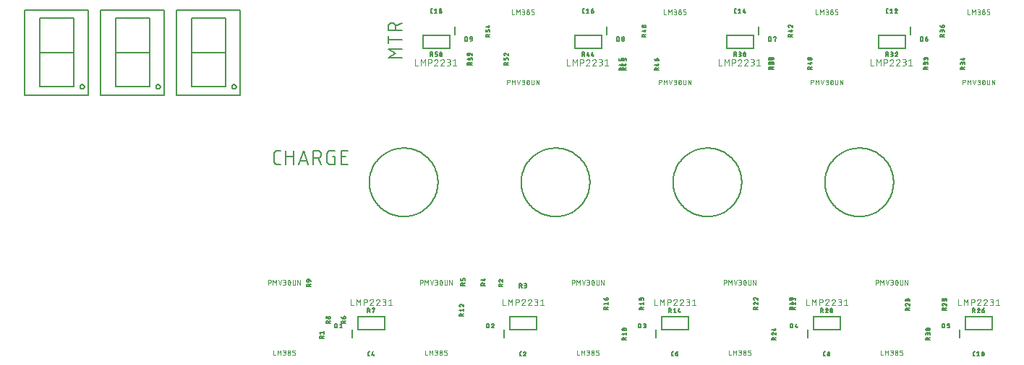
<source format=gbr>
G04 EAGLE Gerber RS-274X export*
G75*
%MOMM*%
%FSLAX34Y34*%
%LPD*%
%INSilkscreen Top*%
%IPPOS*%
%AMOC8*
5,1,8,0,0,1.08239X$1,22.5*%
G01*
%ADD10C,0.127000*%
%ADD11C,0.076200*%
%ADD12C,0.050800*%
%ADD13C,0.152400*%


D10*
X1154001Y16129D02*
X1152928Y16129D01*
X1152863Y16131D01*
X1152799Y16137D01*
X1152735Y16147D01*
X1152671Y16160D01*
X1152609Y16178D01*
X1152548Y16199D01*
X1152488Y16223D01*
X1152430Y16252D01*
X1152373Y16284D01*
X1152319Y16319D01*
X1152267Y16357D01*
X1152217Y16399D01*
X1152170Y16443D01*
X1152126Y16490D01*
X1152084Y16540D01*
X1152046Y16592D01*
X1152011Y16646D01*
X1151979Y16703D01*
X1151950Y16761D01*
X1151926Y16821D01*
X1151905Y16882D01*
X1151887Y16944D01*
X1151874Y17008D01*
X1151864Y17072D01*
X1151858Y17136D01*
X1151856Y17201D01*
X1151856Y19883D01*
X1151858Y19948D01*
X1151864Y20012D01*
X1151874Y20076D01*
X1151887Y20140D01*
X1151905Y20202D01*
X1151926Y20263D01*
X1151950Y20323D01*
X1151979Y20381D01*
X1152011Y20438D01*
X1152046Y20492D01*
X1152084Y20544D01*
X1152126Y20594D01*
X1152170Y20641D01*
X1152217Y20685D01*
X1152267Y20727D01*
X1152319Y20765D01*
X1152373Y20800D01*
X1152430Y20832D01*
X1152488Y20861D01*
X1152548Y20885D01*
X1152609Y20906D01*
X1152671Y20924D01*
X1152735Y20937D01*
X1152799Y20947D01*
X1152863Y20953D01*
X1152928Y20955D01*
X1154001Y20955D01*
X1156457Y19883D02*
X1157797Y20955D01*
X1157797Y16129D01*
X1156457Y16129D02*
X1159138Y16129D01*
X1161943Y18542D02*
X1161945Y18662D01*
X1161950Y18782D01*
X1161959Y18902D01*
X1161972Y19022D01*
X1161988Y19141D01*
X1162008Y19260D01*
X1162032Y19378D01*
X1162059Y19495D01*
X1162089Y19611D01*
X1162123Y19726D01*
X1162161Y19841D01*
X1162202Y19954D01*
X1162246Y20065D01*
X1162294Y20176D01*
X1162345Y20285D01*
X1162346Y20285D02*
X1162367Y20342D01*
X1162393Y20398D01*
X1162421Y20453D01*
X1162453Y20505D01*
X1162489Y20556D01*
X1162527Y20604D01*
X1162568Y20650D01*
X1162612Y20693D01*
X1162658Y20733D01*
X1162707Y20770D01*
X1162759Y20804D01*
X1162812Y20835D01*
X1162867Y20863D01*
X1162923Y20887D01*
X1162981Y20908D01*
X1163040Y20925D01*
X1163100Y20938D01*
X1163161Y20947D01*
X1163223Y20953D01*
X1163284Y20955D01*
X1163345Y20953D01*
X1163407Y20947D01*
X1163468Y20938D01*
X1163528Y20925D01*
X1163587Y20908D01*
X1163645Y20887D01*
X1163701Y20863D01*
X1163756Y20835D01*
X1163809Y20804D01*
X1163861Y20770D01*
X1163910Y20733D01*
X1163956Y20693D01*
X1164000Y20650D01*
X1164041Y20604D01*
X1164079Y20556D01*
X1164115Y20505D01*
X1164147Y20453D01*
X1164175Y20398D01*
X1164201Y20342D01*
X1164222Y20285D01*
X1164273Y20176D01*
X1164321Y20065D01*
X1164365Y19954D01*
X1164406Y19841D01*
X1164444Y19726D01*
X1164478Y19611D01*
X1164508Y19495D01*
X1164535Y19378D01*
X1164559Y19260D01*
X1164579Y19141D01*
X1164595Y19022D01*
X1164608Y18902D01*
X1164617Y18782D01*
X1164622Y18662D01*
X1164624Y18542D01*
X1161943Y18542D02*
X1161945Y18422D01*
X1161950Y18302D01*
X1161959Y18182D01*
X1161972Y18062D01*
X1161988Y17943D01*
X1162008Y17824D01*
X1162032Y17706D01*
X1162059Y17589D01*
X1162089Y17473D01*
X1162123Y17358D01*
X1162161Y17243D01*
X1162202Y17130D01*
X1162246Y17019D01*
X1162294Y16908D01*
X1162345Y16799D01*
X1162346Y16799D02*
X1162367Y16742D01*
X1162393Y16686D01*
X1162421Y16631D01*
X1162453Y16579D01*
X1162489Y16528D01*
X1162527Y16480D01*
X1162568Y16434D01*
X1162612Y16391D01*
X1162658Y16351D01*
X1162707Y16314D01*
X1162759Y16280D01*
X1162812Y16249D01*
X1162867Y16221D01*
X1162923Y16197D01*
X1162981Y16176D01*
X1163040Y16159D01*
X1163100Y16146D01*
X1163161Y16137D01*
X1163223Y16131D01*
X1163284Y16129D01*
X1164222Y16799D02*
X1164273Y16908D01*
X1164321Y17019D01*
X1164365Y17130D01*
X1164406Y17243D01*
X1164444Y17358D01*
X1164478Y17473D01*
X1164508Y17589D01*
X1164535Y17706D01*
X1164559Y17824D01*
X1164579Y17943D01*
X1164595Y18062D01*
X1164608Y18182D01*
X1164617Y18302D01*
X1164622Y18422D01*
X1164624Y18542D01*
X1164222Y16799D02*
X1164201Y16742D01*
X1164175Y16686D01*
X1164147Y16631D01*
X1164115Y16579D01*
X1164079Y16528D01*
X1164041Y16480D01*
X1164000Y16434D01*
X1163956Y16391D01*
X1163909Y16351D01*
X1163861Y16314D01*
X1163809Y16280D01*
X1163756Y16249D01*
X1163701Y16221D01*
X1163645Y16197D01*
X1163587Y16176D01*
X1163528Y16159D01*
X1163468Y16146D01*
X1163407Y16137D01*
X1163345Y16131D01*
X1163284Y16129D01*
X1162211Y17201D02*
X1164356Y19883D01*
X1052401Y418465D02*
X1051328Y418465D01*
X1051263Y418467D01*
X1051199Y418473D01*
X1051135Y418483D01*
X1051071Y418496D01*
X1051009Y418514D01*
X1050948Y418535D01*
X1050888Y418559D01*
X1050830Y418588D01*
X1050773Y418620D01*
X1050719Y418655D01*
X1050667Y418693D01*
X1050617Y418735D01*
X1050570Y418779D01*
X1050526Y418826D01*
X1050484Y418876D01*
X1050446Y418928D01*
X1050411Y418982D01*
X1050379Y419039D01*
X1050350Y419097D01*
X1050326Y419157D01*
X1050305Y419218D01*
X1050287Y419280D01*
X1050274Y419344D01*
X1050264Y419408D01*
X1050258Y419472D01*
X1050256Y419537D01*
X1050256Y422219D01*
X1050258Y422284D01*
X1050264Y422348D01*
X1050274Y422412D01*
X1050287Y422476D01*
X1050305Y422538D01*
X1050326Y422599D01*
X1050350Y422659D01*
X1050379Y422717D01*
X1050411Y422774D01*
X1050446Y422828D01*
X1050484Y422880D01*
X1050526Y422930D01*
X1050570Y422977D01*
X1050617Y423021D01*
X1050667Y423063D01*
X1050719Y423101D01*
X1050773Y423136D01*
X1050830Y423168D01*
X1050888Y423197D01*
X1050948Y423221D01*
X1051009Y423242D01*
X1051071Y423260D01*
X1051135Y423273D01*
X1051199Y423283D01*
X1051263Y423289D01*
X1051328Y423291D01*
X1052401Y423291D01*
X1054857Y422219D02*
X1056197Y423291D01*
X1056197Y418465D01*
X1054857Y418465D02*
X1057538Y418465D01*
X1061818Y423291D02*
X1061886Y423289D01*
X1061953Y423283D01*
X1062020Y423274D01*
X1062087Y423261D01*
X1062152Y423244D01*
X1062217Y423223D01*
X1062280Y423199D01*
X1062342Y423171D01*
X1062402Y423140D01*
X1062460Y423106D01*
X1062516Y423068D01*
X1062571Y423028D01*
X1062622Y422984D01*
X1062671Y422937D01*
X1062718Y422888D01*
X1062762Y422837D01*
X1062802Y422782D01*
X1062840Y422726D01*
X1062874Y422668D01*
X1062905Y422608D01*
X1062933Y422546D01*
X1062957Y422483D01*
X1062978Y422418D01*
X1062995Y422353D01*
X1063008Y422286D01*
X1063017Y422219D01*
X1063023Y422152D01*
X1063025Y422084D01*
X1061818Y423291D02*
X1061740Y423289D01*
X1061662Y423283D01*
X1061585Y423273D01*
X1061508Y423260D01*
X1061432Y423242D01*
X1061357Y423221D01*
X1061283Y423196D01*
X1061211Y423167D01*
X1061140Y423135D01*
X1061071Y423099D01*
X1061003Y423060D01*
X1060938Y423017D01*
X1060875Y422971D01*
X1060814Y422922D01*
X1060756Y422870D01*
X1060701Y422815D01*
X1060648Y422758D01*
X1060599Y422698D01*
X1060552Y422635D01*
X1060509Y422571D01*
X1060469Y422504D01*
X1060432Y422435D01*
X1060399Y422364D01*
X1060369Y422292D01*
X1060343Y422219D01*
X1062622Y421146D02*
X1062671Y421195D01*
X1062718Y421247D01*
X1062761Y421302D01*
X1062802Y421359D01*
X1062840Y421418D01*
X1062874Y421479D01*
X1062905Y421542D01*
X1062933Y421606D01*
X1062957Y421672D01*
X1062977Y421738D01*
X1062994Y421806D01*
X1063007Y421875D01*
X1063016Y421944D01*
X1063022Y422014D01*
X1063024Y422084D01*
X1062622Y421146D02*
X1060343Y418465D01*
X1063024Y418465D01*
X874601Y418465D02*
X873528Y418465D01*
X873463Y418467D01*
X873399Y418473D01*
X873335Y418483D01*
X873271Y418496D01*
X873209Y418514D01*
X873148Y418535D01*
X873088Y418559D01*
X873030Y418588D01*
X872973Y418620D01*
X872919Y418655D01*
X872867Y418693D01*
X872817Y418735D01*
X872770Y418779D01*
X872726Y418826D01*
X872684Y418876D01*
X872646Y418928D01*
X872611Y418982D01*
X872579Y419039D01*
X872550Y419097D01*
X872526Y419157D01*
X872505Y419218D01*
X872487Y419280D01*
X872474Y419344D01*
X872464Y419408D01*
X872458Y419472D01*
X872456Y419537D01*
X872456Y422219D01*
X872458Y422284D01*
X872464Y422348D01*
X872474Y422412D01*
X872487Y422476D01*
X872505Y422538D01*
X872526Y422599D01*
X872550Y422659D01*
X872579Y422717D01*
X872611Y422774D01*
X872646Y422828D01*
X872684Y422880D01*
X872726Y422930D01*
X872770Y422977D01*
X872817Y423021D01*
X872867Y423063D01*
X872919Y423101D01*
X872973Y423136D01*
X873030Y423168D01*
X873088Y423197D01*
X873148Y423221D01*
X873209Y423242D01*
X873271Y423260D01*
X873335Y423273D01*
X873399Y423283D01*
X873463Y423289D01*
X873528Y423291D01*
X874601Y423291D01*
X877057Y422219D02*
X878397Y423291D01*
X878397Y418465D01*
X877057Y418465D02*
X879738Y418465D01*
X882543Y419537D02*
X883615Y423291D01*
X882543Y419537D02*
X885224Y419537D01*
X884420Y420610D02*
X884420Y418465D01*
X696801Y418465D02*
X695728Y418465D01*
X695663Y418467D01*
X695599Y418473D01*
X695535Y418483D01*
X695471Y418496D01*
X695409Y418514D01*
X695348Y418535D01*
X695288Y418559D01*
X695230Y418588D01*
X695173Y418620D01*
X695119Y418655D01*
X695067Y418693D01*
X695017Y418735D01*
X694970Y418779D01*
X694926Y418826D01*
X694884Y418876D01*
X694846Y418928D01*
X694811Y418982D01*
X694779Y419039D01*
X694750Y419097D01*
X694726Y419157D01*
X694705Y419218D01*
X694687Y419280D01*
X694674Y419344D01*
X694664Y419408D01*
X694658Y419472D01*
X694656Y419537D01*
X694656Y422219D01*
X694658Y422284D01*
X694664Y422348D01*
X694674Y422412D01*
X694687Y422476D01*
X694705Y422538D01*
X694726Y422599D01*
X694750Y422659D01*
X694779Y422717D01*
X694811Y422774D01*
X694846Y422828D01*
X694884Y422880D01*
X694926Y422930D01*
X694970Y422977D01*
X695017Y423021D01*
X695067Y423063D01*
X695119Y423101D01*
X695173Y423136D01*
X695230Y423168D01*
X695288Y423197D01*
X695348Y423221D01*
X695409Y423242D01*
X695471Y423260D01*
X695535Y423273D01*
X695599Y423283D01*
X695663Y423289D01*
X695728Y423291D01*
X696801Y423291D01*
X699257Y422219D02*
X700597Y423291D01*
X700597Y418465D01*
X699257Y418465D02*
X701938Y418465D01*
X704743Y421146D02*
X706352Y421146D01*
X706417Y421144D01*
X706481Y421138D01*
X706545Y421128D01*
X706609Y421115D01*
X706671Y421097D01*
X706732Y421076D01*
X706792Y421052D01*
X706850Y421023D01*
X706907Y420991D01*
X706961Y420956D01*
X707013Y420918D01*
X707063Y420876D01*
X707110Y420832D01*
X707154Y420785D01*
X707196Y420735D01*
X707234Y420683D01*
X707269Y420629D01*
X707301Y420572D01*
X707330Y420514D01*
X707354Y420454D01*
X707375Y420393D01*
X707393Y420331D01*
X707406Y420267D01*
X707416Y420203D01*
X707422Y420139D01*
X707424Y420074D01*
X707424Y419806D01*
X707425Y419806D02*
X707423Y419735D01*
X707417Y419663D01*
X707408Y419593D01*
X707395Y419523D01*
X707378Y419453D01*
X707357Y419385D01*
X707333Y419318D01*
X707305Y419252D01*
X707274Y419188D01*
X707239Y419125D01*
X707201Y419065D01*
X707160Y419006D01*
X707116Y418950D01*
X707069Y418896D01*
X707020Y418845D01*
X706967Y418797D01*
X706912Y418751D01*
X706855Y418709D01*
X706795Y418669D01*
X706734Y418633D01*
X706670Y418600D01*
X706605Y418571D01*
X706539Y418545D01*
X706471Y418522D01*
X706402Y418503D01*
X706332Y418488D01*
X706262Y418477D01*
X706191Y418469D01*
X706120Y418465D01*
X706048Y418465D01*
X705977Y418469D01*
X705906Y418477D01*
X705836Y418488D01*
X705766Y418503D01*
X705697Y418522D01*
X705629Y418545D01*
X705563Y418571D01*
X705498Y418600D01*
X705434Y418633D01*
X705373Y418669D01*
X705313Y418709D01*
X705256Y418751D01*
X705201Y418797D01*
X705148Y418845D01*
X705099Y418896D01*
X705052Y418950D01*
X705008Y419006D01*
X704967Y419065D01*
X704929Y419125D01*
X704894Y419188D01*
X704863Y419252D01*
X704835Y419318D01*
X704811Y419385D01*
X704790Y419453D01*
X704773Y419523D01*
X704760Y419593D01*
X704751Y419663D01*
X704745Y419735D01*
X704743Y419806D01*
X704743Y421146D01*
X704745Y421237D01*
X704751Y421328D01*
X704760Y421418D01*
X704774Y421509D01*
X704791Y421598D01*
X704812Y421686D01*
X704837Y421774D01*
X704866Y421861D01*
X704898Y421946D01*
X704933Y422030D01*
X704973Y422112D01*
X705015Y422192D01*
X705061Y422271D01*
X705111Y422347D01*
X705163Y422421D01*
X705219Y422494D01*
X705278Y422563D01*
X705339Y422630D01*
X705404Y422695D01*
X705471Y422756D01*
X705540Y422815D01*
X705612Y422871D01*
X705687Y422923D01*
X705763Y422973D01*
X705842Y423019D01*
X705922Y423061D01*
X706004Y423101D01*
X706088Y423136D01*
X706173Y423168D01*
X706260Y423197D01*
X706347Y423222D01*
X706436Y423243D01*
X706525Y423260D01*
X706616Y423274D01*
X706706Y423283D01*
X706797Y423289D01*
X706888Y423291D01*
X519001Y418465D02*
X517928Y418465D01*
X517863Y418467D01*
X517799Y418473D01*
X517735Y418483D01*
X517671Y418496D01*
X517609Y418514D01*
X517548Y418535D01*
X517488Y418559D01*
X517430Y418588D01*
X517373Y418620D01*
X517319Y418655D01*
X517267Y418693D01*
X517217Y418735D01*
X517170Y418779D01*
X517126Y418826D01*
X517084Y418876D01*
X517046Y418928D01*
X517011Y418982D01*
X516979Y419039D01*
X516950Y419097D01*
X516926Y419157D01*
X516905Y419218D01*
X516887Y419280D01*
X516874Y419344D01*
X516864Y419408D01*
X516858Y419472D01*
X516856Y419537D01*
X516856Y422219D01*
X516858Y422284D01*
X516864Y422348D01*
X516874Y422412D01*
X516887Y422476D01*
X516905Y422538D01*
X516926Y422599D01*
X516950Y422659D01*
X516979Y422717D01*
X517011Y422774D01*
X517046Y422828D01*
X517084Y422880D01*
X517126Y422930D01*
X517170Y422977D01*
X517217Y423021D01*
X517267Y423063D01*
X517319Y423101D01*
X517373Y423136D01*
X517430Y423168D01*
X517488Y423197D01*
X517548Y423221D01*
X517609Y423242D01*
X517671Y423260D01*
X517735Y423273D01*
X517799Y423283D01*
X517863Y423289D01*
X517928Y423291D01*
X519001Y423291D01*
X521457Y422219D02*
X522797Y423291D01*
X522797Y418465D01*
X521457Y418465D02*
X524138Y418465D01*
X526943Y419806D02*
X526945Y419877D01*
X526951Y419949D01*
X526960Y420019D01*
X526973Y420089D01*
X526990Y420159D01*
X527011Y420227D01*
X527035Y420294D01*
X527063Y420360D01*
X527094Y420424D01*
X527129Y420487D01*
X527167Y420547D01*
X527208Y420606D01*
X527252Y420662D01*
X527299Y420716D01*
X527348Y420767D01*
X527401Y420815D01*
X527456Y420861D01*
X527513Y420903D01*
X527573Y420943D01*
X527634Y420979D01*
X527698Y421012D01*
X527763Y421041D01*
X527829Y421067D01*
X527897Y421090D01*
X527966Y421109D01*
X528036Y421124D01*
X528106Y421135D01*
X528177Y421143D01*
X528248Y421147D01*
X528320Y421147D01*
X528391Y421143D01*
X528462Y421135D01*
X528532Y421124D01*
X528602Y421109D01*
X528671Y421090D01*
X528739Y421067D01*
X528805Y421041D01*
X528870Y421012D01*
X528934Y420979D01*
X528995Y420943D01*
X529055Y420903D01*
X529112Y420861D01*
X529167Y420815D01*
X529220Y420767D01*
X529269Y420716D01*
X529316Y420662D01*
X529360Y420606D01*
X529401Y420547D01*
X529439Y420487D01*
X529474Y420424D01*
X529505Y420360D01*
X529533Y420294D01*
X529557Y420227D01*
X529578Y420159D01*
X529595Y420089D01*
X529608Y420019D01*
X529617Y419949D01*
X529623Y419877D01*
X529625Y419806D01*
X529623Y419735D01*
X529617Y419663D01*
X529608Y419593D01*
X529595Y419523D01*
X529578Y419453D01*
X529557Y419385D01*
X529533Y419318D01*
X529505Y419252D01*
X529474Y419188D01*
X529439Y419125D01*
X529401Y419065D01*
X529360Y419006D01*
X529316Y418950D01*
X529269Y418896D01*
X529220Y418845D01*
X529167Y418797D01*
X529112Y418751D01*
X529055Y418709D01*
X528995Y418669D01*
X528934Y418633D01*
X528870Y418600D01*
X528805Y418571D01*
X528739Y418545D01*
X528671Y418522D01*
X528602Y418503D01*
X528532Y418488D01*
X528462Y418477D01*
X528391Y418469D01*
X528320Y418465D01*
X528248Y418465D01*
X528177Y418469D01*
X528106Y418477D01*
X528036Y418488D01*
X527966Y418503D01*
X527897Y418522D01*
X527829Y418545D01*
X527763Y418571D01*
X527698Y418600D01*
X527634Y418633D01*
X527573Y418669D01*
X527513Y418709D01*
X527456Y418751D01*
X527401Y418797D01*
X527348Y418845D01*
X527299Y418896D01*
X527252Y418950D01*
X527208Y419006D01*
X527167Y419065D01*
X527129Y419125D01*
X527094Y419188D01*
X527063Y419252D01*
X527035Y419318D01*
X527011Y419385D01*
X526990Y419453D01*
X526973Y419523D01*
X526960Y419593D01*
X526951Y419663D01*
X526945Y419735D01*
X526943Y419806D01*
X527212Y422219D02*
X527214Y422284D01*
X527220Y422348D01*
X527230Y422412D01*
X527243Y422476D01*
X527261Y422538D01*
X527282Y422599D01*
X527306Y422659D01*
X527335Y422717D01*
X527367Y422774D01*
X527402Y422828D01*
X527440Y422880D01*
X527482Y422930D01*
X527526Y422977D01*
X527573Y423021D01*
X527623Y423063D01*
X527675Y423101D01*
X527729Y423136D01*
X527786Y423168D01*
X527844Y423197D01*
X527904Y423221D01*
X527965Y423242D01*
X528027Y423260D01*
X528091Y423273D01*
X528155Y423283D01*
X528219Y423289D01*
X528284Y423291D01*
X528349Y423289D01*
X528413Y423283D01*
X528477Y423273D01*
X528541Y423260D01*
X528603Y423242D01*
X528664Y423221D01*
X528724Y423197D01*
X528782Y423168D01*
X528839Y423136D01*
X528893Y423101D01*
X528945Y423063D01*
X528995Y423021D01*
X529042Y422977D01*
X529086Y422930D01*
X529128Y422880D01*
X529166Y422828D01*
X529201Y422774D01*
X529233Y422717D01*
X529262Y422659D01*
X529286Y422599D01*
X529307Y422538D01*
X529325Y422476D01*
X529338Y422412D01*
X529348Y422348D01*
X529354Y422284D01*
X529356Y422219D01*
X529354Y422154D01*
X529348Y422090D01*
X529338Y422026D01*
X529325Y421962D01*
X529307Y421900D01*
X529286Y421839D01*
X529262Y421779D01*
X529233Y421721D01*
X529201Y421664D01*
X529166Y421610D01*
X529128Y421558D01*
X529086Y421508D01*
X529042Y421461D01*
X528995Y421417D01*
X528945Y421375D01*
X528893Y421337D01*
X528839Y421302D01*
X528782Y421270D01*
X528724Y421241D01*
X528664Y421217D01*
X528603Y421196D01*
X528541Y421178D01*
X528477Y421165D01*
X528413Y421155D01*
X528349Y421149D01*
X528284Y421147D01*
X528219Y421149D01*
X528155Y421155D01*
X528091Y421165D01*
X528027Y421178D01*
X527965Y421196D01*
X527904Y421217D01*
X527844Y421241D01*
X527786Y421270D01*
X527729Y421302D01*
X527675Y421337D01*
X527623Y421375D01*
X527573Y421417D01*
X527526Y421461D01*
X527482Y421508D01*
X527440Y421558D01*
X527402Y421610D01*
X527367Y421664D01*
X527335Y421721D01*
X527306Y421779D01*
X527282Y421839D01*
X527261Y421900D01*
X527243Y421962D01*
X527230Y422026D01*
X527220Y422090D01*
X527214Y422154D01*
X527212Y422219D01*
X622272Y16129D02*
X623344Y16129D01*
X622272Y16129D02*
X622207Y16131D01*
X622143Y16137D01*
X622079Y16147D01*
X622015Y16160D01*
X621953Y16178D01*
X621892Y16199D01*
X621832Y16223D01*
X621774Y16252D01*
X621717Y16284D01*
X621663Y16319D01*
X621611Y16357D01*
X621561Y16399D01*
X621514Y16443D01*
X621470Y16490D01*
X621428Y16540D01*
X621390Y16592D01*
X621355Y16646D01*
X621323Y16703D01*
X621294Y16761D01*
X621270Y16821D01*
X621249Y16882D01*
X621231Y16944D01*
X621218Y17008D01*
X621208Y17072D01*
X621202Y17136D01*
X621200Y17201D01*
X621199Y17201D02*
X621199Y19883D01*
X621200Y19883D02*
X621202Y19948D01*
X621208Y20012D01*
X621218Y20076D01*
X621231Y20140D01*
X621249Y20202D01*
X621270Y20263D01*
X621294Y20323D01*
X621323Y20381D01*
X621355Y20438D01*
X621390Y20492D01*
X621428Y20544D01*
X621470Y20594D01*
X621514Y20641D01*
X621561Y20685D01*
X621611Y20727D01*
X621663Y20765D01*
X621717Y20800D01*
X621774Y20832D01*
X621832Y20861D01*
X621892Y20885D01*
X621953Y20906D01*
X622015Y20924D01*
X622079Y20937D01*
X622143Y20947D01*
X622207Y20953D01*
X622272Y20955D01*
X623344Y20955D01*
X627274Y20955D02*
X627342Y20953D01*
X627409Y20947D01*
X627476Y20938D01*
X627543Y20925D01*
X627608Y20908D01*
X627673Y20887D01*
X627736Y20863D01*
X627798Y20835D01*
X627858Y20804D01*
X627916Y20770D01*
X627972Y20732D01*
X628027Y20692D01*
X628078Y20648D01*
X628127Y20601D01*
X628174Y20552D01*
X628218Y20501D01*
X628258Y20446D01*
X628296Y20390D01*
X628330Y20332D01*
X628361Y20272D01*
X628389Y20210D01*
X628413Y20147D01*
X628434Y20082D01*
X628451Y20017D01*
X628464Y19950D01*
X628473Y19883D01*
X628479Y19816D01*
X628481Y19748D01*
X627274Y20955D02*
X627196Y20953D01*
X627118Y20947D01*
X627041Y20937D01*
X626964Y20924D01*
X626888Y20906D01*
X626813Y20885D01*
X626739Y20860D01*
X626667Y20831D01*
X626596Y20799D01*
X626527Y20763D01*
X626459Y20724D01*
X626394Y20681D01*
X626331Y20635D01*
X626270Y20586D01*
X626212Y20534D01*
X626157Y20479D01*
X626104Y20422D01*
X626055Y20362D01*
X626008Y20299D01*
X625965Y20235D01*
X625925Y20168D01*
X625888Y20099D01*
X625855Y20028D01*
X625825Y19956D01*
X625799Y19883D01*
X628079Y18810D02*
X628128Y18859D01*
X628175Y18911D01*
X628218Y18966D01*
X628259Y19023D01*
X628297Y19082D01*
X628331Y19143D01*
X628362Y19206D01*
X628390Y19270D01*
X628414Y19336D01*
X628434Y19402D01*
X628451Y19470D01*
X628464Y19539D01*
X628473Y19608D01*
X628479Y19678D01*
X628481Y19748D01*
X628079Y18810D02*
X625800Y16129D01*
X628481Y16129D01*
X445544Y16129D02*
X444472Y16129D01*
X444407Y16131D01*
X444343Y16137D01*
X444279Y16147D01*
X444215Y16160D01*
X444153Y16178D01*
X444092Y16199D01*
X444032Y16223D01*
X443974Y16252D01*
X443917Y16284D01*
X443863Y16319D01*
X443811Y16357D01*
X443761Y16399D01*
X443714Y16443D01*
X443670Y16490D01*
X443628Y16540D01*
X443590Y16592D01*
X443555Y16646D01*
X443523Y16703D01*
X443494Y16761D01*
X443470Y16821D01*
X443449Y16882D01*
X443431Y16944D01*
X443418Y17008D01*
X443408Y17072D01*
X443402Y17136D01*
X443400Y17201D01*
X443399Y17201D02*
X443399Y19883D01*
X443400Y19883D02*
X443402Y19948D01*
X443408Y20012D01*
X443418Y20076D01*
X443431Y20140D01*
X443449Y20202D01*
X443470Y20263D01*
X443494Y20323D01*
X443523Y20381D01*
X443555Y20438D01*
X443590Y20492D01*
X443628Y20544D01*
X443670Y20594D01*
X443714Y20641D01*
X443761Y20685D01*
X443811Y20727D01*
X443863Y20765D01*
X443917Y20800D01*
X443974Y20832D01*
X444032Y20861D01*
X444092Y20885D01*
X444153Y20906D01*
X444215Y20924D01*
X444279Y20937D01*
X444343Y20947D01*
X444407Y20953D01*
X444472Y20955D01*
X445544Y20955D01*
X449072Y20955D02*
X448000Y17201D01*
X450681Y17201D01*
X449877Y18274D02*
X449877Y16129D01*
X800072Y16129D02*
X801144Y16129D01*
X800072Y16129D02*
X800007Y16131D01*
X799943Y16137D01*
X799879Y16147D01*
X799815Y16160D01*
X799753Y16178D01*
X799692Y16199D01*
X799632Y16223D01*
X799574Y16252D01*
X799517Y16284D01*
X799463Y16319D01*
X799411Y16357D01*
X799361Y16399D01*
X799314Y16443D01*
X799270Y16490D01*
X799228Y16540D01*
X799190Y16592D01*
X799155Y16646D01*
X799123Y16703D01*
X799094Y16761D01*
X799070Y16821D01*
X799049Y16882D01*
X799031Y16944D01*
X799018Y17008D01*
X799008Y17072D01*
X799002Y17136D01*
X799000Y17201D01*
X798999Y17201D02*
X798999Y19883D01*
X799000Y19883D02*
X799002Y19948D01*
X799008Y20012D01*
X799018Y20076D01*
X799031Y20140D01*
X799049Y20202D01*
X799070Y20263D01*
X799094Y20323D01*
X799123Y20381D01*
X799155Y20438D01*
X799190Y20492D01*
X799228Y20544D01*
X799270Y20594D01*
X799314Y20641D01*
X799361Y20685D01*
X799411Y20727D01*
X799463Y20765D01*
X799517Y20800D01*
X799574Y20832D01*
X799632Y20861D01*
X799692Y20885D01*
X799753Y20906D01*
X799815Y20924D01*
X799879Y20937D01*
X799943Y20947D01*
X800007Y20953D01*
X800072Y20955D01*
X801144Y20955D01*
X803600Y18810D02*
X805208Y18810D01*
X805273Y18808D01*
X805337Y18802D01*
X805401Y18792D01*
X805465Y18779D01*
X805527Y18761D01*
X805588Y18740D01*
X805648Y18716D01*
X805706Y18687D01*
X805763Y18655D01*
X805817Y18620D01*
X805869Y18582D01*
X805919Y18540D01*
X805966Y18496D01*
X806010Y18449D01*
X806052Y18399D01*
X806090Y18347D01*
X806125Y18293D01*
X806157Y18236D01*
X806186Y18178D01*
X806210Y18118D01*
X806231Y18057D01*
X806249Y17995D01*
X806262Y17931D01*
X806272Y17867D01*
X806278Y17803D01*
X806280Y17738D01*
X806281Y17738D02*
X806281Y17470D01*
X806279Y17399D01*
X806273Y17327D01*
X806264Y17257D01*
X806251Y17187D01*
X806234Y17117D01*
X806213Y17049D01*
X806189Y16982D01*
X806161Y16916D01*
X806130Y16852D01*
X806095Y16789D01*
X806057Y16729D01*
X806016Y16670D01*
X805972Y16614D01*
X805925Y16560D01*
X805876Y16509D01*
X805823Y16461D01*
X805768Y16415D01*
X805711Y16373D01*
X805651Y16333D01*
X805590Y16297D01*
X805526Y16264D01*
X805461Y16235D01*
X805395Y16209D01*
X805327Y16186D01*
X805258Y16167D01*
X805188Y16152D01*
X805118Y16141D01*
X805047Y16133D01*
X804976Y16129D01*
X804904Y16129D01*
X804833Y16133D01*
X804762Y16141D01*
X804692Y16152D01*
X804622Y16167D01*
X804553Y16186D01*
X804485Y16209D01*
X804419Y16235D01*
X804354Y16264D01*
X804290Y16297D01*
X804229Y16333D01*
X804169Y16373D01*
X804112Y16415D01*
X804057Y16461D01*
X804004Y16509D01*
X803955Y16560D01*
X803908Y16614D01*
X803864Y16670D01*
X803823Y16729D01*
X803785Y16789D01*
X803750Y16852D01*
X803719Y16916D01*
X803691Y16982D01*
X803667Y17049D01*
X803646Y17117D01*
X803629Y17187D01*
X803616Y17257D01*
X803607Y17327D01*
X803601Y17399D01*
X803599Y17470D01*
X803600Y17470D02*
X803600Y18810D01*
X803602Y18901D01*
X803608Y18992D01*
X803617Y19082D01*
X803631Y19173D01*
X803648Y19262D01*
X803669Y19350D01*
X803694Y19438D01*
X803723Y19525D01*
X803755Y19610D01*
X803790Y19694D01*
X803830Y19776D01*
X803872Y19856D01*
X803918Y19935D01*
X803968Y20011D01*
X804020Y20085D01*
X804076Y20158D01*
X804135Y20227D01*
X804196Y20294D01*
X804261Y20359D01*
X804328Y20420D01*
X804397Y20479D01*
X804469Y20535D01*
X804544Y20587D01*
X804620Y20637D01*
X804699Y20683D01*
X804779Y20725D01*
X804861Y20765D01*
X804945Y20800D01*
X805030Y20832D01*
X805117Y20861D01*
X805204Y20886D01*
X805293Y20907D01*
X805382Y20924D01*
X805473Y20938D01*
X805563Y20947D01*
X805654Y20953D01*
X805745Y20955D01*
X977872Y16129D02*
X978944Y16129D01*
X977872Y16129D02*
X977807Y16131D01*
X977743Y16137D01*
X977679Y16147D01*
X977615Y16160D01*
X977553Y16178D01*
X977492Y16199D01*
X977432Y16223D01*
X977374Y16252D01*
X977317Y16284D01*
X977263Y16319D01*
X977211Y16357D01*
X977161Y16399D01*
X977114Y16443D01*
X977070Y16490D01*
X977028Y16540D01*
X976990Y16592D01*
X976955Y16646D01*
X976923Y16703D01*
X976894Y16761D01*
X976870Y16821D01*
X976849Y16882D01*
X976831Y16944D01*
X976818Y17008D01*
X976808Y17072D01*
X976802Y17136D01*
X976800Y17201D01*
X976799Y17201D02*
X976799Y19883D01*
X976800Y19883D02*
X976802Y19948D01*
X976808Y20012D01*
X976818Y20076D01*
X976831Y20140D01*
X976849Y20202D01*
X976870Y20263D01*
X976894Y20323D01*
X976923Y20381D01*
X976955Y20438D01*
X976990Y20492D01*
X977028Y20544D01*
X977070Y20594D01*
X977114Y20641D01*
X977161Y20685D01*
X977211Y20727D01*
X977263Y20765D01*
X977317Y20800D01*
X977374Y20832D01*
X977432Y20861D01*
X977492Y20885D01*
X977553Y20906D01*
X977615Y20924D01*
X977679Y20937D01*
X977743Y20947D01*
X977807Y20953D01*
X977872Y20955D01*
X978944Y20955D01*
X981399Y17470D02*
X981401Y17541D01*
X981407Y17613D01*
X981416Y17683D01*
X981429Y17753D01*
X981446Y17823D01*
X981467Y17891D01*
X981491Y17958D01*
X981519Y18024D01*
X981550Y18088D01*
X981585Y18151D01*
X981623Y18211D01*
X981664Y18270D01*
X981708Y18326D01*
X981755Y18380D01*
X981804Y18431D01*
X981857Y18479D01*
X981912Y18525D01*
X981969Y18567D01*
X982029Y18607D01*
X982090Y18643D01*
X982154Y18676D01*
X982219Y18705D01*
X982285Y18731D01*
X982353Y18754D01*
X982422Y18773D01*
X982492Y18788D01*
X982562Y18799D01*
X982633Y18807D01*
X982704Y18811D01*
X982776Y18811D01*
X982847Y18807D01*
X982918Y18799D01*
X982988Y18788D01*
X983058Y18773D01*
X983127Y18754D01*
X983195Y18731D01*
X983261Y18705D01*
X983326Y18676D01*
X983390Y18643D01*
X983451Y18607D01*
X983511Y18567D01*
X983568Y18525D01*
X983623Y18479D01*
X983676Y18431D01*
X983725Y18380D01*
X983772Y18326D01*
X983816Y18270D01*
X983857Y18211D01*
X983895Y18151D01*
X983930Y18088D01*
X983961Y18024D01*
X983989Y17958D01*
X984013Y17891D01*
X984034Y17823D01*
X984051Y17753D01*
X984064Y17683D01*
X984073Y17613D01*
X984079Y17541D01*
X984081Y17470D01*
X984079Y17399D01*
X984073Y17327D01*
X984064Y17257D01*
X984051Y17187D01*
X984034Y17117D01*
X984013Y17049D01*
X983989Y16982D01*
X983961Y16916D01*
X983930Y16852D01*
X983895Y16789D01*
X983857Y16729D01*
X983816Y16670D01*
X983772Y16614D01*
X983725Y16560D01*
X983676Y16509D01*
X983623Y16461D01*
X983568Y16415D01*
X983511Y16373D01*
X983451Y16333D01*
X983390Y16297D01*
X983326Y16264D01*
X983261Y16235D01*
X983195Y16209D01*
X983127Y16186D01*
X983058Y16167D01*
X982988Y16152D01*
X982918Y16141D01*
X982847Y16133D01*
X982776Y16129D01*
X982704Y16129D01*
X982633Y16133D01*
X982562Y16141D01*
X982492Y16152D01*
X982422Y16167D01*
X982353Y16186D01*
X982285Y16209D01*
X982219Y16235D01*
X982154Y16264D01*
X982090Y16297D01*
X982029Y16333D01*
X981969Y16373D01*
X981912Y16415D01*
X981857Y16461D01*
X981804Y16509D01*
X981755Y16560D01*
X981708Y16614D01*
X981664Y16670D01*
X981623Y16729D01*
X981585Y16789D01*
X981550Y16852D01*
X981519Y16916D01*
X981491Y16982D01*
X981467Y17049D01*
X981446Y17117D01*
X981429Y17187D01*
X981416Y17257D01*
X981407Y17327D01*
X981401Y17399D01*
X981399Y17470D01*
X981668Y19883D02*
X981670Y19948D01*
X981676Y20012D01*
X981686Y20076D01*
X981699Y20140D01*
X981717Y20202D01*
X981738Y20263D01*
X981762Y20323D01*
X981791Y20381D01*
X981823Y20438D01*
X981858Y20492D01*
X981896Y20544D01*
X981938Y20594D01*
X981982Y20641D01*
X982029Y20685D01*
X982079Y20727D01*
X982131Y20765D01*
X982185Y20800D01*
X982242Y20832D01*
X982300Y20861D01*
X982360Y20885D01*
X982421Y20906D01*
X982483Y20924D01*
X982547Y20937D01*
X982611Y20947D01*
X982675Y20953D01*
X982740Y20955D01*
X982805Y20953D01*
X982869Y20947D01*
X982933Y20937D01*
X982997Y20924D01*
X983059Y20906D01*
X983120Y20885D01*
X983180Y20861D01*
X983238Y20832D01*
X983295Y20800D01*
X983349Y20765D01*
X983401Y20727D01*
X983451Y20685D01*
X983498Y20641D01*
X983542Y20594D01*
X983584Y20544D01*
X983622Y20492D01*
X983657Y20438D01*
X983689Y20381D01*
X983718Y20323D01*
X983742Y20263D01*
X983763Y20202D01*
X983781Y20140D01*
X983794Y20076D01*
X983804Y20012D01*
X983810Y19948D01*
X983812Y19883D01*
X983810Y19818D01*
X983804Y19754D01*
X983794Y19690D01*
X983781Y19626D01*
X983763Y19564D01*
X983742Y19503D01*
X983718Y19443D01*
X983689Y19385D01*
X983657Y19328D01*
X983622Y19274D01*
X983584Y19222D01*
X983542Y19172D01*
X983498Y19125D01*
X983451Y19081D01*
X983401Y19039D01*
X983349Y19001D01*
X983295Y18966D01*
X983238Y18934D01*
X983180Y18905D01*
X983120Y18881D01*
X983059Y18860D01*
X982997Y18842D01*
X982933Y18829D01*
X982869Y18819D01*
X982805Y18813D01*
X982740Y18811D01*
X982675Y18813D01*
X982611Y18819D01*
X982547Y18829D01*
X982483Y18842D01*
X982421Y18860D01*
X982360Y18881D01*
X982300Y18905D01*
X982242Y18934D01*
X982185Y18966D01*
X982131Y19001D01*
X982079Y19039D01*
X982029Y19081D01*
X981982Y19125D01*
X981938Y19172D01*
X981896Y19222D01*
X981858Y19274D01*
X981823Y19328D01*
X981791Y19385D01*
X981762Y19443D01*
X981738Y19503D01*
X981717Y19564D01*
X981699Y19626D01*
X981686Y19690D01*
X981676Y19754D01*
X981670Y19818D01*
X981668Y19883D01*
X424815Y37148D02*
X424815Y46673D01*
X404765Y48895D02*
X404765Y53721D01*
X406105Y53721D01*
X406175Y53719D01*
X406245Y53714D01*
X406315Y53704D01*
X406384Y53692D01*
X406452Y53675D01*
X406519Y53655D01*
X406586Y53632D01*
X406650Y53605D01*
X406714Y53575D01*
X406776Y53541D01*
X406835Y53505D01*
X406893Y53465D01*
X406949Y53422D01*
X407002Y53377D01*
X407053Y53328D01*
X407102Y53277D01*
X407147Y53224D01*
X407190Y53168D01*
X407230Y53110D01*
X407266Y53051D01*
X407300Y52989D01*
X407330Y52925D01*
X407357Y52861D01*
X407380Y52794D01*
X407400Y52727D01*
X407417Y52659D01*
X407429Y52590D01*
X407439Y52520D01*
X407444Y52450D01*
X407446Y52380D01*
X407446Y50236D01*
X407444Y50166D01*
X407439Y50096D01*
X407429Y50026D01*
X407417Y49957D01*
X407400Y49889D01*
X407380Y49822D01*
X407357Y49755D01*
X407330Y49691D01*
X407300Y49627D01*
X407266Y49565D01*
X407230Y49506D01*
X407190Y49448D01*
X407147Y49392D01*
X407102Y49339D01*
X407053Y49288D01*
X407002Y49239D01*
X406949Y49194D01*
X406893Y49151D01*
X406835Y49111D01*
X406775Y49075D01*
X406714Y49041D01*
X406650Y49011D01*
X406586Y48984D01*
X406519Y48961D01*
X406452Y48941D01*
X406384Y48924D01*
X406315Y48912D01*
X406245Y48902D01*
X406175Y48897D01*
X406105Y48895D01*
X404765Y48895D01*
X410434Y52649D02*
X411775Y53721D01*
X411775Y48895D01*
X413115Y48895D02*
X410434Y48895D01*
X602615Y46673D02*
X602615Y37148D01*
X582565Y48895D02*
X582565Y53721D01*
X583905Y53721D01*
X583975Y53719D01*
X584045Y53714D01*
X584115Y53704D01*
X584184Y53692D01*
X584252Y53675D01*
X584319Y53655D01*
X584386Y53632D01*
X584450Y53605D01*
X584514Y53575D01*
X584576Y53541D01*
X584635Y53505D01*
X584693Y53465D01*
X584749Y53422D01*
X584802Y53377D01*
X584853Y53328D01*
X584902Y53277D01*
X584947Y53224D01*
X584990Y53168D01*
X585030Y53110D01*
X585066Y53051D01*
X585100Y52989D01*
X585130Y52925D01*
X585157Y52861D01*
X585180Y52794D01*
X585200Y52727D01*
X585217Y52659D01*
X585229Y52590D01*
X585239Y52520D01*
X585244Y52450D01*
X585246Y52380D01*
X585246Y50236D01*
X585244Y50166D01*
X585239Y50096D01*
X585229Y50026D01*
X585217Y49957D01*
X585200Y49889D01*
X585180Y49822D01*
X585157Y49755D01*
X585130Y49691D01*
X585100Y49627D01*
X585066Y49565D01*
X585030Y49506D01*
X584990Y49448D01*
X584947Y49392D01*
X584902Y49339D01*
X584853Y49288D01*
X584802Y49239D01*
X584749Y49194D01*
X584693Y49151D01*
X584635Y49111D01*
X584575Y49075D01*
X584514Y49041D01*
X584450Y49011D01*
X584386Y48984D01*
X584319Y48961D01*
X584252Y48941D01*
X584184Y48924D01*
X584115Y48912D01*
X584045Y48902D01*
X583975Y48897D01*
X583905Y48895D01*
X582565Y48895D01*
X589709Y53721D02*
X589777Y53719D01*
X589844Y53713D01*
X589911Y53704D01*
X589978Y53691D01*
X590043Y53674D01*
X590108Y53653D01*
X590171Y53629D01*
X590233Y53601D01*
X590293Y53570D01*
X590351Y53536D01*
X590407Y53498D01*
X590462Y53458D01*
X590513Y53414D01*
X590562Y53367D01*
X590609Y53318D01*
X590653Y53267D01*
X590693Y53212D01*
X590731Y53156D01*
X590765Y53098D01*
X590796Y53038D01*
X590824Y52976D01*
X590848Y52913D01*
X590869Y52848D01*
X590886Y52783D01*
X590899Y52716D01*
X590908Y52649D01*
X590914Y52582D01*
X590916Y52514D01*
X589709Y53721D02*
X589631Y53719D01*
X589553Y53713D01*
X589476Y53703D01*
X589399Y53690D01*
X589323Y53672D01*
X589248Y53651D01*
X589174Y53626D01*
X589102Y53597D01*
X589031Y53565D01*
X588962Y53529D01*
X588894Y53490D01*
X588829Y53447D01*
X588766Y53401D01*
X588705Y53352D01*
X588647Y53300D01*
X588592Y53245D01*
X588539Y53188D01*
X588490Y53128D01*
X588443Y53065D01*
X588400Y53001D01*
X588360Y52934D01*
X588323Y52865D01*
X588290Y52794D01*
X588260Y52722D01*
X588234Y52649D01*
X590513Y51576D02*
X590562Y51625D01*
X590609Y51677D01*
X590652Y51732D01*
X590693Y51789D01*
X590731Y51848D01*
X590765Y51909D01*
X590796Y51972D01*
X590824Y52036D01*
X590848Y52102D01*
X590868Y52168D01*
X590885Y52236D01*
X590898Y52305D01*
X590907Y52374D01*
X590913Y52444D01*
X590915Y52514D01*
X590513Y51576D02*
X588234Y48895D01*
X590915Y48895D01*
X780415Y46673D02*
X780415Y37148D01*
X760365Y48895D02*
X760365Y53721D01*
X761705Y53721D01*
X761775Y53719D01*
X761845Y53714D01*
X761915Y53704D01*
X761984Y53692D01*
X762052Y53675D01*
X762119Y53655D01*
X762186Y53632D01*
X762250Y53605D01*
X762314Y53575D01*
X762376Y53541D01*
X762435Y53505D01*
X762493Y53465D01*
X762549Y53422D01*
X762602Y53377D01*
X762653Y53328D01*
X762702Y53277D01*
X762747Y53224D01*
X762790Y53168D01*
X762830Y53110D01*
X762866Y53051D01*
X762900Y52989D01*
X762930Y52925D01*
X762957Y52861D01*
X762980Y52794D01*
X763000Y52727D01*
X763017Y52659D01*
X763029Y52590D01*
X763039Y52520D01*
X763044Y52450D01*
X763046Y52380D01*
X763046Y50236D01*
X763044Y50166D01*
X763039Y50096D01*
X763029Y50026D01*
X763017Y49957D01*
X763000Y49889D01*
X762980Y49822D01*
X762957Y49755D01*
X762930Y49691D01*
X762900Y49627D01*
X762866Y49565D01*
X762830Y49506D01*
X762790Y49448D01*
X762747Y49392D01*
X762702Y49339D01*
X762653Y49288D01*
X762602Y49239D01*
X762549Y49194D01*
X762493Y49151D01*
X762435Y49111D01*
X762375Y49075D01*
X762314Y49041D01*
X762250Y49011D01*
X762186Y48984D01*
X762119Y48961D01*
X762052Y48941D01*
X761984Y48924D01*
X761915Y48912D01*
X761845Y48902D01*
X761775Y48897D01*
X761705Y48895D01*
X760365Y48895D01*
X766034Y48895D02*
X767375Y48895D01*
X767446Y48897D01*
X767518Y48903D01*
X767588Y48912D01*
X767658Y48925D01*
X767728Y48942D01*
X767796Y48963D01*
X767863Y48987D01*
X767929Y49015D01*
X767993Y49046D01*
X768056Y49081D01*
X768116Y49119D01*
X768175Y49160D01*
X768231Y49204D01*
X768285Y49251D01*
X768336Y49300D01*
X768384Y49353D01*
X768430Y49408D01*
X768472Y49465D01*
X768512Y49525D01*
X768548Y49586D01*
X768581Y49650D01*
X768610Y49715D01*
X768636Y49781D01*
X768659Y49849D01*
X768678Y49918D01*
X768693Y49988D01*
X768704Y50058D01*
X768712Y50129D01*
X768716Y50200D01*
X768716Y50272D01*
X768712Y50343D01*
X768704Y50414D01*
X768693Y50484D01*
X768678Y50554D01*
X768659Y50623D01*
X768636Y50691D01*
X768610Y50757D01*
X768581Y50822D01*
X768548Y50886D01*
X768512Y50947D01*
X768472Y51007D01*
X768430Y51064D01*
X768384Y51119D01*
X768336Y51172D01*
X768285Y51221D01*
X768231Y51268D01*
X768175Y51312D01*
X768116Y51353D01*
X768056Y51391D01*
X767993Y51426D01*
X767929Y51457D01*
X767863Y51485D01*
X767796Y51509D01*
X767728Y51530D01*
X767658Y51547D01*
X767588Y51560D01*
X767518Y51569D01*
X767446Y51575D01*
X767375Y51577D01*
X767643Y53721D02*
X766034Y53721D01*
X767643Y53721D02*
X767708Y53719D01*
X767772Y53713D01*
X767836Y53703D01*
X767900Y53690D01*
X767962Y53672D01*
X768023Y53651D01*
X768083Y53627D01*
X768141Y53598D01*
X768198Y53566D01*
X768252Y53531D01*
X768304Y53493D01*
X768354Y53451D01*
X768401Y53407D01*
X768445Y53360D01*
X768487Y53310D01*
X768525Y53258D01*
X768560Y53204D01*
X768592Y53147D01*
X768621Y53089D01*
X768645Y53029D01*
X768666Y52968D01*
X768684Y52906D01*
X768697Y52842D01*
X768707Y52778D01*
X768713Y52714D01*
X768715Y52649D01*
X768713Y52584D01*
X768707Y52520D01*
X768697Y52456D01*
X768684Y52392D01*
X768666Y52330D01*
X768645Y52269D01*
X768621Y52209D01*
X768592Y52151D01*
X768560Y52094D01*
X768525Y52040D01*
X768487Y51988D01*
X768445Y51938D01*
X768401Y51891D01*
X768354Y51847D01*
X768304Y51805D01*
X768252Y51767D01*
X768198Y51732D01*
X768141Y51700D01*
X768083Y51671D01*
X768023Y51647D01*
X767962Y51626D01*
X767900Y51608D01*
X767836Y51595D01*
X767772Y51585D01*
X767708Y51579D01*
X767643Y51577D01*
X767643Y51576D02*
X766570Y51576D01*
X958215Y46673D02*
X958215Y37148D01*
X938165Y48895D02*
X938165Y53721D01*
X939505Y53721D01*
X939575Y53719D01*
X939645Y53714D01*
X939715Y53704D01*
X939784Y53692D01*
X939852Y53675D01*
X939919Y53655D01*
X939986Y53632D01*
X940050Y53605D01*
X940114Y53575D01*
X940176Y53541D01*
X940235Y53505D01*
X940293Y53465D01*
X940349Y53422D01*
X940402Y53377D01*
X940453Y53328D01*
X940502Y53277D01*
X940547Y53224D01*
X940590Y53168D01*
X940630Y53110D01*
X940666Y53051D01*
X940700Y52989D01*
X940730Y52925D01*
X940757Y52861D01*
X940780Y52794D01*
X940800Y52727D01*
X940817Y52659D01*
X940829Y52590D01*
X940839Y52520D01*
X940844Y52450D01*
X940846Y52380D01*
X940846Y50236D01*
X940844Y50166D01*
X940839Y50096D01*
X940829Y50026D01*
X940817Y49957D01*
X940800Y49889D01*
X940780Y49822D01*
X940757Y49755D01*
X940730Y49691D01*
X940700Y49627D01*
X940666Y49565D01*
X940630Y49506D01*
X940590Y49448D01*
X940547Y49392D01*
X940502Y49339D01*
X940453Y49288D01*
X940402Y49239D01*
X940349Y49194D01*
X940293Y49151D01*
X940235Y49111D01*
X940175Y49075D01*
X940114Y49041D01*
X940050Y49011D01*
X939986Y48984D01*
X939919Y48961D01*
X939852Y48941D01*
X939784Y48924D01*
X939715Y48912D01*
X939645Y48902D01*
X939575Y48897D01*
X939505Y48895D01*
X938165Y48895D01*
X943834Y49967D02*
X944907Y53721D01*
X943834Y49967D02*
X946515Y49967D01*
X945711Y51040D02*
X945711Y48895D01*
X1136015Y46673D02*
X1136015Y37148D01*
X1115965Y48895D02*
X1115965Y53721D01*
X1117305Y53721D01*
X1117375Y53719D01*
X1117445Y53714D01*
X1117515Y53704D01*
X1117584Y53692D01*
X1117652Y53675D01*
X1117719Y53655D01*
X1117786Y53632D01*
X1117850Y53605D01*
X1117914Y53575D01*
X1117976Y53541D01*
X1118035Y53505D01*
X1118093Y53465D01*
X1118149Y53422D01*
X1118202Y53377D01*
X1118253Y53328D01*
X1118302Y53277D01*
X1118347Y53224D01*
X1118390Y53168D01*
X1118430Y53110D01*
X1118466Y53051D01*
X1118500Y52989D01*
X1118530Y52925D01*
X1118557Y52861D01*
X1118580Y52794D01*
X1118600Y52727D01*
X1118617Y52659D01*
X1118629Y52590D01*
X1118639Y52520D01*
X1118644Y52450D01*
X1118646Y52380D01*
X1118646Y50236D01*
X1118644Y50166D01*
X1118639Y50096D01*
X1118629Y50026D01*
X1118617Y49957D01*
X1118600Y49889D01*
X1118580Y49822D01*
X1118557Y49755D01*
X1118530Y49691D01*
X1118500Y49627D01*
X1118466Y49565D01*
X1118430Y49506D01*
X1118390Y49448D01*
X1118347Y49392D01*
X1118302Y49339D01*
X1118253Y49288D01*
X1118202Y49239D01*
X1118149Y49194D01*
X1118093Y49151D01*
X1118035Y49111D01*
X1117975Y49075D01*
X1117914Y49041D01*
X1117850Y49011D01*
X1117786Y48984D01*
X1117719Y48961D01*
X1117652Y48941D01*
X1117584Y48924D01*
X1117515Y48912D01*
X1117445Y48902D01*
X1117375Y48897D01*
X1117305Y48895D01*
X1115965Y48895D01*
X1121634Y48895D02*
X1123243Y48895D01*
X1123308Y48897D01*
X1123372Y48903D01*
X1123436Y48913D01*
X1123500Y48926D01*
X1123562Y48944D01*
X1123623Y48965D01*
X1123683Y48989D01*
X1123741Y49018D01*
X1123798Y49050D01*
X1123852Y49085D01*
X1123904Y49123D01*
X1123954Y49165D01*
X1124001Y49209D01*
X1124045Y49256D01*
X1124087Y49306D01*
X1124125Y49358D01*
X1124160Y49412D01*
X1124192Y49469D01*
X1124221Y49527D01*
X1124245Y49587D01*
X1124266Y49648D01*
X1124284Y49710D01*
X1124297Y49774D01*
X1124307Y49838D01*
X1124313Y49902D01*
X1124315Y49967D01*
X1124315Y50504D01*
X1124313Y50569D01*
X1124307Y50633D01*
X1124297Y50697D01*
X1124284Y50761D01*
X1124266Y50823D01*
X1124245Y50884D01*
X1124221Y50944D01*
X1124192Y51002D01*
X1124160Y51059D01*
X1124125Y51113D01*
X1124087Y51165D01*
X1124045Y51215D01*
X1124001Y51262D01*
X1123954Y51306D01*
X1123904Y51348D01*
X1123852Y51386D01*
X1123798Y51421D01*
X1123741Y51453D01*
X1123683Y51482D01*
X1123623Y51506D01*
X1123562Y51527D01*
X1123500Y51545D01*
X1123436Y51558D01*
X1123372Y51568D01*
X1123308Y51574D01*
X1123243Y51576D01*
X1121634Y51576D01*
X1121634Y53721D01*
X1124315Y53721D01*
X1078865Y392748D02*
X1078865Y402273D01*
X1090565Y390525D02*
X1090565Y385699D01*
X1090565Y390525D02*
X1091905Y390525D01*
X1091975Y390523D01*
X1092045Y390518D01*
X1092115Y390508D01*
X1092184Y390496D01*
X1092252Y390479D01*
X1092319Y390459D01*
X1092386Y390436D01*
X1092450Y390409D01*
X1092514Y390379D01*
X1092576Y390345D01*
X1092635Y390309D01*
X1092693Y390269D01*
X1092749Y390226D01*
X1092802Y390181D01*
X1092853Y390132D01*
X1092902Y390081D01*
X1092947Y390028D01*
X1092990Y389972D01*
X1093030Y389914D01*
X1093066Y389855D01*
X1093100Y389793D01*
X1093130Y389729D01*
X1093157Y389665D01*
X1093180Y389598D01*
X1093200Y389531D01*
X1093217Y389463D01*
X1093229Y389394D01*
X1093239Y389324D01*
X1093244Y389254D01*
X1093246Y389184D01*
X1093246Y387040D01*
X1093244Y386970D01*
X1093239Y386900D01*
X1093229Y386830D01*
X1093217Y386761D01*
X1093200Y386693D01*
X1093180Y386626D01*
X1093157Y386559D01*
X1093130Y386495D01*
X1093100Y386431D01*
X1093066Y386369D01*
X1093030Y386310D01*
X1092990Y386252D01*
X1092947Y386196D01*
X1092902Y386143D01*
X1092853Y386092D01*
X1092802Y386043D01*
X1092749Y385998D01*
X1092693Y385955D01*
X1092635Y385915D01*
X1092575Y385879D01*
X1092514Y385845D01*
X1092450Y385815D01*
X1092386Y385788D01*
X1092319Y385765D01*
X1092252Y385745D01*
X1092184Y385728D01*
X1092115Y385716D01*
X1092045Y385706D01*
X1091975Y385701D01*
X1091905Y385699D01*
X1090565Y385699D01*
X1096234Y388380D02*
X1097843Y388380D01*
X1097908Y388378D01*
X1097972Y388372D01*
X1098036Y388362D01*
X1098100Y388349D01*
X1098162Y388331D01*
X1098223Y388310D01*
X1098283Y388286D01*
X1098341Y388257D01*
X1098398Y388225D01*
X1098452Y388190D01*
X1098504Y388152D01*
X1098554Y388110D01*
X1098601Y388066D01*
X1098645Y388019D01*
X1098687Y387969D01*
X1098725Y387917D01*
X1098760Y387863D01*
X1098792Y387806D01*
X1098821Y387748D01*
X1098845Y387688D01*
X1098866Y387627D01*
X1098884Y387565D01*
X1098897Y387501D01*
X1098907Y387437D01*
X1098913Y387373D01*
X1098915Y387308D01*
X1098915Y387040D01*
X1098916Y387040D02*
X1098914Y386969D01*
X1098908Y386897D01*
X1098899Y386827D01*
X1098886Y386757D01*
X1098869Y386687D01*
X1098848Y386619D01*
X1098824Y386552D01*
X1098796Y386486D01*
X1098765Y386422D01*
X1098730Y386359D01*
X1098692Y386299D01*
X1098651Y386240D01*
X1098607Y386184D01*
X1098560Y386130D01*
X1098511Y386079D01*
X1098458Y386031D01*
X1098403Y385985D01*
X1098346Y385943D01*
X1098286Y385903D01*
X1098225Y385867D01*
X1098161Y385834D01*
X1098096Y385805D01*
X1098030Y385779D01*
X1097962Y385756D01*
X1097893Y385737D01*
X1097823Y385722D01*
X1097753Y385711D01*
X1097682Y385703D01*
X1097611Y385699D01*
X1097539Y385699D01*
X1097468Y385703D01*
X1097397Y385711D01*
X1097327Y385722D01*
X1097257Y385737D01*
X1097188Y385756D01*
X1097120Y385779D01*
X1097054Y385805D01*
X1096989Y385834D01*
X1096925Y385867D01*
X1096864Y385903D01*
X1096804Y385943D01*
X1096747Y385985D01*
X1096692Y386031D01*
X1096639Y386079D01*
X1096590Y386130D01*
X1096543Y386184D01*
X1096499Y386240D01*
X1096458Y386299D01*
X1096420Y386359D01*
X1096385Y386422D01*
X1096354Y386486D01*
X1096326Y386552D01*
X1096302Y386619D01*
X1096281Y386687D01*
X1096264Y386757D01*
X1096251Y386827D01*
X1096242Y386897D01*
X1096236Y386969D01*
X1096234Y387040D01*
X1096234Y388380D01*
X1096236Y388471D01*
X1096242Y388562D01*
X1096251Y388652D01*
X1096265Y388743D01*
X1096282Y388832D01*
X1096303Y388920D01*
X1096328Y389008D01*
X1096357Y389095D01*
X1096389Y389180D01*
X1096424Y389264D01*
X1096464Y389346D01*
X1096506Y389426D01*
X1096552Y389505D01*
X1096602Y389581D01*
X1096654Y389655D01*
X1096710Y389728D01*
X1096769Y389797D01*
X1096830Y389864D01*
X1096895Y389929D01*
X1096962Y389990D01*
X1097031Y390049D01*
X1097103Y390105D01*
X1097178Y390157D01*
X1097254Y390207D01*
X1097333Y390253D01*
X1097413Y390295D01*
X1097495Y390335D01*
X1097579Y390370D01*
X1097664Y390402D01*
X1097751Y390431D01*
X1097838Y390456D01*
X1097927Y390477D01*
X1098016Y390494D01*
X1098107Y390508D01*
X1098197Y390517D01*
X1098288Y390523D01*
X1098379Y390525D01*
X901065Y392748D02*
X901065Y402273D01*
X912765Y390525D02*
X912765Y385699D01*
X912765Y390525D02*
X914105Y390525D01*
X914175Y390523D01*
X914245Y390518D01*
X914315Y390508D01*
X914384Y390496D01*
X914452Y390479D01*
X914519Y390459D01*
X914586Y390436D01*
X914650Y390409D01*
X914714Y390379D01*
X914776Y390345D01*
X914835Y390309D01*
X914893Y390269D01*
X914949Y390226D01*
X915002Y390181D01*
X915053Y390132D01*
X915102Y390081D01*
X915147Y390028D01*
X915190Y389972D01*
X915230Y389914D01*
X915266Y389855D01*
X915300Y389793D01*
X915330Y389729D01*
X915357Y389665D01*
X915380Y389598D01*
X915400Y389531D01*
X915417Y389463D01*
X915429Y389394D01*
X915439Y389324D01*
X915444Y389254D01*
X915446Y389184D01*
X915446Y387040D01*
X915444Y386970D01*
X915439Y386900D01*
X915429Y386830D01*
X915417Y386761D01*
X915400Y386693D01*
X915380Y386626D01*
X915357Y386559D01*
X915330Y386495D01*
X915300Y386431D01*
X915266Y386369D01*
X915230Y386310D01*
X915190Y386252D01*
X915147Y386196D01*
X915102Y386143D01*
X915053Y386092D01*
X915002Y386043D01*
X914949Y385998D01*
X914893Y385955D01*
X914835Y385915D01*
X914775Y385879D01*
X914714Y385845D01*
X914650Y385815D01*
X914586Y385788D01*
X914519Y385765D01*
X914452Y385745D01*
X914384Y385728D01*
X914315Y385716D01*
X914245Y385706D01*
X914175Y385701D01*
X914105Y385699D01*
X912765Y385699D01*
X918434Y389989D02*
X918434Y390525D01*
X921115Y390525D01*
X919775Y385699D01*
X723265Y392748D02*
X723265Y402273D01*
X734965Y390525D02*
X734965Y385699D01*
X734965Y390525D02*
X736305Y390525D01*
X736375Y390523D01*
X736445Y390518D01*
X736515Y390508D01*
X736584Y390496D01*
X736652Y390479D01*
X736719Y390459D01*
X736786Y390436D01*
X736850Y390409D01*
X736914Y390379D01*
X736976Y390345D01*
X737035Y390309D01*
X737093Y390269D01*
X737149Y390226D01*
X737202Y390181D01*
X737253Y390132D01*
X737302Y390081D01*
X737347Y390028D01*
X737390Y389972D01*
X737430Y389914D01*
X737466Y389855D01*
X737500Y389793D01*
X737530Y389729D01*
X737557Y389665D01*
X737580Y389598D01*
X737600Y389531D01*
X737617Y389463D01*
X737629Y389394D01*
X737639Y389324D01*
X737644Y389254D01*
X737646Y389184D01*
X737646Y387040D01*
X737644Y386970D01*
X737639Y386900D01*
X737629Y386830D01*
X737617Y386761D01*
X737600Y386693D01*
X737580Y386626D01*
X737557Y386559D01*
X737530Y386495D01*
X737500Y386431D01*
X737466Y386369D01*
X737430Y386310D01*
X737390Y386252D01*
X737347Y386196D01*
X737302Y386143D01*
X737253Y386092D01*
X737202Y386043D01*
X737149Y385998D01*
X737093Y385955D01*
X737035Y385915D01*
X736975Y385879D01*
X736914Y385845D01*
X736850Y385815D01*
X736786Y385788D01*
X736719Y385765D01*
X736652Y385745D01*
X736584Y385728D01*
X736515Y385716D01*
X736445Y385706D01*
X736375Y385701D01*
X736305Y385699D01*
X734965Y385699D01*
X740634Y387040D02*
X740636Y387111D01*
X740642Y387183D01*
X740651Y387253D01*
X740664Y387323D01*
X740681Y387393D01*
X740702Y387461D01*
X740726Y387528D01*
X740754Y387594D01*
X740785Y387658D01*
X740820Y387721D01*
X740858Y387781D01*
X740899Y387840D01*
X740943Y387896D01*
X740990Y387950D01*
X741039Y388001D01*
X741092Y388049D01*
X741147Y388095D01*
X741204Y388137D01*
X741264Y388177D01*
X741325Y388213D01*
X741389Y388246D01*
X741454Y388275D01*
X741520Y388301D01*
X741588Y388324D01*
X741657Y388343D01*
X741727Y388358D01*
X741797Y388369D01*
X741868Y388377D01*
X741939Y388381D01*
X742011Y388381D01*
X742082Y388377D01*
X742153Y388369D01*
X742223Y388358D01*
X742293Y388343D01*
X742362Y388324D01*
X742430Y388301D01*
X742496Y388275D01*
X742561Y388246D01*
X742625Y388213D01*
X742686Y388177D01*
X742746Y388137D01*
X742803Y388095D01*
X742858Y388049D01*
X742911Y388001D01*
X742960Y387950D01*
X743007Y387896D01*
X743051Y387840D01*
X743092Y387781D01*
X743130Y387721D01*
X743165Y387658D01*
X743196Y387594D01*
X743224Y387528D01*
X743248Y387461D01*
X743269Y387393D01*
X743286Y387323D01*
X743299Y387253D01*
X743308Y387183D01*
X743314Y387111D01*
X743316Y387040D01*
X743314Y386969D01*
X743308Y386897D01*
X743299Y386827D01*
X743286Y386757D01*
X743269Y386687D01*
X743248Y386619D01*
X743224Y386552D01*
X743196Y386486D01*
X743165Y386422D01*
X743130Y386359D01*
X743092Y386299D01*
X743051Y386240D01*
X743007Y386184D01*
X742960Y386130D01*
X742911Y386079D01*
X742858Y386031D01*
X742803Y385985D01*
X742746Y385943D01*
X742686Y385903D01*
X742625Y385867D01*
X742561Y385834D01*
X742496Y385805D01*
X742430Y385779D01*
X742362Y385756D01*
X742293Y385737D01*
X742223Y385722D01*
X742153Y385711D01*
X742082Y385703D01*
X742011Y385699D01*
X741939Y385699D01*
X741868Y385703D01*
X741797Y385711D01*
X741727Y385722D01*
X741657Y385737D01*
X741588Y385756D01*
X741520Y385779D01*
X741454Y385805D01*
X741389Y385834D01*
X741325Y385867D01*
X741264Y385903D01*
X741204Y385943D01*
X741147Y385985D01*
X741092Y386031D01*
X741039Y386079D01*
X740990Y386130D01*
X740943Y386184D01*
X740899Y386240D01*
X740858Y386299D01*
X740820Y386359D01*
X740785Y386422D01*
X740754Y386486D01*
X740726Y386552D01*
X740702Y386619D01*
X740681Y386687D01*
X740664Y386757D01*
X740651Y386827D01*
X740642Y386897D01*
X740636Y386969D01*
X740634Y387040D01*
X740903Y389453D02*
X740905Y389518D01*
X740911Y389582D01*
X740921Y389646D01*
X740934Y389710D01*
X740952Y389772D01*
X740973Y389833D01*
X740997Y389893D01*
X741026Y389951D01*
X741058Y390008D01*
X741093Y390062D01*
X741131Y390114D01*
X741173Y390164D01*
X741217Y390211D01*
X741264Y390255D01*
X741314Y390297D01*
X741366Y390335D01*
X741420Y390370D01*
X741477Y390402D01*
X741535Y390431D01*
X741595Y390455D01*
X741656Y390476D01*
X741718Y390494D01*
X741782Y390507D01*
X741846Y390517D01*
X741910Y390523D01*
X741975Y390525D01*
X742040Y390523D01*
X742104Y390517D01*
X742168Y390507D01*
X742232Y390494D01*
X742294Y390476D01*
X742355Y390455D01*
X742415Y390431D01*
X742473Y390402D01*
X742530Y390370D01*
X742584Y390335D01*
X742636Y390297D01*
X742686Y390255D01*
X742733Y390211D01*
X742777Y390164D01*
X742819Y390114D01*
X742857Y390062D01*
X742892Y390008D01*
X742924Y389951D01*
X742953Y389893D01*
X742977Y389833D01*
X742998Y389772D01*
X743016Y389710D01*
X743029Y389646D01*
X743039Y389582D01*
X743045Y389518D01*
X743047Y389453D01*
X743045Y389388D01*
X743039Y389324D01*
X743029Y389260D01*
X743016Y389196D01*
X742998Y389134D01*
X742977Y389073D01*
X742953Y389013D01*
X742924Y388955D01*
X742892Y388898D01*
X742857Y388844D01*
X742819Y388792D01*
X742777Y388742D01*
X742733Y388695D01*
X742686Y388651D01*
X742636Y388609D01*
X742584Y388571D01*
X742530Y388536D01*
X742473Y388504D01*
X742415Y388475D01*
X742355Y388451D01*
X742294Y388430D01*
X742232Y388412D01*
X742168Y388399D01*
X742104Y388389D01*
X742040Y388383D01*
X741975Y388381D01*
X741910Y388383D01*
X741846Y388389D01*
X741782Y388399D01*
X741718Y388412D01*
X741656Y388430D01*
X741595Y388451D01*
X741535Y388475D01*
X741477Y388504D01*
X741420Y388536D01*
X741366Y388571D01*
X741314Y388609D01*
X741264Y388651D01*
X741217Y388695D01*
X741173Y388742D01*
X741131Y388792D01*
X741093Y388844D01*
X741058Y388898D01*
X741026Y388955D01*
X740997Y389013D01*
X740973Y389073D01*
X740952Y389134D01*
X740934Y389196D01*
X740921Y389260D01*
X740911Y389324D01*
X740905Y389388D01*
X740903Y389453D01*
X545465Y392748D02*
X545465Y402273D01*
X557165Y390525D02*
X557165Y385699D01*
X557165Y390525D02*
X558505Y390525D01*
X558575Y390523D01*
X558645Y390518D01*
X558715Y390508D01*
X558784Y390496D01*
X558852Y390479D01*
X558919Y390459D01*
X558986Y390436D01*
X559050Y390409D01*
X559114Y390379D01*
X559176Y390345D01*
X559235Y390309D01*
X559293Y390269D01*
X559349Y390226D01*
X559402Y390181D01*
X559453Y390132D01*
X559502Y390081D01*
X559547Y390028D01*
X559590Y389972D01*
X559630Y389914D01*
X559666Y389855D01*
X559700Y389793D01*
X559730Y389729D01*
X559757Y389665D01*
X559780Y389598D01*
X559800Y389531D01*
X559817Y389463D01*
X559829Y389394D01*
X559839Y389324D01*
X559844Y389254D01*
X559846Y389184D01*
X559846Y387040D01*
X559844Y386970D01*
X559839Y386900D01*
X559829Y386830D01*
X559817Y386761D01*
X559800Y386693D01*
X559780Y386626D01*
X559757Y386559D01*
X559730Y386495D01*
X559700Y386431D01*
X559666Y386369D01*
X559630Y386310D01*
X559590Y386252D01*
X559547Y386196D01*
X559502Y386143D01*
X559453Y386092D01*
X559402Y386043D01*
X559349Y385998D01*
X559293Y385955D01*
X559235Y385915D01*
X559175Y385879D01*
X559114Y385845D01*
X559050Y385815D01*
X558986Y385788D01*
X558919Y385765D01*
X558852Y385745D01*
X558784Y385728D01*
X558715Y385716D01*
X558645Y385706D01*
X558575Y385701D01*
X558505Y385699D01*
X557165Y385699D01*
X563907Y387844D02*
X565515Y387844D01*
X563907Y387844D02*
X563842Y387846D01*
X563778Y387852D01*
X563714Y387862D01*
X563650Y387875D01*
X563588Y387893D01*
X563527Y387914D01*
X563467Y387938D01*
X563409Y387967D01*
X563352Y387999D01*
X563298Y388034D01*
X563246Y388072D01*
X563196Y388114D01*
X563149Y388158D01*
X563105Y388205D01*
X563063Y388255D01*
X563025Y388307D01*
X562990Y388361D01*
X562958Y388418D01*
X562929Y388476D01*
X562905Y388536D01*
X562884Y388597D01*
X562866Y388659D01*
X562853Y388723D01*
X562843Y388787D01*
X562837Y388851D01*
X562835Y388916D01*
X562834Y388916D02*
X562834Y389184D01*
X562836Y389255D01*
X562842Y389327D01*
X562851Y389397D01*
X562864Y389467D01*
X562881Y389537D01*
X562902Y389605D01*
X562926Y389672D01*
X562954Y389738D01*
X562985Y389802D01*
X563020Y389865D01*
X563058Y389925D01*
X563099Y389984D01*
X563143Y390040D01*
X563190Y390094D01*
X563239Y390145D01*
X563292Y390193D01*
X563347Y390239D01*
X563404Y390281D01*
X563464Y390321D01*
X563525Y390357D01*
X563589Y390390D01*
X563654Y390419D01*
X563720Y390445D01*
X563788Y390468D01*
X563857Y390487D01*
X563927Y390502D01*
X563997Y390513D01*
X564068Y390521D01*
X564139Y390525D01*
X564211Y390525D01*
X564282Y390521D01*
X564353Y390513D01*
X564423Y390502D01*
X564493Y390487D01*
X564562Y390468D01*
X564630Y390445D01*
X564696Y390419D01*
X564761Y390390D01*
X564825Y390357D01*
X564886Y390321D01*
X564946Y390281D01*
X565003Y390239D01*
X565058Y390193D01*
X565111Y390145D01*
X565160Y390094D01*
X565207Y390040D01*
X565251Y389984D01*
X565292Y389925D01*
X565330Y389865D01*
X565365Y389802D01*
X565396Y389738D01*
X565424Y389672D01*
X565448Y389605D01*
X565469Y389537D01*
X565486Y389467D01*
X565499Y389397D01*
X565508Y389327D01*
X565514Y389255D01*
X565516Y389184D01*
X565515Y389184D02*
X565515Y387844D01*
X565513Y387753D01*
X565507Y387662D01*
X565498Y387572D01*
X565484Y387481D01*
X565467Y387392D01*
X565446Y387304D01*
X565421Y387216D01*
X565392Y387129D01*
X565360Y387044D01*
X565325Y386960D01*
X565285Y386878D01*
X565243Y386798D01*
X565197Y386719D01*
X565147Y386643D01*
X565095Y386569D01*
X565039Y386496D01*
X564980Y386427D01*
X564919Y386360D01*
X564854Y386295D01*
X564787Y386234D01*
X564718Y386175D01*
X564645Y386119D01*
X564571Y386067D01*
X564495Y386017D01*
X564416Y385971D01*
X564336Y385929D01*
X564254Y385889D01*
X564170Y385854D01*
X564085Y385822D01*
X563998Y385793D01*
X563910Y385768D01*
X563822Y385747D01*
X563733Y385730D01*
X563642Y385716D01*
X563552Y385707D01*
X563461Y385701D01*
X563370Y385699D01*
X391541Y36588D02*
X386715Y36588D01*
X386715Y37929D01*
X386717Y38000D01*
X386723Y38072D01*
X386732Y38142D01*
X386745Y38212D01*
X386762Y38282D01*
X386783Y38350D01*
X386807Y38417D01*
X386835Y38483D01*
X386866Y38547D01*
X386901Y38610D01*
X386939Y38670D01*
X386980Y38729D01*
X387024Y38785D01*
X387071Y38839D01*
X387120Y38890D01*
X387173Y38938D01*
X387228Y38984D01*
X387285Y39026D01*
X387345Y39066D01*
X387406Y39102D01*
X387470Y39135D01*
X387535Y39164D01*
X387601Y39190D01*
X387669Y39213D01*
X387738Y39232D01*
X387808Y39247D01*
X387878Y39258D01*
X387949Y39266D01*
X388020Y39270D01*
X388092Y39270D01*
X388163Y39266D01*
X388234Y39258D01*
X388304Y39247D01*
X388374Y39232D01*
X388443Y39213D01*
X388511Y39190D01*
X388577Y39164D01*
X388642Y39135D01*
X388706Y39102D01*
X388767Y39066D01*
X388827Y39026D01*
X388884Y38984D01*
X388939Y38938D01*
X388992Y38890D01*
X389041Y38839D01*
X389088Y38785D01*
X389132Y38729D01*
X389173Y38670D01*
X389211Y38610D01*
X389246Y38547D01*
X389277Y38483D01*
X389305Y38417D01*
X389329Y38350D01*
X389350Y38282D01*
X389367Y38212D01*
X389380Y38142D01*
X389389Y38072D01*
X389395Y38000D01*
X389397Y37929D01*
X389396Y37929D02*
X389396Y36588D01*
X389396Y38197D02*
X391541Y39269D01*
X387787Y42011D02*
X386715Y43351D01*
X391541Y43351D01*
X391541Y42011D02*
X391541Y44692D01*
X550545Y63055D02*
X555371Y63055D01*
X550545Y63055D02*
X550545Y64395D01*
X550547Y64466D01*
X550553Y64538D01*
X550562Y64608D01*
X550575Y64678D01*
X550592Y64748D01*
X550613Y64816D01*
X550637Y64883D01*
X550665Y64949D01*
X550696Y65013D01*
X550731Y65076D01*
X550769Y65136D01*
X550810Y65195D01*
X550854Y65251D01*
X550901Y65305D01*
X550950Y65356D01*
X551003Y65404D01*
X551058Y65450D01*
X551115Y65492D01*
X551175Y65532D01*
X551236Y65568D01*
X551300Y65601D01*
X551365Y65630D01*
X551431Y65656D01*
X551499Y65679D01*
X551568Y65698D01*
X551638Y65713D01*
X551708Y65724D01*
X551779Y65732D01*
X551850Y65736D01*
X551922Y65736D01*
X551993Y65732D01*
X552064Y65724D01*
X552134Y65713D01*
X552204Y65698D01*
X552273Y65679D01*
X552341Y65656D01*
X552407Y65630D01*
X552472Y65601D01*
X552536Y65568D01*
X552597Y65532D01*
X552657Y65492D01*
X552714Y65450D01*
X552769Y65404D01*
X552822Y65356D01*
X552871Y65305D01*
X552918Y65251D01*
X552962Y65195D01*
X553003Y65136D01*
X553041Y65076D01*
X553076Y65013D01*
X553107Y64949D01*
X553135Y64883D01*
X553159Y64816D01*
X553180Y64748D01*
X553197Y64678D01*
X553210Y64608D01*
X553219Y64538D01*
X553225Y64466D01*
X553227Y64395D01*
X553226Y64395D02*
X553226Y63055D01*
X553226Y64664D02*
X555371Y65736D01*
X551617Y68478D02*
X550545Y69818D01*
X555371Y69818D01*
X555371Y68478D02*
X555371Y71159D01*
X550545Y75438D02*
X550547Y75506D01*
X550553Y75573D01*
X550562Y75640D01*
X550575Y75707D01*
X550592Y75772D01*
X550613Y75837D01*
X550637Y75900D01*
X550665Y75962D01*
X550696Y76022D01*
X550730Y76080D01*
X550768Y76136D01*
X550808Y76191D01*
X550852Y76242D01*
X550899Y76291D01*
X550948Y76338D01*
X550999Y76382D01*
X551054Y76422D01*
X551110Y76460D01*
X551168Y76494D01*
X551228Y76525D01*
X551290Y76553D01*
X551353Y76577D01*
X551418Y76598D01*
X551483Y76615D01*
X551550Y76628D01*
X551617Y76637D01*
X551684Y76643D01*
X551752Y76645D01*
X550545Y75438D02*
X550547Y75360D01*
X550553Y75282D01*
X550563Y75205D01*
X550576Y75128D01*
X550594Y75052D01*
X550615Y74977D01*
X550640Y74903D01*
X550669Y74831D01*
X550701Y74760D01*
X550737Y74691D01*
X550776Y74623D01*
X550819Y74558D01*
X550865Y74495D01*
X550914Y74434D01*
X550966Y74376D01*
X551021Y74321D01*
X551078Y74268D01*
X551138Y74219D01*
X551201Y74172D01*
X551266Y74129D01*
X551332Y74089D01*
X551401Y74052D01*
X551472Y74019D01*
X551544Y73989D01*
X551618Y73963D01*
X552690Y76243D02*
X552641Y76292D01*
X552589Y76339D01*
X552534Y76382D01*
X552477Y76423D01*
X552418Y76461D01*
X552357Y76495D01*
X552294Y76526D01*
X552230Y76554D01*
X552164Y76578D01*
X552098Y76598D01*
X552030Y76615D01*
X551961Y76628D01*
X551892Y76637D01*
X551822Y76643D01*
X551752Y76645D01*
X552690Y76243D02*
X555371Y73964D01*
X555371Y76645D01*
X761619Y70675D02*
X766445Y70675D01*
X761619Y70675D02*
X761619Y72016D01*
X761621Y72087D01*
X761627Y72159D01*
X761636Y72229D01*
X761649Y72299D01*
X761666Y72369D01*
X761687Y72437D01*
X761711Y72504D01*
X761739Y72570D01*
X761770Y72634D01*
X761805Y72697D01*
X761843Y72757D01*
X761884Y72816D01*
X761928Y72872D01*
X761975Y72926D01*
X762024Y72977D01*
X762077Y73025D01*
X762132Y73071D01*
X762189Y73113D01*
X762249Y73153D01*
X762310Y73189D01*
X762374Y73222D01*
X762439Y73251D01*
X762505Y73277D01*
X762573Y73300D01*
X762642Y73319D01*
X762712Y73334D01*
X762782Y73345D01*
X762853Y73353D01*
X762924Y73357D01*
X762996Y73357D01*
X763067Y73353D01*
X763138Y73345D01*
X763208Y73334D01*
X763278Y73319D01*
X763347Y73300D01*
X763415Y73277D01*
X763481Y73251D01*
X763546Y73222D01*
X763610Y73189D01*
X763671Y73153D01*
X763731Y73113D01*
X763788Y73071D01*
X763843Y73025D01*
X763896Y72977D01*
X763945Y72926D01*
X763992Y72872D01*
X764036Y72816D01*
X764077Y72757D01*
X764115Y72697D01*
X764150Y72634D01*
X764181Y72570D01*
X764209Y72504D01*
X764233Y72437D01*
X764254Y72369D01*
X764271Y72299D01*
X764284Y72229D01*
X764293Y72159D01*
X764299Y72087D01*
X764301Y72016D01*
X764300Y72016D02*
X764300Y70675D01*
X764300Y72284D02*
X766445Y73356D01*
X762691Y76098D02*
X761619Y77438D01*
X766445Y77438D01*
X766445Y76098D02*
X766445Y78779D01*
X766445Y81584D02*
X766445Y82925D01*
X766443Y82996D01*
X766437Y83068D01*
X766428Y83138D01*
X766415Y83208D01*
X766398Y83278D01*
X766377Y83346D01*
X766353Y83413D01*
X766325Y83479D01*
X766294Y83543D01*
X766259Y83606D01*
X766221Y83666D01*
X766180Y83725D01*
X766136Y83781D01*
X766089Y83835D01*
X766040Y83886D01*
X765987Y83934D01*
X765932Y83980D01*
X765875Y84022D01*
X765815Y84062D01*
X765754Y84098D01*
X765690Y84131D01*
X765625Y84160D01*
X765559Y84186D01*
X765491Y84209D01*
X765422Y84228D01*
X765352Y84243D01*
X765282Y84254D01*
X765211Y84262D01*
X765140Y84266D01*
X765068Y84266D01*
X764997Y84262D01*
X764926Y84254D01*
X764856Y84243D01*
X764786Y84228D01*
X764717Y84209D01*
X764649Y84186D01*
X764583Y84160D01*
X764518Y84131D01*
X764454Y84098D01*
X764393Y84062D01*
X764333Y84022D01*
X764276Y83980D01*
X764221Y83934D01*
X764168Y83886D01*
X764119Y83835D01*
X764072Y83781D01*
X764028Y83725D01*
X763987Y83666D01*
X763949Y83606D01*
X763914Y83543D01*
X763883Y83479D01*
X763855Y83413D01*
X763831Y83346D01*
X763810Y83278D01*
X763793Y83208D01*
X763780Y83138D01*
X763771Y83068D01*
X763765Y82996D01*
X763763Y82925D01*
X761619Y83193D02*
X761619Y81584D01*
X761619Y83193D02*
X761621Y83258D01*
X761627Y83322D01*
X761637Y83386D01*
X761650Y83450D01*
X761668Y83512D01*
X761689Y83573D01*
X761713Y83633D01*
X761742Y83691D01*
X761774Y83748D01*
X761809Y83802D01*
X761847Y83854D01*
X761889Y83904D01*
X761933Y83951D01*
X761980Y83995D01*
X762030Y84037D01*
X762082Y84075D01*
X762136Y84110D01*
X762193Y84142D01*
X762251Y84171D01*
X762311Y84195D01*
X762372Y84216D01*
X762434Y84234D01*
X762498Y84247D01*
X762562Y84257D01*
X762626Y84263D01*
X762691Y84265D01*
X762756Y84263D01*
X762820Y84257D01*
X762884Y84247D01*
X762948Y84234D01*
X763010Y84216D01*
X763071Y84195D01*
X763131Y84171D01*
X763189Y84142D01*
X763246Y84110D01*
X763300Y84075D01*
X763352Y84037D01*
X763402Y83995D01*
X763449Y83951D01*
X763493Y83904D01*
X763535Y83854D01*
X763573Y83802D01*
X763608Y83748D01*
X763640Y83691D01*
X763669Y83633D01*
X763693Y83573D01*
X763714Y83512D01*
X763732Y83450D01*
X763745Y83386D01*
X763755Y83322D01*
X763761Y83258D01*
X763763Y83193D01*
X763764Y83193D02*
X763764Y82120D01*
X795845Y71755D02*
X795845Y66929D01*
X795845Y71755D02*
X797185Y71755D01*
X797256Y71753D01*
X797328Y71747D01*
X797398Y71738D01*
X797468Y71725D01*
X797538Y71708D01*
X797606Y71687D01*
X797673Y71663D01*
X797739Y71635D01*
X797803Y71604D01*
X797866Y71569D01*
X797926Y71531D01*
X797985Y71490D01*
X798041Y71446D01*
X798095Y71399D01*
X798146Y71350D01*
X798194Y71297D01*
X798240Y71242D01*
X798282Y71185D01*
X798322Y71125D01*
X798358Y71064D01*
X798391Y71000D01*
X798420Y70935D01*
X798446Y70869D01*
X798469Y70801D01*
X798488Y70732D01*
X798503Y70662D01*
X798514Y70592D01*
X798522Y70521D01*
X798526Y70450D01*
X798526Y70378D01*
X798522Y70307D01*
X798514Y70236D01*
X798503Y70166D01*
X798488Y70096D01*
X798469Y70027D01*
X798446Y69959D01*
X798420Y69893D01*
X798391Y69828D01*
X798358Y69764D01*
X798322Y69703D01*
X798282Y69643D01*
X798240Y69586D01*
X798194Y69531D01*
X798146Y69478D01*
X798095Y69429D01*
X798041Y69382D01*
X797985Y69338D01*
X797926Y69297D01*
X797866Y69259D01*
X797803Y69224D01*
X797739Y69193D01*
X797673Y69165D01*
X797606Y69141D01*
X797538Y69120D01*
X797468Y69103D01*
X797398Y69090D01*
X797328Y69081D01*
X797256Y69075D01*
X797185Y69073D01*
X797185Y69074D02*
X795845Y69074D01*
X797454Y69074D02*
X798526Y66929D01*
X801268Y70683D02*
X802608Y71755D01*
X802608Y66929D01*
X801268Y66929D02*
X803949Y66929D01*
X806754Y68001D02*
X807826Y71755D01*
X806754Y68001D02*
X809435Y68001D01*
X808631Y69074D02*
X808631Y66929D01*
X766191Y70675D02*
X761365Y70675D01*
X761365Y72015D01*
X761367Y72086D01*
X761373Y72158D01*
X761382Y72228D01*
X761395Y72298D01*
X761412Y72368D01*
X761433Y72436D01*
X761457Y72503D01*
X761485Y72569D01*
X761516Y72633D01*
X761551Y72696D01*
X761589Y72756D01*
X761630Y72815D01*
X761674Y72871D01*
X761721Y72925D01*
X761770Y72976D01*
X761823Y73024D01*
X761878Y73070D01*
X761935Y73112D01*
X761995Y73152D01*
X762056Y73188D01*
X762120Y73221D01*
X762185Y73250D01*
X762251Y73276D01*
X762319Y73299D01*
X762388Y73318D01*
X762458Y73333D01*
X762528Y73344D01*
X762599Y73352D01*
X762670Y73356D01*
X762742Y73356D01*
X762813Y73352D01*
X762884Y73344D01*
X762954Y73333D01*
X763024Y73318D01*
X763093Y73299D01*
X763161Y73276D01*
X763227Y73250D01*
X763292Y73221D01*
X763356Y73188D01*
X763417Y73152D01*
X763477Y73112D01*
X763534Y73070D01*
X763589Y73024D01*
X763642Y72976D01*
X763691Y72925D01*
X763738Y72871D01*
X763782Y72815D01*
X763823Y72756D01*
X763861Y72696D01*
X763896Y72633D01*
X763927Y72569D01*
X763955Y72503D01*
X763979Y72436D01*
X764000Y72368D01*
X764017Y72298D01*
X764030Y72228D01*
X764039Y72158D01*
X764045Y72086D01*
X764047Y72015D01*
X764046Y72015D02*
X764046Y70675D01*
X764046Y72284D02*
X766191Y73356D01*
X762437Y76098D02*
X761365Y77438D01*
X766191Y77438D01*
X766191Y76098D02*
X766191Y78779D01*
X766191Y81584D02*
X766191Y83193D01*
X766189Y83258D01*
X766183Y83322D01*
X766173Y83386D01*
X766160Y83450D01*
X766142Y83512D01*
X766121Y83573D01*
X766097Y83633D01*
X766068Y83691D01*
X766036Y83748D01*
X766001Y83802D01*
X765963Y83854D01*
X765921Y83904D01*
X765877Y83951D01*
X765830Y83995D01*
X765780Y84037D01*
X765728Y84075D01*
X765674Y84110D01*
X765617Y84142D01*
X765559Y84171D01*
X765499Y84195D01*
X765438Y84216D01*
X765376Y84234D01*
X765312Y84247D01*
X765248Y84257D01*
X765184Y84263D01*
X765119Y84265D01*
X764582Y84265D01*
X764517Y84263D01*
X764453Y84257D01*
X764389Y84247D01*
X764325Y84234D01*
X764263Y84216D01*
X764202Y84195D01*
X764142Y84171D01*
X764084Y84142D01*
X764027Y84110D01*
X763973Y84075D01*
X763921Y84037D01*
X763871Y83995D01*
X763824Y83951D01*
X763780Y83904D01*
X763738Y83854D01*
X763700Y83802D01*
X763665Y83748D01*
X763633Y83691D01*
X763604Y83633D01*
X763580Y83573D01*
X763559Y83512D01*
X763541Y83450D01*
X763528Y83386D01*
X763518Y83322D01*
X763512Y83258D01*
X763510Y83193D01*
X763510Y81584D01*
X761365Y81584D01*
X761365Y84265D01*
X724535Y70675D02*
X719709Y70675D01*
X719709Y72016D01*
X719711Y72087D01*
X719717Y72159D01*
X719726Y72229D01*
X719739Y72299D01*
X719756Y72369D01*
X719777Y72437D01*
X719801Y72504D01*
X719829Y72570D01*
X719860Y72634D01*
X719895Y72697D01*
X719933Y72757D01*
X719974Y72816D01*
X720018Y72872D01*
X720065Y72926D01*
X720114Y72977D01*
X720167Y73025D01*
X720222Y73071D01*
X720279Y73113D01*
X720339Y73153D01*
X720400Y73189D01*
X720464Y73222D01*
X720529Y73251D01*
X720595Y73277D01*
X720663Y73300D01*
X720732Y73319D01*
X720802Y73334D01*
X720872Y73345D01*
X720943Y73353D01*
X721014Y73357D01*
X721086Y73357D01*
X721157Y73353D01*
X721228Y73345D01*
X721298Y73334D01*
X721368Y73319D01*
X721437Y73300D01*
X721505Y73277D01*
X721571Y73251D01*
X721636Y73222D01*
X721700Y73189D01*
X721761Y73153D01*
X721821Y73113D01*
X721878Y73071D01*
X721933Y73025D01*
X721986Y72977D01*
X722035Y72926D01*
X722082Y72872D01*
X722126Y72816D01*
X722167Y72757D01*
X722205Y72697D01*
X722240Y72634D01*
X722271Y72570D01*
X722299Y72504D01*
X722323Y72437D01*
X722344Y72369D01*
X722361Y72299D01*
X722374Y72229D01*
X722383Y72159D01*
X722389Y72087D01*
X722391Y72016D01*
X722390Y72016D02*
X722390Y70675D01*
X722390Y72284D02*
X724535Y73356D01*
X720781Y76098D02*
X719709Y77438D01*
X724535Y77438D01*
X724535Y76098D02*
X724535Y78779D01*
X721854Y81584D02*
X721854Y83193D01*
X721856Y83258D01*
X721862Y83322D01*
X721872Y83386D01*
X721885Y83450D01*
X721903Y83512D01*
X721924Y83573D01*
X721948Y83633D01*
X721977Y83691D01*
X722009Y83748D01*
X722044Y83802D01*
X722082Y83854D01*
X722124Y83904D01*
X722168Y83951D01*
X722215Y83995D01*
X722265Y84037D01*
X722317Y84075D01*
X722371Y84110D01*
X722428Y84142D01*
X722486Y84171D01*
X722546Y84195D01*
X722607Y84216D01*
X722669Y84234D01*
X722733Y84247D01*
X722797Y84257D01*
X722861Y84263D01*
X722926Y84265D01*
X723194Y84265D01*
X723194Y84266D02*
X723265Y84264D01*
X723337Y84258D01*
X723407Y84249D01*
X723477Y84236D01*
X723547Y84219D01*
X723615Y84198D01*
X723682Y84174D01*
X723748Y84146D01*
X723812Y84115D01*
X723875Y84080D01*
X723935Y84042D01*
X723994Y84001D01*
X724050Y83957D01*
X724104Y83910D01*
X724155Y83861D01*
X724203Y83808D01*
X724249Y83753D01*
X724291Y83696D01*
X724331Y83636D01*
X724367Y83575D01*
X724400Y83511D01*
X724429Y83446D01*
X724455Y83380D01*
X724478Y83312D01*
X724497Y83243D01*
X724512Y83173D01*
X724523Y83103D01*
X724531Y83032D01*
X724535Y82961D01*
X724535Y82889D01*
X724531Y82818D01*
X724523Y82747D01*
X724512Y82677D01*
X724497Y82607D01*
X724478Y82538D01*
X724455Y82470D01*
X724429Y82404D01*
X724400Y82339D01*
X724367Y82275D01*
X724331Y82214D01*
X724291Y82154D01*
X724249Y82097D01*
X724203Y82042D01*
X724155Y81989D01*
X724104Y81940D01*
X724050Y81893D01*
X723994Y81849D01*
X723935Y81808D01*
X723875Y81770D01*
X723812Y81735D01*
X723748Y81704D01*
X723682Y81676D01*
X723615Y81652D01*
X723547Y81631D01*
X723477Y81614D01*
X723407Y81601D01*
X723337Y81592D01*
X723265Y81586D01*
X723194Y81584D01*
X721854Y81584D01*
X721763Y81586D01*
X721672Y81592D01*
X721582Y81601D01*
X721491Y81615D01*
X721402Y81632D01*
X721314Y81653D01*
X721226Y81678D01*
X721139Y81707D01*
X721054Y81739D01*
X720970Y81774D01*
X720888Y81814D01*
X720808Y81856D01*
X720729Y81902D01*
X720653Y81952D01*
X720579Y82004D01*
X720506Y82060D01*
X720437Y82119D01*
X720370Y82180D01*
X720305Y82245D01*
X720244Y82312D01*
X720185Y82381D01*
X720129Y82453D01*
X720077Y82528D01*
X720027Y82604D01*
X719981Y82683D01*
X719939Y82763D01*
X719899Y82845D01*
X719864Y82929D01*
X719832Y83014D01*
X719803Y83101D01*
X719778Y83188D01*
X719757Y83277D01*
X719740Y83366D01*
X719726Y83456D01*
X719717Y83547D01*
X719711Y83638D01*
X719709Y83729D01*
X741045Y35115D02*
X745871Y35115D01*
X741045Y35115D02*
X741045Y36455D01*
X741047Y36526D01*
X741053Y36598D01*
X741062Y36668D01*
X741075Y36738D01*
X741092Y36808D01*
X741113Y36876D01*
X741137Y36943D01*
X741165Y37009D01*
X741196Y37073D01*
X741231Y37136D01*
X741269Y37196D01*
X741310Y37255D01*
X741354Y37311D01*
X741401Y37365D01*
X741450Y37416D01*
X741503Y37464D01*
X741558Y37510D01*
X741615Y37552D01*
X741675Y37592D01*
X741736Y37628D01*
X741800Y37661D01*
X741865Y37690D01*
X741931Y37716D01*
X741999Y37739D01*
X742068Y37758D01*
X742138Y37773D01*
X742208Y37784D01*
X742279Y37792D01*
X742350Y37796D01*
X742422Y37796D01*
X742493Y37792D01*
X742564Y37784D01*
X742634Y37773D01*
X742704Y37758D01*
X742773Y37739D01*
X742841Y37716D01*
X742907Y37690D01*
X742972Y37661D01*
X743036Y37628D01*
X743097Y37592D01*
X743157Y37552D01*
X743214Y37510D01*
X743269Y37464D01*
X743322Y37416D01*
X743371Y37365D01*
X743418Y37311D01*
X743462Y37255D01*
X743503Y37196D01*
X743541Y37136D01*
X743576Y37073D01*
X743607Y37009D01*
X743635Y36943D01*
X743659Y36876D01*
X743680Y36808D01*
X743697Y36738D01*
X743710Y36668D01*
X743719Y36598D01*
X743725Y36526D01*
X743727Y36455D01*
X743726Y36455D02*
X743726Y35115D01*
X743726Y36724D02*
X745871Y37796D01*
X742117Y40538D02*
X741045Y41878D01*
X745871Y41878D01*
X745871Y40538D02*
X745871Y43219D01*
X744530Y46023D02*
X744459Y46025D01*
X744387Y46031D01*
X744317Y46040D01*
X744247Y46053D01*
X744177Y46070D01*
X744109Y46091D01*
X744042Y46115D01*
X743976Y46143D01*
X743912Y46174D01*
X743849Y46209D01*
X743789Y46247D01*
X743730Y46288D01*
X743674Y46332D01*
X743620Y46379D01*
X743569Y46428D01*
X743521Y46481D01*
X743475Y46536D01*
X743433Y46593D01*
X743393Y46653D01*
X743357Y46714D01*
X743324Y46778D01*
X743295Y46843D01*
X743269Y46909D01*
X743246Y46977D01*
X743227Y47046D01*
X743212Y47116D01*
X743201Y47186D01*
X743193Y47257D01*
X743189Y47328D01*
X743189Y47400D01*
X743193Y47471D01*
X743201Y47542D01*
X743212Y47612D01*
X743227Y47682D01*
X743246Y47751D01*
X743269Y47819D01*
X743295Y47885D01*
X743324Y47950D01*
X743357Y48014D01*
X743393Y48075D01*
X743433Y48135D01*
X743475Y48192D01*
X743521Y48247D01*
X743569Y48300D01*
X743620Y48349D01*
X743674Y48396D01*
X743730Y48440D01*
X743789Y48481D01*
X743849Y48519D01*
X743912Y48554D01*
X743976Y48585D01*
X744042Y48613D01*
X744109Y48637D01*
X744177Y48658D01*
X744247Y48675D01*
X744317Y48688D01*
X744387Y48697D01*
X744459Y48703D01*
X744530Y48705D01*
X744601Y48703D01*
X744673Y48697D01*
X744743Y48688D01*
X744813Y48675D01*
X744883Y48658D01*
X744951Y48637D01*
X745018Y48613D01*
X745084Y48585D01*
X745148Y48554D01*
X745211Y48519D01*
X745271Y48481D01*
X745330Y48440D01*
X745386Y48396D01*
X745440Y48349D01*
X745491Y48300D01*
X745539Y48247D01*
X745585Y48192D01*
X745627Y48135D01*
X745667Y48075D01*
X745703Y48014D01*
X745736Y47950D01*
X745765Y47885D01*
X745791Y47819D01*
X745814Y47751D01*
X745833Y47682D01*
X745848Y47612D01*
X745859Y47542D01*
X745867Y47471D01*
X745871Y47400D01*
X745871Y47328D01*
X745867Y47257D01*
X745859Y47186D01*
X745848Y47116D01*
X745833Y47046D01*
X745814Y46977D01*
X745791Y46909D01*
X745765Y46843D01*
X745736Y46778D01*
X745703Y46714D01*
X745667Y46653D01*
X745627Y46593D01*
X745585Y46536D01*
X745539Y46481D01*
X745491Y46428D01*
X745440Y46379D01*
X745386Y46332D01*
X745330Y46288D01*
X745271Y46247D01*
X745211Y46209D01*
X745148Y46174D01*
X745084Y46143D01*
X745018Y46115D01*
X744951Y46091D01*
X744883Y46070D01*
X744813Y46053D01*
X744743Y46040D01*
X744673Y46031D01*
X744601Y46025D01*
X744530Y46023D01*
X742117Y46292D02*
X742052Y46294D01*
X741988Y46300D01*
X741924Y46310D01*
X741860Y46323D01*
X741798Y46341D01*
X741737Y46362D01*
X741677Y46386D01*
X741619Y46415D01*
X741562Y46447D01*
X741508Y46482D01*
X741456Y46520D01*
X741406Y46562D01*
X741359Y46606D01*
X741315Y46653D01*
X741273Y46703D01*
X741235Y46755D01*
X741200Y46809D01*
X741168Y46866D01*
X741139Y46924D01*
X741115Y46984D01*
X741094Y47045D01*
X741076Y47107D01*
X741063Y47171D01*
X741053Y47235D01*
X741047Y47299D01*
X741045Y47364D01*
X741047Y47429D01*
X741053Y47493D01*
X741063Y47557D01*
X741076Y47621D01*
X741094Y47683D01*
X741115Y47744D01*
X741139Y47804D01*
X741168Y47862D01*
X741200Y47919D01*
X741235Y47973D01*
X741273Y48025D01*
X741315Y48075D01*
X741359Y48122D01*
X741406Y48166D01*
X741456Y48208D01*
X741508Y48246D01*
X741562Y48281D01*
X741619Y48313D01*
X741677Y48342D01*
X741737Y48366D01*
X741798Y48387D01*
X741860Y48405D01*
X741924Y48418D01*
X741988Y48428D01*
X742052Y48434D01*
X742117Y48436D01*
X742182Y48434D01*
X742246Y48428D01*
X742310Y48418D01*
X742374Y48405D01*
X742436Y48387D01*
X742497Y48366D01*
X742557Y48342D01*
X742615Y48313D01*
X742672Y48281D01*
X742726Y48246D01*
X742778Y48208D01*
X742828Y48166D01*
X742875Y48122D01*
X742919Y48075D01*
X742961Y48025D01*
X742999Y47973D01*
X743034Y47919D01*
X743066Y47862D01*
X743095Y47804D01*
X743119Y47744D01*
X743140Y47683D01*
X743158Y47621D01*
X743171Y47557D01*
X743181Y47493D01*
X743187Y47429D01*
X743189Y47364D01*
X743187Y47299D01*
X743181Y47235D01*
X743171Y47171D01*
X743158Y47107D01*
X743140Y47045D01*
X743119Y46984D01*
X743095Y46924D01*
X743066Y46866D01*
X743034Y46809D01*
X742999Y46755D01*
X742961Y46703D01*
X742919Y46653D01*
X742875Y46606D01*
X742828Y46562D01*
X742778Y46520D01*
X742726Y46482D01*
X742672Y46447D01*
X742615Y46415D01*
X742557Y46386D01*
X742497Y46362D01*
X742436Y46341D01*
X742374Y46323D01*
X742310Y46310D01*
X742246Y46300D01*
X742182Y46294D01*
X742117Y46292D01*
X936879Y70675D02*
X941705Y70675D01*
X936879Y70675D02*
X936879Y72016D01*
X936881Y72087D01*
X936887Y72159D01*
X936896Y72229D01*
X936909Y72299D01*
X936926Y72369D01*
X936947Y72437D01*
X936971Y72504D01*
X936999Y72570D01*
X937030Y72634D01*
X937065Y72697D01*
X937103Y72757D01*
X937144Y72816D01*
X937188Y72872D01*
X937235Y72926D01*
X937284Y72977D01*
X937337Y73025D01*
X937392Y73071D01*
X937449Y73113D01*
X937509Y73153D01*
X937570Y73189D01*
X937634Y73222D01*
X937699Y73251D01*
X937765Y73277D01*
X937833Y73300D01*
X937902Y73319D01*
X937972Y73334D01*
X938042Y73345D01*
X938113Y73353D01*
X938184Y73357D01*
X938256Y73357D01*
X938327Y73353D01*
X938398Y73345D01*
X938468Y73334D01*
X938538Y73319D01*
X938607Y73300D01*
X938675Y73277D01*
X938741Y73251D01*
X938806Y73222D01*
X938870Y73189D01*
X938931Y73153D01*
X938991Y73113D01*
X939048Y73071D01*
X939103Y73025D01*
X939156Y72977D01*
X939205Y72926D01*
X939252Y72872D01*
X939296Y72816D01*
X939337Y72757D01*
X939375Y72697D01*
X939410Y72634D01*
X939441Y72570D01*
X939469Y72504D01*
X939493Y72437D01*
X939514Y72369D01*
X939531Y72299D01*
X939544Y72229D01*
X939553Y72159D01*
X939559Y72087D01*
X939561Y72016D01*
X939560Y72016D02*
X939560Y70675D01*
X939560Y72284D02*
X941705Y73356D01*
X937951Y76098D02*
X936879Y77438D01*
X941705Y77438D01*
X941705Y76098D02*
X941705Y78779D01*
X939560Y82656D02*
X939560Y84265D01*
X939560Y82656D02*
X939558Y82591D01*
X939552Y82527D01*
X939542Y82463D01*
X939529Y82399D01*
X939511Y82337D01*
X939490Y82276D01*
X939466Y82216D01*
X939437Y82158D01*
X939405Y82101D01*
X939370Y82047D01*
X939332Y81995D01*
X939290Y81945D01*
X939246Y81898D01*
X939199Y81854D01*
X939149Y81812D01*
X939097Y81774D01*
X939043Y81739D01*
X938986Y81707D01*
X938928Y81678D01*
X938868Y81654D01*
X938807Y81633D01*
X938745Y81615D01*
X938681Y81602D01*
X938617Y81592D01*
X938553Y81586D01*
X938488Y81584D01*
X938220Y81584D01*
X938149Y81586D01*
X938077Y81592D01*
X938007Y81601D01*
X937937Y81614D01*
X937867Y81631D01*
X937799Y81652D01*
X937732Y81676D01*
X937666Y81704D01*
X937602Y81735D01*
X937539Y81770D01*
X937479Y81808D01*
X937420Y81849D01*
X937364Y81893D01*
X937310Y81940D01*
X937259Y81989D01*
X937211Y82042D01*
X937165Y82097D01*
X937123Y82154D01*
X937083Y82214D01*
X937047Y82275D01*
X937014Y82339D01*
X936985Y82404D01*
X936959Y82470D01*
X936936Y82538D01*
X936917Y82607D01*
X936902Y82677D01*
X936891Y82747D01*
X936883Y82818D01*
X936879Y82889D01*
X936879Y82961D01*
X936883Y83032D01*
X936891Y83103D01*
X936902Y83173D01*
X936917Y83243D01*
X936936Y83312D01*
X936959Y83380D01*
X936985Y83446D01*
X937014Y83511D01*
X937047Y83575D01*
X937083Y83636D01*
X937123Y83696D01*
X937165Y83753D01*
X937211Y83808D01*
X937259Y83861D01*
X937310Y83910D01*
X937364Y83957D01*
X937420Y84001D01*
X937479Y84042D01*
X937539Y84080D01*
X937602Y84115D01*
X937666Y84146D01*
X937732Y84174D01*
X937799Y84198D01*
X937867Y84219D01*
X937937Y84236D01*
X938007Y84249D01*
X938077Y84258D01*
X938149Y84264D01*
X938220Y84266D01*
X938220Y84265D02*
X939560Y84265D01*
X939651Y84263D01*
X939742Y84257D01*
X939832Y84248D01*
X939923Y84234D01*
X940012Y84217D01*
X940100Y84196D01*
X940188Y84171D01*
X940275Y84142D01*
X940360Y84110D01*
X940444Y84075D01*
X940526Y84035D01*
X940606Y83993D01*
X940685Y83947D01*
X940761Y83897D01*
X940835Y83845D01*
X940908Y83789D01*
X940977Y83730D01*
X941044Y83669D01*
X941109Y83604D01*
X941170Y83537D01*
X941229Y83468D01*
X941285Y83395D01*
X941337Y83321D01*
X941387Y83245D01*
X941433Y83166D01*
X941475Y83086D01*
X941515Y83004D01*
X941550Y82920D01*
X941582Y82835D01*
X941611Y82748D01*
X941636Y82660D01*
X941657Y82572D01*
X941674Y82483D01*
X941688Y82392D01*
X941697Y82302D01*
X941703Y82211D01*
X941705Y82120D01*
X601345Y97548D02*
X596519Y97548D01*
X596519Y98889D01*
X596521Y98960D01*
X596527Y99032D01*
X596536Y99102D01*
X596549Y99172D01*
X596566Y99242D01*
X596587Y99310D01*
X596611Y99377D01*
X596639Y99443D01*
X596670Y99507D01*
X596705Y99570D01*
X596743Y99630D01*
X596784Y99689D01*
X596828Y99745D01*
X596875Y99799D01*
X596924Y99850D01*
X596977Y99898D01*
X597032Y99944D01*
X597089Y99986D01*
X597149Y100026D01*
X597210Y100062D01*
X597274Y100095D01*
X597339Y100124D01*
X597405Y100150D01*
X597473Y100173D01*
X597542Y100192D01*
X597612Y100207D01*
X597682Y100218D01*
X597753Y100226D01*
X597824Y100230D01*
X597896Y100230D01*
X597967Y100226D01*
X598038Y100218D01*
X598108Y100207D01*
X598178Y100192D01*
X598247Y100173D01*
X598315Y100150D01*
X598381Y100124D01*
X598446Y100095D01*
X598510Y100062D01*
X598571Y100026D01*
X598631Y99986D01*
X598688Y99944D01*
X598743Y99898D01*
X598796Y99850D01*
X598845Y99799D01*
X598892Y99745D01*
X598936Y99689D01*
X598977Y99630D01*
X599015Y99570D01*
X599050Y99507D01*
X599081Y99443D01*
X599109Y99377D01*
X599133Y99310D01*
X599154Y99242D01*
X599171Y99172D01*
X599184Y99102D01*
X599193Y99032D01*
X599199Y98960D01*
X599201Y98889D01*
X599200Y98889D02*
X599200Y97548D01*
X599200Y99157D02*
X601345Y100229D01*
X596519Y104445D02*
X596521Y104513D01*
X596527Y104580D01*
X596536Y104647D01*
X596549Y104714D01*
X596566Y104779D01*
X596587Y104844D01*
X596611Y104907D01*
X596639Y104969D01*
X596670Y105029D01*
X596704Y105087D01*
X596742Y105143D01*
X596782Y105198D01*
X596826Y105249D01*
X596873Y105298D01*
X596922Y105345D01*
X596973Y105389D01*
X597028Y105429D01*
X597084Y105467D01*
X597142Y105501D01*
X597202Y105532D01*
X597264Y105560D01*
X597327Y105584D01*
X597392Y105605D01*
X597457Y105622D01*
X597524Y105635D01*
X597591Y105644D01*
X597658Y105650D01*
X597726Y105652D01*
X596519Y104445D02*
X596521Y104367D01*
X596527Y104289D01*
X596537Y104212D01*
X596550Y104135D01*
X596568Y104059D01*
X596589Y103984D01*
X596614Y103910D01*
X596643Y103838D01*
X596675Y103767D01*
X596711Y103698D01*
X596750Y103630D01*
X596793Y103565D01*
X596839Y103502D01*
X596888Y103441D01*
X596940Y103383D01*
X596995Y103328D01*
X597052Y103275D01*
X597112Y103226D01*
X597175Y103179D01*
X597240Y103136D01*
X597306Y103096D01*
X597375Y103059D01*
X597446Y103026D01*
X597518Y102996D01*
X597592Y102970D01*
X598664Y105250D02*
X598615Y105299D01*
X598563Y105346D01*
X598508Y105389D01*
X598451Y105430D01*
X598392Y105468D01*
X598331Y105502D01*
X598268Y105533D01*
X598204Y105561D01*
X598138Y105585D01*
X598072Y105605D01*
X598004Y105622D01*
X597935Y105635D01*
X597866Y105644D01*
X597796Y105650D01*
X597726Y105652D01*
X598664Y105250D02*
X601345Y102971D01*
X601345Y105652D01*
X973645Y71755D02*
X973645Y66929D01*
X973645Y71755D02*
X974985Y71755D01*
X975056Y71753D01*
X975128Y71747D01*
X975198Y71738D01*
X975268Y71725D01*
X975338Y71708D01*
X975406Y71687D01*
X975473Y71663D01*
X975539Y71635D01*
X975603Y71604D01*
X975666Y71569D01*
X975726Y71531D01*
X975785Y71490D01*
X975841Y71446D01*
X975895Y71399D01*
X975946Y71350D01*
X975994Y71297D01*
X976040Y71242D01*
X976082Y71185D01*
X976122Y71125D01*
X976158Y71064D01*
X976191Y71000D01*
X976220Y70935D01*
X976246Y70869D01*
X976269Y70801D01*
X976288Y70732D01*
X976303Y70662D01*
X976314Y70592D01*
X976322Y70521D01*
X976326Y70450D01*
X976326Y70378D01*
X976322Y70307D01*
X976314Y70236D01*
X976303Y70166D01*
X976288Y70096D01*
X976269Y70027D01*
X976246Y69959D01*
X976220Y69893D01*
X976191Y69828D01*
X976158Y69764D01*
X976122Y69703D01*
X976082Y69643D01*
X976040Y69586D01*
X975994Y69531D01*
X975946Y69478D01*
X975895Y69429D01*
X975841Y69382D01*
X975785Y69338D01*
X975726Y69297D01*
X975666Y69259D01*
X975603Y69224D01*
X975539Y69193D01*
X975473Y69165D01*
X975406Y69141D01*
X975338Y69120D01*
X975268Y69103D01*
X975198Y69090D01*
X975128Y69081D01*
X975056Y69075D01*
X974985Y69073D01*
X974985Y69074D02*
X973645Y69074D01*
X975254Y69074D02*
X976326Y66929D01*
X980542Y71755D02*
X980610Y71753D01*
X980677Y71747D01*
X980744Y71738D01*
X980811Y71725D01*
X980876Y71708D01*
X980941Y71687D01*
X981004Y71663D01*
X981066Y71635D01*
X981126Y71604D01*
X981184Y71570D01*
X981240Y71532D01*
X981295Y71492D01*
X981346Y71448D01*
X981395Y71401D01*
X981442Y71352D01*
X981486Y71301D01*
X981526Y71246D01*
X981564Y71190D01*
X981598Y71132D01*
X981629Y71072D01*
X981657Y71010D01*
X981681Y70947D01*
X981702Y70882D01*
X981719Y70817D01*
X981732Y70750D01*
X981741Y70683D01*
X981747Y70616D01*
X981749Y70548D01*
X980542Y71755D02*
X980464Y71753D01*
X980386Y71747D01*
X980309Y71737D01*
X980232Y71724D01*
X980156Y71706D01*
X980081Y71685D01*
X980007Y71660D01*
X979935Y71631D01*
X979864Y71599D01*
X979795Y71563D01*
X979727Y71524D01*
X979662Y71481D01*
X979599Y71435D01*
X979538Y71386D01*
X979480Y71334D01*
X979425Y71279D01*
X979372Y71222D01*
X979323Y71162D01*
X979276Y71099D01*
X979233Y71035D01*
X979193Y70968D01*
X979156Y70899D01*
X979123Y70828D01*
X979093Y70756D01*
X979067Y70683D01*
X981347Y69610D02*
X981396Y69659D01*
X981443Y69711D01*
X981486Y69766D01*
X981527Y69823D01*
X981565Y69882D01*
X981599Y69943D01*
X981630Y70006D01*
X981658Y70070D01*
X981682Y70136D01*
X981702Y70202D01*
X981719Y70270D01*
X981732Y70339D01*
X981741Y70408D01*
X981747Y70478D01*
X981749Y70548D01*
X981347Y69610D02*
X979068Y66929D01*
X981749Y66929D01*
X984554Y69342D02*
X984556Y69462D01*
X984561Y69582D01*
X984570Y69702D01*
X984583Y69822D01*
X984599Y69941D01*
X984619Y70060D01*
X984643Y70178D01*
X984670Y70295D01*
X984700Y70411D01*
X984734Y70526D01*
X984772Y70641D01*
X984813Y70754D01*
X984857Y70865D01*
X984905Y70976D01*
X984956Y71085D01*
X984977Y71142D01*
X985003Y71198D01*
X985031Y71253D01*
X985063Y71305D01*
X985099Y71356D01*
X985137Y71404D01*
X985178Y71450D01*
X985222Y71493D01*
X985268Y71533D01*
X985317Y71570D01*
X985369Y71604D01*
X985422Y71635D01*
X985477Y71663D01*
X985533Y71687D01*
X985591Y71708D01*
X985650Y71725D01*
X985710Y71738D01*
X985771Y71747D01*
X985833Y71753D01*
X985894Y71755D01*
X985955Y71753D01*
X986017Y71747D01*
X986078Y71738D01*
X986138Y71725D01*
X986197Y71708D01*
X986255Y71687D01*
X986311Y71663D01*
X986366Y71635D01*
X986419Y71604D01*
X986471Y71570D01*
X986520Y71533D01*
X986566Y71493D01*
X986610Y71450D01*
X986651Y71404D01*
X986689Y71356D01*
X986725Y71305D01*
X986757Y71253D01*
X986785Y71198D01*
X986811Y71142D01*
X986832Y71085D01*
X986833Y71085D02*
X986884Y70976D01*
X986932Y70865D01*
X986976Y70754D01*
X987017Y70641D01*
X987055Y70526D01*
X987089Y70411D01*
X987119Y70295D01*
X987146Y70178D01*
X987170Y70060D01*
X987190Y69941D01*
X987206Y69822D01*
X987219Y69702D01*
X987228Y69582D01*
X987233Y69462D01*
X987235Y69342D01*
X984554Y69342D02*
X984556Y69222D01*
X984561Y69102D01*
X984570Y68982D01*
X984583Y68862D01*
X984599Y68743D01*
X984619Y68624D01*
X984643Y68506D01*
X984670Y68389D01*
X984700Y68273D01*
X984734Y68158D01*
X984772Y68043D01*
X984813Y67930D01*
X984857Y67819D01*
X984905Y67708D01*
X984956Y67599D01*
X984977Y67542D01*
X985003Y67486D01*
X985031Y67431D01*
X985063Y67379D01*
X985099Y67328D01*
X985137Y67280D01*
X985178Y67234D01*
X985222Y67191D01*
X985268Y67151D01*
X985317Y67114D01*
X985369Y67080D01*
X985422Y67049D01*
X985477Y67021D01*
X985533Y66997D01*
X985591Y66976D01*
X985650Y66959D01*
X985710Y66946D01*
X985771Y66937D01*
X985833Y66931D01*
X985894Y66929D01*
X986833Y67599D02*
X986884Y67708D01*
X986932Y67819D01*
X986976Y67930D01*
X987017Y68043D01*
X987055Y68158D01*
X987089Y68273D01*
X987119Y68389D01*
X987146Y68506D01*
X987170Y68624D01*
X987190Y68743D01*
X987206Y68862D01*
X987219Y68982D01*
X987228Y69102D01*
X987233Y69222D01*
X987235Y69342D01*
X986832Y67599D02*
X986811Y67542D01*
X986785Y67486D01*
X986757Y67431D01*
X986725Y67379D01*
X986689Y67328D01*
X986651Y67280D01*
X986610Y67234D01*
X986566Y67191D01*
X986519Y67151D01*
X986471Y67114D01*
X986419Y67080D01*
X986366Y67049D01*
X986311Y67021D01*
X986255Y66997D01*
X986197Y66976D01*
X986138Y66959D01*
X986078Y66946D01*
X986017Y66937D01*
X985955Y66931D01*
X985894Y66929D01*
X984822Y68001D02*
X986967Y70683D01*
X943991Y70675D02*
X939165Y70675D01*
X939165Y72015D01*
X939167Y72086D01*
X939173Y72158D01*
X939182Y72228D01*
X939195Y72298D01*
X939212Y72368D01*
X939233Y72436D01*
X939257Y72503D01*
X939285Y72569D01*
X939316Y72633D01*
X939351Y72696D01*
X939389Y72756D01*
X939430Y72815D01*
X939474Y72871D01*
X939521Y72925D01*
X939570Y72976D01*
X939623Y73024D01*
X939678Y73070D01*
X939735Y73112D01*
X939795Y73152D01*
X939856Y73188D01*
X939920Y73221D01*
X939985Y73250D01*
X940051Y73276D01*
X940119Y73299D01*
X940188Y73318D01*
X940258Y73333D01*
X940328Y73344D01*
X940399Y73352D01*
X940470Y73356D01*
X940542Y73356D01*
X940613Y73352D01*
X940684Y73344D01*
X940754Y73333D01*
X940824Y73318D01*
X940893Y73299D01*
X940961Y73276D01*
X941027Y73250D01*
X941092Y73221D01*
X941156Y73188D01*
X941217Y73152D01*
X941277Y73112D01*
X941334Y73070D01*
X941389Y73024D01*
X941442Y72976D01*
X941491Y72925D01*
X941538Y72871D01*
X941582Y72815D01*
X941623Y72756D01*
X941661Y72696D01*
X941696Y72633D01*
X941727Y72569D01*
X941755Y72503D01*
X941779Y72436D01*
X941800Y72368D01*
X941817Y72298D01*
X941830Y72228D01*
X941839Y72158D01*
X941845Y72086D01*
X941847Y72015D01*
X941846Y72015D02*
X941846Y70675D01*
X941846Y72284D02*
X943991Y73356D01*
X939165Y77572D02*
X939167Y77640D01*
X939173Y77707D01*
X939182Y77774D01*
X939195Y77841D01*
X939212Y77906D01*
X939233Y77971D01*
X939257Y78034D01*
X939285Y78096D01*
X939316Y78156D01*
X939350Y78214D01*
X939388Y78270D01*
X939428Y78325D01*
X939472Y78376D01*
X939519Y78425D01*
X939568Y78472D01*
X939619Y78516D01*
X939674Y78556D01*
X939730Y78594D01*
X939788Y78628D01*
X939848Y78659D01*
X939910Y78687D01*
X939973Y78711D01*
X940038Y78732D01*
X940103Y78749D01*
X940170Y78762D01*
X940237Y78771D01*
X940304Y78777D01*
X940372Y78779D01*
X939165Y77572D02*
X939167Y77494D01*
X939173Y77416D01*
X939183Y77339D01*
X939196Y77262D01*
X939214Y77186D01*
X939235Y77111D01*
X939260Y77037D01*
X939289Y76965D01*
X939321Y76894D01*
X939357Y76825D01*
X939396Y76757D01*
X939439Y76692D01*
X939485Y76629D01*
X939534Y76568D01*
X939586Y76510D01*
X939641Y76455D01*
X939698Y76402D01*
X939758Y76353D01*
X939821Y76306D01*
X939886Y76263D01*
X939952Y76223D01*
X940021Y76186D01*
X940092Y76153D01*
X940164Y76123D01*
X940238Y76097D01*
X941310Y78377D02*
X941261Y78426D01*
X941209Y78473D01*
X941154Y78516D01*
X941097Y78557D01*
X941038Y78595D01*
X940977Y78629D01*
X940914Y78660D01*
X940850Y78688D01*
X940784Y78712D01*
X940718Y78732D01*
X940650Y78749D01*
X940581Y78762D01*
X940512Y78771D01*
X940442Y78777D01*
X940372Y78779D01*
X941310Y78377D02*
X943991Y76098D01*
X943991Y78779D01*
X940237Y81584D02*
X939165Y82924D01*
X943991Y82924D01*
X943991Y81584D02*
X943991Y84265D01*
X899795Y70675D02*
X894969Y70675D01*
X894969Y72016D01*
X894971Y72087D01*
X894977Y72159D01*
X894986Y72229D01*
X894999Y72299D01*
X895016Y72369D01*
X895037Y72437D01*
X895061Y72504D01*
X895089Y72570D01*
X895120Y72634D01*
X895155Y72697D01*
X895193Y72757D01*
X895234Y72816D01*
X895278Y72872D01*
X895325Y72926D01*
X895374Y72977D01*
X895427Y73025D01*
X895482Y73071D01*
X895539Y73113D01*
X895599Y73153D01*
X895660Y73189D01*
X895724Y73222D01*
X895789Y73251D01*
X895855Y73277D01*
X895923Y73300D01*
X895992Y73319D01*
X896062Y73334D01*
X896132Y73345D01*
X896203Y73353D01*
X896274Y73357D01*
X896346Y73357D01*
X896417Y73353D01*
X896488Y73345D01*
X896558Y73334D01*
X896628Y73319D01*
X896697Y73300D01*
X896765Y73277D01*
X896831Y73251D01*
X896896Y73222D01*
X896960Y73189D01*
X897021Y73153D01*
X897081Y73113D01*
X897138Y73071D01*
X897193Y73025D01*
X897246Y72977D01*
X897295Y72926D01*
X897342Y72872D01*
X897386Y72816D01*
X897427Y72757D01*
X897465Y72697D01*
X897500Y72634D01*
X897531Y72570D01*
X897559Y72504D01*
X897583Y72437D01*
X897604Y72369D01*
X897621Y72299D01*
X897634Y72229D01*
X897643Y72159D01*
X897649Y72087D01*
X897651Y72016D01*
X897650Y72016D02*
X897650Y70675D01*
X897650Y72284D02*
X899795Y73356D01*
X894969Y77572D02*
X894971Y77640D01*
X894977Y77707D01*
X894986Y77774D01*
X894999Y77841D01*
X895016Y77906D01*
X895037Y77971D01*
X895061Y78034D01*
X895089Y78096D01*
X895120Y78156D01*
X895154Y78214D01*
X895192Y78270D01*
X895232Y78325D01*
X895276Y78376D01*
X895323Y78425D01*
X895372Y78472D01*
X895423Y78516D01*
X895478Y78556D01*
X895534Y78594D01*
X895592Y78628D01*
X895652Y78659D01*
X895714Y78687D01*
X895777Y78711D01*
X895842Y78732D01*
X895907Y78749D01*
X895974Y78762D01*
X896041Y78771D01*
X896108Y78777D01*
X896176Y78779D01*
X894969Y77572D02*
X894971Y77494D01*
X894977Y77416D01*
X894987Y77339D01*
X895000Y77262D01*
X895018Y77186D01*
X895039Y77111D01*
X895064Y77037D01*
X895093Y76965D01*
X895125Y76894D01*
X895161Y76825D01*
X895200Y76757D01*
X895243Y76692D01*
X895289Y76629D01*
X895338Y76568D01*
X895390Y76510D01*
X895445Y76455D01*
X895502Y76402D01*
X895562Y76353D01*
X895625Y76306D01*
X895690Y76263D01*
X895756Y76223D01*
X895825Y76186D01*
X895896Y76153D01*
X895968Y76123D01*
X896042Y76097D01*
X897114Y78377D02*
X897065Y78426D01*
X897013Y78473D01*
X896958Y78516D01*
X896901Y78557D01*
X896842Y78595D01*
X896781Y78629D01*
X896718Y78660D01*
X896654Y78688D01*
X896588Y78712D01*
X896522Y78732D01*
X896454Y78749D01*
X896385Y78762D01*
X896316Y78771D01*
X896246Y78777D01*
X896176Y78779D01*
X897114Y78377D02*
X899795Y76098D01*
X899795Y78779D01*
X894969Y83059D02*
X894971Y83127D01*
X894977Y83194D01*
X894986Y83261D01*
X894999Y83328D01*
X895016Y83393D01*
X895037Y83458D01*
X895061Y83521D01*
X895089Y83583D01*
X895120Y83643D01*
X895154Y83701D01*
X895192Y83757D01*
X895232Y83812D01*
X895276Y83863D01*
X895323Y83912D01*
X895372Y83959D01*
X895423Y84003D01*
X895478Y84043D01*
X895534Y84081D01*
X895592Y84115D01*
X895652Y84146D01*
X895714Y84174D01*
X895777Y84198D01*
X895842Y84219D01*
X895907Y84236D01*
X895974Y84249D01*
X896041Y84258D01*
X896108Y84264D01*
X896176Y84266D01*
X894969Y83058D02*
X894971Y82980D01*
X894977Y82902D01*
X894987Y82825D01*
X895000Y82748D01*
X895018Y82672D01*
X895039Y82597D01*
X895064Y82523D01*
X895093Y82451D01*
X895125Y82380D01*
X895161Y82311D01*
X895200Y82243D01*
X895243Y82178D01*
X895289Y82115D01*
X895338Y82054D01*
X895390Y81996D01*
X895445Y81941D01*
X895502Y81888D01*
X895562Y81839D01*
X895625Y81792D01*
X895690Y81749D01*
X895756Y81709D01*
X895825Y81672D01*
X895896Y81639D01*
X895968Y81609D01*
X896042Y81583D01*
X897114Y83863D02*
X897065Y83912D01*
X897013Y83959D01*
X896958Y84002D01*
X896901Y84043D01*
X896842Y84081D01*
X896781Y84115D01*
X896718Y84146D01*
X896654Y84174D01*
X896588Y84198D01*
X896522Y84218D01*
X896454Y84235D01*
X896385Y84248D01*
X896316Y84257D01*
X896246Y84263D01*
X896176Y84265D01*
X897114Y83863D02*
X899795Y81584D01*
X899795Y84265D01*
X916305Y35115D02*
X921131Y35115D01*
X916305Y35115D02*
X916305Y36455D01*
X916307Y36526D01*
X916313Y36598D01*
X916322Y36668D01*
X916335Y36738D01*
X916352Y36808D01*
X916373Y36876D01*
X916397Y36943D01*
X916425Y37009D01*
X916456Y37073D01*
X916491Y37136D01*
X916529Y37196D01*
X916570Y37255D01*
X916614Y37311D01*
X916661Y37365D01*
X916710Y37416D01*
X916763Y37464D01*
X916818Y37510D01*
X916875Y37552D01*
X916935Y37592D01*
X916996Y37628D01*
X917060Y37661D01*
X917125Y37690D01*
X917191Y37716D01*
X917259Y37739D01*
X917328Y37758D01*
X917398Y37773D01*
X917468Y37784D01*
X917539Y37792D01*
X917610Y37796D01*
X917682Y37796D01*
X917753Y37792D01*
X917824Y37784D01*
X917894Y37773D01*
X917964Y37758D01*
X918033Y37739D01*
X918101Y37716D01*
X918167Y37690D01*
X918232Y37661D01*
X918296Y37628D01*
X918357Y37592D01*
X918417Y37552D01*
X918474Y37510D01*
X918529Y37464D01*
X918582Y37416D01*
X918631Y37365D01*
X918678Y37311D01*
X918722Y37255D01*
X918763Y37196D01*
X918801Y37136D01*
X918836Y37073D01*
X918867Y37009D01*
X918895Y36943D01*
X918919Y36876D01*
X918940Y36808D01*
X918957Y36738D01*
X918970Y36668D01*
X918979Y36598D01*
X918985Y36526D01*
X918987Y36455D01*
X918986Y36455D02*
X918986Y35115D01*
X918986Y36724D02*
X921131Y37796D01*
X916305Y42012D02*
X916307Y42080D01*
X916313Y42147D01*
X916322Y42214D01*
X916335Y42281D01*
X916352Y42346D01*
X916373Y42411D01*
X916397Y42474D01*
X916425Y42536D01*
X916456Y42596D01*
X916490Y42654D01*
X916528Y42710D01*
X916568Y42765D01*
X916612Y42816D01*
X916659Y42865D01*
X916708Y42912D01*
X916759Y42956D01*
X916814Y42996D01*
X916870Y43034D01*
X916928Y43068D01*
X916988Y43099D01*
X917050Y43127D01*
X917113Y43151D01*
X917178Y43172D01*
X917243Y43189D01*
X917310Y43202D01*
X917377Y43211D01*
X917444Y43217D01*
X917512Y43219D01*
X916305Y42012D02*
X916307Y41934D01*
X916313Y41856D01*
X916323Y41779D01*
X916336Y41702D01*
X916354Y41626D01*
X916375Y41551D01*
X916400Y41477D01*
X916429Y41405D01*
X916461Y41334D01*
X916497Y41265D01*
X916536Y41197D01*
X916579Y41132D01*
X916625Y41069D01*
X916674Y41008D01*
X916726Y40950D01*
X916781Y40895D01*
X916838Y40842D01*
X916898Y40793D01*
X916961Y40746D01*
X917026Y40703D01*
X917092Y40663D01*
X917161Y40626D01*
X917232Y40593D01*
X917304Y40563D01*
X917378Y40537D01*
X918450Y42817D02*
X918401Y42866D01*
X918349Y42913D01*
X918294Y42956D01*
X918237Y42997D01*
X918178Y43035D01*
X918117Y43069D01*
X918054Y43100D01*
X917990Y43128D01*
X917924Y43152D01*
X917858Y43172D01*
X917790Y43189D01*
X917721Y43202D01*
X917652Y43211D01*
X917582Y43217D01*
X917512Y43219D01*
X918450Y42817D02*
X921131Y40538D01*
X921131Y43219D01*
X920059Y46024D02*
X916305Y47096D01*
X920059Y46024D02*
X920059Y48705D01*
X918986Y47901D02*
X921131Y47901D01*
X1115949Y69405D02*
X1120775Y69405D01*
X1115949Y69405D02*
X1115949Y70746D01*
X1115951Y70817D01*
X1115957Y70889D01*
X1115966Y70959D01*
X1115979Y71029D01*
X1115996Y71099D01*
X1116017Y71167D01*
X1116041Y71234D01*
X1116069Y71300D01*
X1116100Y71364D01*
X1116135Y71427D01*
X1116173Y71487D01*
X1116214Y71546D01*
X1116258Y71602D01*
X1116305Y71656D01*
X1116354Y71707D01*
X1116407Y71755D01*
X1116462Y71801D01*
X1116519Y71843D01*
X1116579Y71883D01*
X1116640Y71919D01*
X1116704Y71952D01*
X1116769Y71981D01*
X1116835Y72007D01*
X1116903Y72030D01*
X1116972Y72049D01*
X1117042Y72064D01*
X1117112Y72075D01*
X1117183Y72083D01*
X1117254Y72087D01*
X1117326Y72087D01*
X1117397Y72083D01*
X1117468Y72075D01*
X1117538Y72064D01*
X1117608Y72049D01*
X1117677Y72030D01*
X1117745Y72007D01*
X1117811Y71981D01*
X1117876Y71952D01*
X1117940Y71919D01*
X1118001Y71883D01*
X1118061Y71843D01*
X1118118Y71801D01*
X1118173Y71755D01*
X1118226Y71707D01*
X1118275Y71656D01*
X1118322Y71602D01*
X1118366Y71546D01*
X1118407Y71487D01*
X1118445Y71427D01*
X1118480Y71364D01*
X1118511Y71300D01*
X1118539Y71234D01*
X1118563Y71167D01*
X1118584Y71099D01*
X1118601Y71029D01*
X1118614Y70959D01*
X1118623Y70889D01*
X1118629Y70817D01*
X1118631Y70746D01*
X1118630Y70746D02*
X1118630Y69405D01*
X1118630Y71014D02*
X1120775Y72086D01*
X1115949Y76302D02*
X1115951Y76370D01*
X1115957Y76437D01*
X1115966Y76504D01*
X1115979Y76571D01*
X1115996Y76636D01*
X1116017Y76701D01*
X1116041Y76764D01*
X1116069Y76826D01*
X1116100Y76886D01*
X1116134Y76944D01*
X1116172Y77000D01*
X1116212Y77055D01*
X1116256Y77106D01*
X1116303Y77155D01*
X1116352Y77202D01*
X1116403Y77246D01*
X1116458Y77286D01*
X1116514Y77324D01*
X1116572Y77358D01*
X1116632Y77389D01*
X1116694Y77417D01*
X1116757Y77441D01*
X1116822Y77462D01*
X1116887Y77479D01*
X1116954Y77492D01*
X1117021Y77501D01*
X1117088Y77507D01*
X1117156Y77509D01*
X1115949Y76302D02*
X1115951Y76224D01*
X1115957Y76146D01*
X1115967Y76069D01*
X1115980Y75992D01*
X1115998Y75916D01*
X1116019Y75841D01*
X1116044Y75767D01*
X1116073Y75695D01*
X1116105Y75624D01*
X1116141Y75555D01*
X1116180Y75487D01*
X1116223Y75422D01*
X1116269Y75359D01*
X1116318Y75298D01*
X1116370Y75240D01*
X1116425Y75185D01*
X1116482Y75132D01*
X1116542Y75083D01*
X1116605Y75036D01*
X1116670Y74993D01*
X1116736Y74953D01*
X1116805Y74916D01*
X1116876Y74883D01*
X1116948Y74853D01*
X1117022Y74827D01*
X1118094Y77107D02*
X1118045Y77156D01*
X1117993Y77203D01*
X1117938Y77246D01*
X1117881Y77287D01*
X1117822Y77325D01*
X1117761Y77359D01*
X1117698Y77390D01*
X1117634Y77418D01*
X1117568Y77442D01*
X1117502Y77462D01*
X1117434Y77479D01*
X1117365Y77492D01*
X1117296Y77501D01*
X1117226Y77507D01*
X1117156Y77509D01*
X1118094Y77107D02*
X1120775Y74828D01*
X1120775Y77509D01*
X1120775Y80314D02*
X1120775Y81923D01*
X1120773Y81988D01*
X1120767Y82052D01*
X1120757Y82116D01*
X1120744Y82180D01*
X1120726Y82242D01*
X1120705Y82303D01*
X1120681Y82363D01*
X1120652Y82421D01*
X1120620Y82478D01*
X1120585Y82532D01*
X1120547Y82584D01*
X1120505Y82634D01*
X1120461Y82681D01*
X1120414Y82725D01*
X1120364Y82767D01*
X1120312Y82805D01*
X1120258Y82840D01*
X1120201Y82872D01*
X1120143Y82901D01*
X1120083Y82925D01*
X1120022Y82946D01*
X1119960Y82964D01*
X1119896Y82977D01*
X1119832Y82987D01*
X1119768Y82993D01*
X1119703Y82995D01*
X1119166Y82995D01*
X1119101Y82993D01*
X1119037Y82987D01*
X1118973Y82977D01*
X1118909Y82964D01*
X1118847Y82946D01*
X1118786Y82925D01*
X1118726Y82901D01*
X1118668Y82872D01*
X1118611Y82840D01*
X1118557Y82805D01*
X1118505Y82767D01*
X1118455Y82725D01*
X1118408Y82681D01*
X1118364Y82634D01*
X1118322Y82584D01*
X1118284Y82532D01*
X1118249Y82478D01*
X1118217Y82421D01*
X1118188Y82363D01*
X1118164Y82303D01*
X1118143Y82242D01*
X1118125Y82180D01*
X1118112Y82116D01*
X1118102Y82052D01*
X1118096Y81988D01*
X1118094Y81923D01*
X1118094Y80314D01*
X1115949Y80314D01*
X1115949Y82995D01*
X1151445Y71755D02*
X1151445Y66929D01*
X1151445Y71755D02*
X1152785Y71755D01*
X1152856Y71753D01*
X1152928Y71747D01*
X1152998Y71738D01*
X1153068Y71725D01*
X1153138Y71708D01*
X1153206Y71687D01*
X1153273Y71663D01*
X1153339Y71635D01*
X1153403Y71604D01*
X1153466Y71569D01*
X1153526Y71531D01*
X1153585Y71490D01*
X1153641Y71446D01*
X1153695Y71399D01*
X1153746Y71350D01*
X1153794Y71297D01*
X1153840Y71242D01*
X1153882Y71185D01*
X1153922Y71125D01*
X1153958Y71064D01*
X1153991Y71000D01*
X1154020Y70935D01*
X1154046Y70869D01*
X1154069Y70801D01*
X1154088Y70732D01*
X1154103Y70662D01*
X1154114Y70592D01*
X1154122Y70521D01*
X1154126Y70450D01*
X1154126Y70378D01*
X1154122Y70307D01*
X1154114Y70236D01*
X1154103Y70166D01*
X1154088Y70096D01*
X1154069Y70027D01*
X1154046Y69959D01*
X1154020Y69893D01*
X1153991Y69828D01*
X1153958Y69764D01*
X1153922Y69703D01*
X1153882Y69643D01*
X1153840Y69586D01*
X1153794Y69531D01*
X1153746Y69478D01*
X1153695Y69429D01*
X1153641Y69382D01*
X1153585Y69338D01*
X1153526Y69297D01*
X1153466Y69259D01*
X1153403Y69224D01*
X1153339Y69193D01*
X1153273Y69165D01*
X1153206Y69141D01*
X1153138Y69120D01*
X1153068Y69103D01*
X1152998Y69090D01*
X1152928Y69081D01*
X1152856Y69075D01*
X1152785Y69073D01*
X1152785Y69074D02*
X1151445Y69074D01*
X1153054Y69074D02*
X1154126Y66929D01*
X1158342Y71755D02*
X1158410Y71753D01*
X1158477Y71747D01*
X1158544Y71738D01*
X1158611Y71725D01*
X1158676Y71708D01*
X1158741Y71687D01*
X1158804Y71663D01*
X1158866Y71635D01*
X1158926Y71604D01*
X1158984Y71570D01*
X1159040Y71532D01*
X1159095Y71492D01*
X1159146Y71448D01*
X1159195Y71401D01*
X1159242Y71352D01*
X1159286Y71301D01*
X1159326Y71246D01*
X1159364Y71190D01*
X1159398Y71132D01*
X1159429Y71072D01*
X1159457Y71010D01*
X1159481Y70947D01*
X1159502Y70882D01*
X1159519Y70817D01*
X1159532Y70750D01*
X1159541Y70683D01*
X1159547Y70616D01*
X1159549Y70548D01*
X1158342Y71755D02*
X1158264Y71753D01*
X1158186Y71747D01*
X1158109Y71737D01*
X1158032Y71724D01*
X1157956Y71706D01*
X1157881Y71685D01*
X1157807Y71660D01*
X1157735Y71631D01*
X1157664Y71599D01*
X1157595Y71563D01*
X1157527Y71524D01*
X1157462Y71481D01*
X1157399Y71435D01*
X1157338Y71386D01*
X1157280Y71334D01*
X1157225Y71279D01*
X1157172Y71222D01*
X1157123Y71162D01*
X1157076Y71099D01*
X1157033Y71035D01*
X1156993Y70968D01*
X1156956Y70899D01*
X1156923Y70828D01*
X1156893Y70756D01*
X1156867Y70683D01*
X1159147Y69610D02*
X1159196Y69659D01*
X1159243Y69711D01*
X1159286Y69766D01*
X1159327Y69823D01*
X1159365Y69882D01*
X1159399Y69943D01*
X1159430Y70006D01*
X1159458Y70070D01*
X1159482Y70136D01*
X1159502Y70202D01*
X1159519Y70270D01*
X1159532Y70339D01*
X1159541Y70408D01*
X1159547Y70478D01*
X1159549Y70548D01*
X1159147Y69610D02*
X1156868Y66929D01*
X1159549Y66929D01*
X1162354Y69610D02*
X1163963Y69610D01*
X1164028Y69608D01*
X1164092Y69602D01*
X1164156Y69592D01*
X1164220Y69579D01*
X1164282Y69561D01*
X1164343Y69540D01*
X1164403Y69516D01*
X1164461Y69487D01*
X1164518Y69455D01*
X1164572Y69420D01*
X1164624Y69382D01*
X1164674Y69340D01*
X1164721Y69296D01*
X1164765Y69249D01*
X1164807Y69199D01*
X1164845Y69147D01*
X1164880Y69093D01*
X1164912Y69036D01*
X1164941Y68978D01*
X1164965Y68918D01*
X1164986Y68857D01*
X1165004Y68795D01*
X1165017Y68731D01*
X1165027Y68667D01*
X1165033Y68603D01*
X1165035Y68538D01*
X1165035Y68270D01*
X1165033Y68199D01*
X1165027Y68127D01*
X1165018Y68057D01*
X1165005Y67987D01*
X1164988Y67917D01*
X1164967Y67849D01*
X1164943Y67782D01*
X1164915Y67716D01*
X1164884Y67652D01*
X1164849Y67589D01*
X1164811Y67529D01*
X1164770Y67470D01*
X1164726Y67414D01*
X1164679Y67360D01*
X1164630Y67309D01*
X1164577Y67261D01*
X1164522Y67215D01*
X1164465Y67173D01*
X1164405Y67133D01*
X1164344Y67097D01*
X1164280Y67064D01*
X1164215Y67035D01*
X1164149Y67009D01*
X1164081Y66986D01*
X1164012Y66967D01*
X1163942Y66952D01*
X1163872Y66941D01*
X1163801Y66933D01*
X1163730Y66929D01*
X1163658Y66929D01*
X1163587Y66933D01*
X1163516Y66941D01*
X1163446Y66952D01*
X1163376Y66967D01*
X1163307Y66986D01*
X1163239Y67009D01*
X1163173Y67035D01*
X1163108Y67064D01*
X1163044Y67097D01*
X1162983Y67133D01*
X1162923Y67173D01*
X1162866Y67215D01*
X1162811Y67261D01*
X1162758Y67309D01*
X1162709Y67360D01*
X1162662Y67414D01*
X1162618Y67470D01*
X1162577Y67529D01*
X1162539Y67589D01*
X1162504Y67652D01*
X1162473Y67716D01*
X1162445Y67782D01*
X1162421Y67849D01*
X1162400Y67917D01*
X1162383Y67987D01*
X1162370Y68057D01*
X1162361Y68127D01*
X1162355Y68199D01*
X1162353Y68270D01*
X1162354Y68270D02*
X1162354Y69610D01*
X1162356Y69701D01*
X1162362Y69792D01*
X1162371Y69882D01*
X1162385Y69973D01*
X1162402Y70062D01*
X1162423Y70150D01*
X1162448Y70238D01*
X1162477Y70325D01*
X1162509Y70410D01*
X1162544Y70494D01*
X1162584Y70576D01*
X1162626Y70656D01*
X1162672Y70735D01*
X1162722Y70811D01*
X1162774Y70885D01*
X1162830Y70958D01*
X1162889Y71027D01*
X1162950Y71094D01*
X1163015Y71159D01*
X1163082Y71220D01*
X1163151Y71279D01*
X1163223Y71335D01*
X1163298Y71387D01*
X1163374Y71437D01*
X1163453Y71483D01*
X1163533Y71525D01*
X1163615Y71565D01*
X1163699Y71600D01*
X1163784Y71632D01*
X1163871Y71661D01*
X1163958Y71686D01*
X1164047Y71707D01*
X1164136Y71724D01*
X1164227Y71738D01*
X1164317Y71747D01*
X1164408Y71753D01*
X1164499Y71755D01*
X1120521Y69405D02*
X1115695Y69405D01*
X1115695Y70745D01*
X1115697Y70816D01*
X1115703Y70888D01*
X1115712Y70958D01*
X1115725Y71028D01*
X1115742Y71098D01*
X1115763Y71166D01*
X1115787Y71233D01*
X1115815Y71299D01*
X1115846Y71363D01*
X1115881Y71426D01*
X1115919Y71486D01*
X1115960Y71545D01*
X1116004Y71601D01*
X1116051Y71655D01*
X1116100Y71706D01*
X1116153Y71754D01*
X1116208Y71800D01*
X1116265Y71842D01*
X1116325Y71882D01*
X1116386Y71918D01*
X1116450Y71951D01*
X1116515Y71980D01*
X1116581Y72006D01*
X1116649Y72029D01*
X1116718Y72048D01*
X1116788Y72063D01*
X1116858Y72074D01*
X1116929Y72082D01*
X1117000Y72086D01*
X1117072Y72086D01*
X1117143Y72082D01*
X1117214Y72074D01*
X1117284Y72063D01*
X1117354Y72048D01*
X1117423Y72029D01*
X1117491Y72006D01*
X1117557Y71980D01*
X1117622Y71951D01*
X1117686Y71918D01*
X1117747Y71882D01*
X1117807Y71842D01*
X1117864Y71800D01*
X1117919Y71754D01*
X1117972Y71706D01*
X1118021Y71655D01*
X1118068Y71601D01*
X1118112Y71545D01*
X1118153Y71486D01*
X1118191Y71426D01*
X1118226Y71363D01*
X1118257Y71299D01*
X1118285Y71233D01*
X1118309Y71166D01*
X1118330Y71098D01*
X1118347Y71028D01*
X1118360Y70958D01*
X1118369Y70888D01*
X1118375Y70816D01*
X1118377Y70745D01*
X1118376Y70745D02*
X1118376Y69405D01*
X1118376Y71014D02*
X1120521Y72086D01*
X1115695Y76302D02*
X1115697Y76370D01*
X1115703Y76437D01*
X1115712Y76504D01*
X1115725Y76571D01*
X1115742Y76636D01*
X1115763Y76701D01*
X1115787Y76764D01*
X1115815Y76826D01*
X1115846Y76886D01*
X1115880Y76944D01*
X1115918Y77000D01*
X1115958Y77055D01*
X1116002Y77106D01*
X1116049Y77155D01*
X1116098Y77202D01*
X1116149Y77246D01*
X1116204Y77286D01*
X1116260Y77324D01*
X1116318Y77358D01*
X1116378Y77389D01*
X1116440Y77417D01*
X1116503Y77441D01*
X1116568Y77462D01*
X1116633Y77479D01*
X1116700Y77492D01*
X1116767Y77501D01*
X1116834Y77507D01*
X1116902Y77509D01*
X1115695Y76302D02*
X1115697Y76224D01*
X1115703Y76146D01*
X1115713Y76069D01*
X1115726Y75992D01*
X1115744Y75916D01*
X1115765Y75841D01*
X1115790Y75767D01*
X1115819Y75695D01*
X1115851Y75624D01*
X1115887Y75555D01*
X1115926Y75487D01*
X1115969Y75422D01*
X1116015Y75359D01*
X1116064Y75298D01*
X1116116Y75240D01*
X1116171Y75185D01*
X1116228Y75132D01*
X1116288Y75083D01*
X1116351Y75036D01*
X1116416Y74993D01*
X1116482Y74953D01*
X1116551Y74916D01*
X1116622Y74883D01*
X1116694Y74853D01*
X1116768Y74827D01*
X1117840Y77107D02*
X1117791Y77156D01*
X1117739Y77203D01*
X1117684Y77246D01*
X1117627Y77287D01*
X1117568Y77325D01*
X1117507Y77359D01*
X1117444Y77390D01*
X1117380Y77418D01*
X1117314Y77442D01*
X1117248Y77462D01*
X1117180Y77479D01*
X1117111Y77492D01*
X1117042Y77501D01*
X1116972Y77507D01*
X1116902Y77509D01*
X1117840Y77107D02*
X1120521Y74828D01*
X1120521Y77509D01*
X1116231Y80314D02*
X1115695Y80314D01*
X1115695Y82995D01*
X1120521Y81654D01*
X1077595Y69405D02*
X1072769Y69405D01*
X1072769Y70746D01*
X1072771Y70817D01*
X1072777Y70889D01*
X1072786Y70959D01*
X1072799Y71029D01*
X1072816Y71099D01*
X1072837Y71167D01*
X1072861Y71234D01*
X1072889Y71300D01*
X1072920Y71364D01*
X1072955Y71427D01*
X1072993Y71487D01*
X1073034Y71546D01*
X1073078Y71602D01*
X1073125Y71656D01*
X1073174Y71707D01*
X1073227Y71755D01*
X1073282Y71801D01*
X1073339Y71843D01*
X1073399Y71883D01*
X1073460Y71919D01*
X1073524Y71952D01*
X1073589Y71981D01*
X1073655Y72007D01*
X1073723Y72030D01*
X1073792Y72049D01*
X1073862Y72064D01*
X1073932Y72075D01*
X1074003Y72083D01*
X1074074Y72087D01*
X1074146Y72087D01*
X1074217Y72083D01*
X1074288Y72075D01*
X1074358Y72064D01*
X1074428Y72049D01*
X1074497Y72030D01*
X1074565Y72007D01*
X1074631Y71981D01*
X1074696Y71952D01*
X1074760Y71919D01*
X1074821Y71883D01*
X1074881Y71843D01*
X1074938Y71801D01*
X1074993Y71755D01*
X1075046Y71707D01*
X1075095Y71656D01*
X1075142Y71602D01*
X1075186Y71546D01*
X1075227Y71487D01*
X1075265Y71427D01*
X1075300Y71364D01*
X1075331Y71300D01*
X1075359Y71234D01*
X1075383Y71167D01*
X1075404Y71099D01*
X1075421Y71029D01*
X1075434Y70959D01*
X1075443Y70889D01*
X1075449Y70817D01*
X1075451Y70746D01*
X1075450Y70746D02*
X1075450Y69405D01*
X1075450Y71014D02*
X1077595Y72086D01*
X1072769Y76302D02*
X1072771Y76370D01*
X1072777Y76437D01*
X1072786Y76504D01*
X1072799Y76571D01*
X1072816Y76636D01*
X1072837Y76701D01*
X1072861Y76764D01*
X1072889Y76826D01*
X1072920Y76886D01*
X1072954Y76944D01*
X1072992Y77000D01*
X1073032Y77055D01*
X1073076Y77106D01*
X1073123Y77155D01*
X1073172Y77202D01*
X1073223Y77246D01*
X1073278Y77286D01*
X1073334Y77324D01*
X1073392Y77358D01*
X1073452Y77389D01*
X1073514Y77417D01*
X1073577Y77441D01*
X1073642Y77462D01*
X1073707Y77479D01*
X1073774Y77492D01*
X1073841Y77501D01*
X1073908Y77507D01*
X1073976Y77509D01*
X1072769Y76302D02*
X1072771Y76224D01*
X1072777Y76146D01*
X1072787Y76069D01*
X1072800Y75992D01*
X1072818Y75916D01*
X1072839Y75841D01*
X1072864Y75767D01*
X1072893Y75695D01*
X1072925Y75624D01*
X1072961Y75555D01*
X1073000Y75487D01*
X1073043Y75422D01*
X1073089Y75359D01*
X1073138Y75298D01*
X1073190Y75240D01*
X1073245Y75185D01*
X1073302Y75132D01*
X1073362Y75083D01*
X1073425Y75036D01*
X1073490Y74993D01*
X1073556Y74953D01*
X1073625Y74916D01*
X1073696Y74883D01*
X1073768Y74853D01*
X1073842Y74827D01*
X1074914Y77107D02*
X1074865Y77156D01*
X1074813Y77203D01*
X1074758Y77246D01*
X1074701Y77287D01*
X1074642Y77325D01*
X1074581Y77359D01*
X1074518Y77390D01*
X1074454Y77418D01*
X1074388Y77442D01*
X1074322Y77462D01*
X1074254Y77479D01*
X1074185Y77492D01*
X1074116Y77501D01*
X1074046Y77507D01*
X1073976Y77509D01*
X1074914Y77107D02*
X1077595Y74828D01*
X1077595Y77509D01*
X1076254Y80314D02*
X1076183Y80316D01*
X1076111Y80322D01*
X1076041Y80331D01*
X1075971Y80344D01*
X1075901Y80361D01*
X1075833Y80382D01*
X1075766Y80406D01*
X1075700Y80434D01*
X1075636Y80465D01*
X1075573Y80500D01*
X1075513Y80538D01*
X1075454Y80579D01*
X1075398Y80623D01*
X1075344Y80670D01*
X1075293Y80719D01*
X1075245Y80772D01*
X1075199Y80827D01*
X1075157Y80884D01*
X1075117Y80944D01*
X1075081Y81005D01*
X1075048Y81069D01*
X1075019Y81134D01*
X1074993Y81200D01*
X1074970Y81268D01*
X1074951Y81337D01*
X1074936Y81407D01*
X1074925Y81477D01*
X1074917Y81548D01*
X1074913Y81619D01*
X1074913Y81691D01*
X1074917Y81762D01*
X1074925Y81833D01*
X1074936Y81903D01*
X1074951Y81973D01*
X1074970Y82042D01*
X1074993Y82110D01*
X1075019Y82176D01*
X1075048Y82241D01*
X1075081Y82305D01*
X1075117Y82366D01*
X1075157Y82426D01*
X1075199Y82483D01*
X1075245Y82538D01*
X1075293Y82591D01*
X1075344Y82640D01*
X1075398Y82687D01*
X1075454Y82731D01*
X1075513Y82772D01*
X1075573Y82810D01*
X1075636Y82845D01*
X1075700Y82876D01*
X1075766Y82904D01*
X1075833Y82928D01*
X1075901Y82949D01*
X1075971Y82966D01*
X1076041Y82979D01*
X1076111Y82988D01*
X1076183Y82994D01*
X1076254Y82996D01*
X1076325Y82994D01*
X1076397Y82988D01*
X1076467Y82979D01*
X1076537Y82966D01*
X1076607Y82949D01*
X1076675Y82928D01*
X1076742Y82904D01*
X1076808Y82876D01*
X1076872Y82845D01*
X1076935Y82810D01*
X1076995Y82772D01*
X1077054Y82731D01*
X1077110Y82687D01*
X1077164Y82640D01*
X1077215Y82591D01*
X1077263Y82538D01*
X1077309Y82483D01*
X1077351Y82426D01*
X1077391Y82366D01*
X1077427Y82305D01*
X1077460Y82241D01*
X1077489Y82176D01*
X1077515Y82110D01*
X1077538Y82042D01*
X1077557Y81973D01*
X1077572Y81903D01*
X1077583Y81833D01*
X1077591Y81762D01*
X1077595Y81691D01*
X1077595Y81619D01*
X1077591Y81548D01*
X1077583Y81477D01*
X1077572Y81407D01*
X1077557Y81337D01*
X1077538Y81268D01*
X1077515Y81200D01*
X1077489Y81134D01*
X1077460Y81069D01*
X1077427Y81005D01*
X1077391Y80944D01*
X1077351Y80884D01*
X1077309Y80827D01*
X1077263Y80772D01*
X1077215Y80719D01*
X1077164Y80670D01*
X1077110Y80623D01*
X1077054Y80579D01*
X1076995Y80538D01*
X1076935Y80500D01*
X1076872Y80465D01*
X1076808Y80434D01*
X1076742Y80406D01*
X1076675Y80382D01*
X1076607Y80361D01*
X1076537Y80344D01*
X1076467Y80331D01*
X1076397Y80322D01*
X1076325Y80316D01*
X1076254Y80314D01*
X1073841Y80583D02*
X1073776Y80585D01*
X1073712Y80591D01*
X1073648Y80601D01*
X1073584Y80614D01*
X1073522Y80632D01*
X1073461Y80653D01*
X1073401Y80677D01*
X1073343Y80706D01*
X1073286Y80738D01*
X1073232Y80773D01*
X1073180Y80811D01*
X1073130Y80853D01*
X1073083Y80897D01*
X1073039Y80944D01*
X1072997Y80994D01*
X1072959Y81046D01*
X1072924Y81100D01*
X1072892Y81157D01*
X1072863Y81215D01*
X1072839Y81275D01*
X1072818Y81336D01*
X1072800Y81398D01*
X1072787Y81462D01*
X1072777Y81526D01*
X1072771Y81590D01*
X1072769Y81655D01*
X1072771Y81720D01*
X1072777Y81784D01*
X1072787Y81848D01*
X1072800Y81912D01*
X1072818Y81974D01*
X1072839Y82035D01*
X1072863Y82095D01*
X1072892Y82153D01*
X1072924Y82210D01*
X1072959Y82264D01*
X1072997Y82316D01*
X1073039Y82366D01*
X1073083Y82413D01*
X1073130Y82457D01*
X1073180Y82499D01*
X1073232Y82537D01*
X1073286Y82572D01*
X1073343Y82604D01*
X1073401Y82633D01*
X1073461Y82657D01*
X1073522Y82678D01*
X1073584Y82696D01*
X1073648Y82709D01*
X1073712Y82719D01*
X1073776Y82725D01*
X1073841Y82727D01*
X1073906Y82725D01*
X1073970Y82719D01*
X1074034Y82709D01*
X1074098Y82696D01*
X1074160Y82678D01*
X1074221Y82657D01*
X1074281Y82633D01*
X1074339Y82604D01*
X1074396Y82572D01*
X1074450Y82537D01*
X1074502Y82499D01*
X1074552Y82457D01*
X1074599Y82413D01*
X1074643Y82366D01*
X1074685Y82316D01*
X1074723Y82264D01*
X1074758Y82210D01*
X1074790Y82153D01*
X1074819Y82095D01*
X1074843Y82035D01*
X1074864Y81974D01*
X1074882Y81912D01*
X1074895Y81848D01*
X1074905Y81784D01*
X1074911Y81720D01*
X1074913Y81655D01*
X1074911Y81590D01*
X1074905Y81526D01*
X1074895Y81462D01*
X1074882Y81398D01*
X1074864Y81336D01*
X1074843Y81275D01*
X1074819Y81215D01*
X1074790Y81157D01*
X1074758Y81100D01*
X1074723Y81046D01*
X1074685Y80994D01*
X1074643Y80944D01*
X1074599Y80897D01*
X1074552Y80853D01*
X1074502Y80811D01*
X1074450Y80773D01*
X1074396Y80738D01*
X1074339Y80706D01*
X1074281Y80677D01*
X1074221Y80653D01*
X1074160Y80632D01*
X1074098Y80614D01*
X1074034Y80601D01*
X1073970Y80591D01*
X1073906Y80585D01*
X1073841Y80583D01*
X620788Y96139D02*
X620788Y100965D01*
X622129Y100965D01*
X622200Y100963D01*
X622272Y100957D01*
X622342Y100948D01*
X622412Y100935D01*
X622482Y100918D01*
X622550Y100897D01*
X622617Y100873D01*
X622683Y100845D01*
X622747Y100814D01*
X622810Y100779D01*
X622870Y100741D01*
X622929Y100700D01*
X622985Y100656D01*
X623039Y100609D01*
X623090Y100560D01*
X623138Y100507D01*
X623184Y100452D01*
X623226Y100395D01*
X623266Y100335D01*
X623302Y100274D01*
X623335Y100210D01*
X623364Y100145D01*
X623390Y100079D01*
X623413Y100011D01*
X623432Y99942D01*
X623447Y99872D01*
X623458Y99802D01*
X623466Y99731D01*
X623470Y99660D01*
X623470Y99588D01*
X623466Y99517D01*
X623458Y99446D01*
X623447Y99376D01*
X623432Y99306D01*
X623413Y99237D01*
X623390Y99169D01*
X623364Y99103D01*
X623335Y99038D01*
X623302Y98974D01*
X623266Y98913D01*
X623226Y98853D01*
X623184Y98796D01*
X623138Y98741D01*
X623090Y98688D01*
X623039Y98639D01*
X622985Y98592D01*
X622929Y98548D01*
X622870Y98507D01*
X622810Y98469D01*
X622747Y98434D01*
X622683Y98403D01*
X622617Y98375D01*
X622550Y98351D01*
X622482Y98330D01*
X622412Y98313D01*
X622342Y98300D01*
X622272Y98291D01*
X622200Y98285D01*
X622129Y98283D01*
X622129Y98284D02*
X620788Y98284D01*
X622397Y98284D02*
X623469Y96139D01*
X626211Y96139D02*
X627551Y96139D01*
X627622Y96141D01*
X627694Y96147D01*
X627764Y96156D01*
X627834Y96169D01*
X627904Y96186D01*
X627972Y96207D01*
X628039Y96231D01*
X628105Y96259D01*
X628169Y96290D01*
X628232Y96325D01*
X628292Y96363D01*
X628351Y96404D01*
X628407Y96448D01*
X628461Y96495D01*
X628512Y96544D01*
X628560Y96597D01*
X628606Y96652D01*
X628648Y96709D01*
X628688Y96769D01*
X628724Y96830D01*
X628757Y96894D01*
X628786Y96959D01*
X628812Y97025D01*
X628835Y97093D01*
X628854Y97162D01*
X628869Y97232D01*
X628880Y97302D01*
X628888Y97373D01*
X628892Y97444D01*
X628892Y97516D01*
X628888Y97587D01*
X628880Y97658D01*
X628869Y97728D01*
X628854Y97798D01*
X628835Y97867D01*
X628812Y97935D01*
X628786Y98001D01*
X628757Y98066D01*
X628724Y98130D01*
X628688Y98191D01*
X628648Y98251D01*
X628606Y98308D01*
X628560Y98363D01*
X628512Y98416D01*
X628461Y98465D01*
X628407Y98512D01*
X628351Y98556D01*
X628292Y98597D01*
X628232Y98635D01*
X628169Y98670D01*
X628105Y98701D01*
X628039Y98729D01*
X627972Y98753D01*
X627904Y98774D01*
X627834Y98791D01*
X627764Y98804D01*
X627694Y98813D01*
X627622Y98819D01*
X627551Y98821D01*
X627819Y100965D02*
X626211Y100965D01*
X627819Y100965D02*
X627884Y100963D01*
X627948Y100957D01*
X628012Y100947D01*
X628076Y100934D01*
X628138Y100916D01*
X628199Y100895D01*
X628259Y100871D01*
X628317Y100842D01*
X628374Y100810D01*
X628428Y100775D01*
X628480Y100737D01*
X628530Y100695D01*
X628577Y100651D01*
X628621Y100604D01*
X628663Y100554D01*
X628701Y100502D01*
X628736Y100448D01*
X628768Y100391D01*
X628797Y100333D01*
X628821Y100273D01*
X628842Y100212D01*
X628860Y100150D01*
X628873Y100086D01*
X628883Y100022D01*
X628889Y99958D01*
X628891Y99893D01*
X628889Y99828D01*
X628883Y99764D01*
X628873Y99700D01*
X628860Y99636D01*
X628842Y99574D01*
X628821Y99513D01*
X628797Y99453D01*
X628768Y99395D01*
X628736Y99338D01*
X628701Y99284D01*
X628663Y99232D01*
X628621Y99182D01*
X628577Y99135D01*
X628530Y99091D01*
X628480Y99049D01*
X628428Y99011D01*
X628374Y98976D01*
X628317Y98944D01*
X628259Y98915D01*
X628199Y98891D01*
X628138Y98870D01*
X628076Y98852D01*
X628012Y98839D01*
X627948Y98829D01*
X627884Y98823D01*
X627819Y98821D01*
X627819Y98820D02*
X626747Y98820D01*
X1096645Y35115D02*
X1101471Y35115D01*
X1096645Y35115D02*
X1096645Y36455D01*
X1096647Y36526D01*
X1096653Y36598D01*
X1096662Y36668D01*
X1096675Y36738D01*
X1096692Y36808D01*
X1096713Y36876D01*
X1096737Y36943D01*
X1096765Y37009D01*
X1096796Y37073D01*
X1096831Y37136D01*
X1096869Y37196D01*
X1096910Y37255D01*
X1096954Y37311D01*
X1097001Y37365D01*
X1097050Y37416D01*
X1097103Y37464D01*
X1097158Y37510D01*
X1097215Y37552D01*
X1097275Y37592D01*
X1097336Y37628D01*
X1097400Y37661D01*
X1097465Y37690D01*
X1097531Y37716D01*
X1097599Y37739D01*
X1097668Y37758D01*
X1097738Y37773D01*
X1097808Y37784D01*
X1097879Y37792D01*
X1097950Y37796D01*
X1098022Y37796D01*
X1098093Y37792D01*
X1098164Y37784D01*
X1098234Y37773D01*
X1098304Y37758D01*
X1098373Y37739D01*
X1098441Y37716D01*
X1098507Y37690D01*
X1098572Y37661D01*
X1098636Y37628D01*
X1098697Y37592D01*
X1098757Y37552D01*
X1098814Y37510D01*
X1098869Y37464D01*
X1098922Y37416D01*
X1098971Y37365D01*
X1099018Y37311D01*
X1099062Y37255D01*
X1099103Y37196D01*
X1099141Y37136D01*
X1099176Y37073D01*
X1099207Y37009D01*
X1099235Y36943D01*
X1099259Y36876D01*
X1099280Y36808D01*
X1099297Y36738D01*
X1099310Y36668D01*
X1099319Y36598D01*
X1099325Y36526D01*
X1099327Y36455D01*
X1099326Y36455D02*
X1099326Y35115D01*
X1099326Y36724D02*
X1101471Y37796D01*
X1101471Y40538D02*
X1101471Y41878D01*
X1101469Y41949D01*
X1101463Y42021D01*
X1101454Y42091D01*
X1101441Y42161D01*
X1101424Y42231D01*
X1101403Y42299D01*
X1101379Y42366D01*
X1101351Y42432D01*
X1101320Y42496D01*
X1101285Y42559D01*
X1101247Y42619D01*
X1101206Y42678D01*
X1101162Y42734D01*
X1101115Y42788D01*
X1101066Y42839D01*
X1101013Y42887D01*
X1100958Y42933D01*
X1100901Y42975D01*
X1100841Y43015D01*
X1100780Y43051D01*
X1100716Y43084D01*
X1100651Y43113D01*
X1100585Y43139D01*
X1100517Y43162D01*
X1100448Y43181D01*
X1100378Y43196D01*
X1100308Y43207D01*
X1100237Y43215D01*
X1100166Y43219D01*
X1100094Y43219D01*
X1100023Y43215D01*
X1099952Y43207D01*
X1099882Y43196D01*
X1099812Y43181D01*
X1099743Y43162D01*
X1099675Y43139D01*
X1099609Y43113D01*
X1099544Y43084D01*
X1099480Y43051D01*
X1099419Y43015D01*
X1099359Y42975D01*
X1099302Y42933D01*
X1099247Y42887D01*
X1099194Y42839D01*
X1099145Y42788D01*
X1099098Y42734D01*
X1099054Y42678D01*
X1099013Y42619D01*
X1098975Y42559D01*
X1098940Y42496D01*
X1098909Y42432D01*
X1098881Y42366D01*
X1098857Y42299D01*
X1098836Y42231D01*
X1098819Y42161D01*
X1098806Y42091D01*
X1098797Y42021D01*
X1098791Y41949D01*
X1098789Y41878D01*
X1096645Y42146D02*
X1096645Y40538D01*
X1096645Y42146D02*
X1096647Y42211D01*
X1096653Y42275D01*
X1096663Y42339D01*
X1096676Y42403D01*
X1096694Y42465D01*
X1096715Y42526D01*
X1096739Y42586D01*
X1096768Y42644D01*
X1096800Y42701D01*
X1096835Y42755D01*
X1096873Y42807D01*
X1096915Y42857D01*
X1096959Y42904D01*
X1097006Y42948D01*
X1097056Y42990D01*
X1097108Y43028D01*
X1097162Y43063D01*
X1097219Y43095D01*
X1097277Y43124D01*
X1097337Y43148D01*
X1097398Y43169D01*
X1097460Y43187D01*
X1097524Y43200D01*
X1097588Y43210D01*
X1097652Y43216D01*
X1097717Y43218D01*
X1097782Y43216D01*
X1097846Y43210D01*
X1097910Y43200D01*
X1097974Y43187D01*
X1098036Y43169D01*
X1098097Y43148D01*
X1098157Y43124D01*
X1098215Y43095D01*
X1098272Y43063D01*
X1098326Y43028D01*
X1098378Y42990D01*
X1098428Y42948D01*
X1098475Y42904D01*
X1098519Y42857D01*
X1098561Y42807D01*
X1098599Y42755D01*
X1098634Y42701D01*
X1098666Y42644D01*
X1098695Y42586D01*
X1098719Y42526D01*
X1098740Y42465D01*
X1098758Y42403D01*
X1098771Y42339D01*
X1098781Y42275D01*
X1098787Y42211D01*
X1098789Y42146D01*
X1098790Y42146D02*
X1098790Y41074D01*
X1099058Y46024D02*
X1098938Y46026D01*
X1098818Y46031D01*
X1098698Y46040D01*
X1098578Y46053D01*
X1098459Y46069D01*
X1098340Y46089D01*
X1098222Y46113D01*
X1098105Y46140D01*
X1097989Y46170D01*
X1097874Y46204D01*
X1097759Y46242D01*
X1097646Y46283D01*
X1097535Y46327D01*
X1097424Y46375D01*
X1097315Y46426D01*
X1097258Y46447D01*
X1097202Y46473D01*
X1097147Y46501D01*
X1097095Y46533D01*
X1097044Y46569D01*
X1096996Y46607D01*
X1096950Y46648D01*
X1096907Y46692D01*
X1096867Y46738D01*
X1096830Y46787D01*
X1096796Y46839D01*
X1096765Y46892D01*
X1096737Y46947D01*
X1096713Y47003D01*
X1096692Y47061D01*
X1096675Y47120D01*
X1096662Y47180D01*
X1096653Y47241D01*
X1096647Y47303D01*
X1096645Y47364D01*
X1096647Y47425D01*
X1096653Y47487D01*
X1096662Y47548D01*
X1096675Y47608D01*
X1096692Y47667D01*
X1096713Y47725D01*
X1096737Y47781D01*
X1096765Y47836D01*
X1096796Y47889D01*
X1096830Y47941D01*
X1096867Y47990D01*
X1096907Y48036D01*
X1096950Y48080D01*
X1096996Y48121D01*
X1097044Y48159D01*
X1097095Y48195D01*
X1097147Y48227D01*
X1097202Y48255D01*
X1097258Y48281D01*
X1097315Y48302D01*
X1097315Y48303D02*
X1097424Y48354D01*
X1097535Y48402D01*
X1097646Y48446D01*
X1097759Y48487D01*
X1097874Y48525D01*
X1097989Y48559D01*
X1098105Y48589D01*
X1098222Y48616D01*
X1098340Y48640D01*
X1098459Y48660D01*
X1098578Y48676D01*
X1098698Y48689D01*
X1098818Y48698D01*
X1098938Y48703D01*
X1099058Y48705D01*
X1099058Y46024D02*
X1099178Y46026D01*
X1099298Y46031D01*
X1099418Y46040D01*
X1099538Y46053D01*
X1099657Y46069D01*
X1099776Y46089D01*
X1099894Y46113D01*
X1100011Y46140D01*
X1100127Y46170D01*
X1100242Y46204D01*
X1100357Y46242D01*
X1100470Y46283D01*
X1100581Y46327D01*
X1100692Y46375D01*
X1100801Y46426D01*
X1100858Y46447D01*
X1100914Y46473D01*
X1100969Y46501D01*
X1101021Y46533D01*
X1101072Y46569D01*
X1101120Y46607D01*
X1101166Y46648D01*
X1101209Y46692D01*
X1101249Y46738D01*
X1101286Y46787D01*
X1101320Y46839D01*
X1101351Y46892D01*
X1101379Y46947D01*
X1101403Y47003D01*
X1101424Y47061D01*
X1101441Y47120D01*
X1101454Y47180D01*
X1101463Y47241D01*
X1101469Y47303D01*
X1101471Y47364D01*
X1100801Y48303D02*
X1100692Y48354D01*
X1100581Y48402D01*
X1100470Y48446D01*
X1100357Y48487D01*
X1100242Y48525D01*
X1100127Y48559D01*
X1100011Y48589D01*
X1099894Y48616D01*
X1099776Y48640D01*
X1099657Y48660D01*
X1099538Y48676D01*
X1099418Y48689D01*
X1099298Y48698D01*
X1099178Y48703D01*
X1099058Y48705D01*
X1100801Y48302D02*
X1100858Y48281D01*
X1100914Y48255D01*
X1100969Y48227D01*
X1101021Y48195D01*
X1101072Y48159D01*
X1101120Y48121D01*
X1101166Y48080D01*
X1101209Y48036D01*
X1101249Y47989D01*
X1101286Y47941D01*
X1101320Y47889D01*
X1101351Y47836D01*
X1101379Y47781D01*
X1101403Y47725D01*
X1101424Y47667D01*
X1101441Y47608D01*
X1101454Y47548D01*
X1101463Y47487D01*
X1101469Y47425D01*
X1101471Y47364D01*
X1100399Y46292D02*
X1097717Y48437D01*
X1098931Y352615D02*
X1094105Y352615D01*
X1094105Y353955D01*
X1094107Y354026D01*
X1094113Y354098D01*
X1094122Y354168D01*
X1094135Y354238D01*
X1094152Y354308D01*
X1094173Y354376D01*
X1094197Y354443D01*
X1094225Y354509D01*
X1094256Y354573D01*
X1094291Y354636D01*
X1094329Y354696D01*
X1094370Y354755D01*
X1094414Y354811D01*
X1094461Y354865D01*
X1094510Y354916D01*
X1094563Y354964D01*
X1094618Y355010D01*
X1094675Y355052D01*
X1094735Y355092D01*
X1094796Y355128D01*
X1094860Y355161D01*
X1094925Y355190D01*
X1094991Y355216D01*
X1095059Y355239D01*
X1095128Y355258D01*
X1095198Y355273D01*
X1095268Y355284D01*
X1095339Y355292D01*
X1095410Y355296D01*
X1095482Y355296D01*
X1095553Y355292D01*
X1095624Y355284D01*
X1095694Y355273D01*
X1095764Y355258D01*
X1095833Y355239D01*
X1095901Y355216D01*
X1095967Y355190D01*
X1096032Y355161D01*
X1096096Y355128D01*
X1096157Y355092D01*
X1096217Y355052D01*
X1096274Y355010D01*
X1096329Y354964D01*
X1096382Y354916D01*
X1096431Y354865D01*
X1096478Y354811D01*
X1096522Y354755D01*
X1096563Y354696D01*
X1096601Y354636D01*
X1096636Y354573D01*
X1096667Y354509D01*
X1096695Y354443D01*
X1096719Y354376D01*
X1096740Y354308D01*
X1096757Y354238D01*
X1096770Y354168D01*
X1096779Y354098D01*
X1096785Y354026D01*
X1096787Y353955D01*
X1096786Y353955D02*
X1096786Y352615D01*
X1096786Y354224D02*
X1098931Y355296D01*
X1098931Y358038D02*
X1098931Y359378D01*
X1098929Y359449D01*
X1098923Y359521D01*
X1098914Y359591D01*
X1098901Y359661D01*
X1098884Y359731D01*
X1098863Y359799D01*
X1098839Y359866D01*
X1098811Y359932D01*
X1098780Y359996D01*
X1098745Y360059D01*
X1098707Y360119D01*
X1098666Y360178D01*
X1098622Y360234D01*
X1098575Y360288D01*
X1098526Y360339D01*
X1098473Y360387D01*
X1098418Y360433D01*
X1098361Y360475D01*
X1098301Y360515D01*
X1098240Y360551D01*
X1098176Y360584D01*
X1098111Y360613D01*
X1098045Y360639D01*
X1097977Y360662D01*
X1097908Y360681D01*
X1097838Y360696D01*
X1097768Y360707D01*
X1097697Y360715D01*
X1097626Y360719D01*
X1097554Y360719D01*
X1097483Y360715D01*
X1097412Y360707D01*
X1097342Y360696D01*
X1097272Y360681D01*
X1097203Y360662D01*
X1097135Y360639D01*
X1097069Y360613D01*
X1097004Y360584D01*
X1096940Y360551D01*
X1096879Y360515D01*
X1096819Y360475D01*
X1096762Y360433D01*
X1096707Y360387D01*
X1096654Y360339D01*
X1096605Y360288D01*
X1096558Y360234D01*
X1096514Y360178D01*
X1096473Y360119D01*
X1096435Y360059D01*
X1096400Y359996D01*
X1096369Y359932D01*
X1096341Y359866D01*
X1096317Y359799D01*
X1096296Y359731D01*
X1096279Y359661D01*
X1096266Y359591D01*
X1096257Y359521D01*
X1096251Y359449D01*
X1096249Y359378D01*
X1094105Y359646D02*
X1094105Y358038D01*
X1094105Y359646D02*
X1094107Y359711D01*
X1094113Y359775D01*
X1094123Y359839D01*
X1094136Y359903D01*
X1094154Y359965D01*
X1094175Y360026D01*
X1094199Y360086D01*
X1094228Y360144D01*
X1094260Y360201D01*
X1094295Y360255D01*
X1094333Y360307D01*
X1094375Y360357D01*
X1094419Y360404D01*
X1094466Y360448D01*
X1094516Y360490D01*
X1094568Y360528D01*
X1094622Y360563D01*
X1094679Y360595D01*
X1094737Y360624D01*
X1094797Y360648D01*
X1094858Y360669D01*
X1094920Y360687D01*
X1094984Y360700D01*
X1095048Y360710D01*
X1095112Y360716D01*
X1095177Y360718D01*
X1095242Y360716D01*
X1095306Y360710D01*
X1095370Y360700D01*
X1095434Y360687D01*
X1095496Y360669D01*
X1095557Y360648D01*
X1095617Y360624D01*
X1095675Y360595D01*
X1095732Y360563D01*
X1095786Y360528D01*
X1095838Y360490D01*
X1095888Y360448D01*
X1095935Y360404D01*
X1095979Y360357D01*
X1096021Y360307D01*
X1096059Y360255D01*
X1096094Y360201D01*
X1096126Y360144D01*
X1096155Y360086D01*
X1096179Y360026D01*
X1096200Y359965D01*
X1096218Y359903D01*
X1096231Y359839D01*
X1096241Y359775D01*
X1096247Y359711D01*
X1096249Y359646D01*
X1096250Y359646D02*
X1096250Y358574D01*
X1095177Y363524D02*
X1094105Y364864D01*
X1098931Y364864D01*
X1098931Y363524D02*
X1098931Y366205D01*
X1049845Y367665D02*
X1049845Y372491D01*
X1051186Y372491D01*
X1051257Y372489D01*
X1051329Y372483D01*
X1051399Y372474D01*
X1051469Y372461D01*
X1051539Y372444D01*
X1051607Y372423D01*
X1051674Y372399D01*
X1051740Y372371D01*
X1051804Y372340D01*
X1051867Y372305D01*
X1051927Y372267D01*
X1051986Y372226D01*
X1052042Y372182D01*
X1052096Y372135D01*
X1052147Y372086D01*
X1052195Y372033D01*
X1052241Y371978D01*
X1052283Y371921D01*
X1052323Y371861D01*
X1052359Y371800D01*
X1052392Y371736D01*
X1052421Y371671D01*
X1052447Y371605D01*
X1052470Y371537D01*
X1052489Y371468D01*
X1052504Y371398D01*
X1052515Y371328D01*
X1052523Y371257D01*
X1052527Y371186D01*
X1052527Y371114D01*
X1052523Y371043D01*
X1052515Y370972D01*
X1052504Y370902D01*
X1052489Y370832D01*
X1052470Y370763D01*
X1052447Y370695D01*
X1052421Y370629D01*
X1052392Y370564D01*
X1052359Y370500D01*
X1052323Y370439D01*
X1052283Y370379D01*
X1052241Y370322D01*
X1052195Y370267D01*
X1052147Y370214D01*
X1052096Y370165D01*
X1052042Y370118D01*
X1051986Y370074D01*
X1051927Y370033D01*
X1051867Y369995D01*
X1051804Y369960D01*
X1051740Y369929D01*
X1051674Y369901D01*
X1051607Y369877D01*
X1051539Y369856D01*
X1051469Y369839D01*
X1051399Y369826D01*
X1051329Y369817D01*
X1051257Y369811D01*
X1051186Y369809D01*
X1051186Y369810D02*
X1049845Y369810D01*
X1051454Y369810D02*
X1052526Y367665D01*
X1055268Y367665D02*
X1056608Y367665D01*
X1056679Y367667D01*
X1056751Y367673D01*
X1056821Y367682D01*
X1056891Y367695D01*
X1056961Y367712D01*
X1057029Y367733D01*
X1057096Y367757D01*
X1057162Y367785D01*
X1057226Y367816D01*
X1057289Y367851D01*
X1057349Y367889D01*
X1057408Y367930D01*
X1057464Y367974D01*
X1057518Y368021D01*
X1057569Y368070D01*
X1057617Y368123D01*
X1057663Y368178D01*
X1057705Y368235D01*
X1057745Y368295D01*
X1057781Y368356D01*
X1057814Y368420D01*
X1057843Y368485D01*
X1057869Y368551D01*
X1057892Y368619D01*
X1057911Y368688D01*
X1057926Y368758D01*
X1057937Y368828D01*
X1057945Y368899D01*
X1057949Y368970D01*
X1057949Y369042D01*
X1057945Y369113D01*
X1057937Y369184D01*
X1057926Y369254D01*
X1057911Y369324D01*
X1057892Y369393D01*
X1057869Y369461D01*
X1057843Y369527D01*
X1057814Y369592D01*
X1057781Y369656D01*
X1057745Y369717D01*
X1057705Y369777D01*
X1057663Y369834D01*
X1057617Y369889D01*
X1057569Y369942D01*
X1057518Y369991D01*
X1057464Y370038D01*
X1057408Y370082D01*
X1057349Y370123D01*
X1057289Y370161D01*
X1057226Y370196D01*
X1057162Y370227D01*
X1057096Y370255D01*
X1057029Y370279D01*
X1056961Y370300D01*
X1056891Y370317D01*
X1056821Y370330D01*
X1056751Y370339D01*
X1056679Y370345D01*
X1056608Y370347D01*
X1056876Y372491D02*
X1055268Y372491D01*
X1056876Y372491D02*
X1056941Y372489D01*
X1057005Y372483D01*
X1057069Y372473D01*
X1057133Y372460D01*
X1057195Y372442D01*
X1057256Y372421D01*
X1057316Y372397D01*
X1057374Y372368D01*
X1057431Y372336D01*
X1057485Y372301D01*
X1057537Y372263D01*
X1057587Y372221D01*
X1057634Y372177D01*
X1057678Y372130D01*
X1057720Y372080D01*
X1057758Y372028D01*
X1057793Y371974D01*
X1057825Y371917D01*
X1057854Y371859D01*
X1057878Y371799D01*
X1057899Y371738D01*
X1057917Y371676D01*
X1057930Y371612D01*
X1057940Y371548D01*
X1057946Y371484D01*
X1057948Y371419D01*
X1057946Y371354D01*
X1057940Y371290D01*
X1057930Y371226D01*
X1057917Y371162D01*
X1057899Y371100D01*
X1057878Y371039D01*
X1057854Y370979D01*
X1057825Y370921D01*
X1057793Y370864D01*
X1057758Y370810D01*
X1057720Y370758D01*
X1057678Y370708D01*
X1057634Y370661D01*
X1057587Y370617D01*
X1057537Y370575D01*
X1057485Y370537D01*
X1057431Y370502D01*
X1057374Y370470D01*
X1057316Y370441D01*
X1057256Y370417D01*
X1057195Y370396D01*
X1057133Y370378D01*
X1057069Y370365D01*
X1057005Y370355D01*
X1056941Y370349D01*
X1056876Y370347D01*
X1056876Y370346D02*
X1055804Y370346D01*
X1062229Y372491D02*
X1062297Y372489D01*
X1062364Y372483D01*
X1062431Y372474D01*
X1062498Y372461D01*
X1062563Y372444D01*
X1062628Y372423D01*
X1062691Y372399D01*
X1062753Y372371D01*
X1062813Y372340D01*
X1062871Y372306D01*
X1062927Y372268D01*
X1062982Y372228D01*
X1063033Y372184D01*
X1063082Y372137D01*
X1063129Y372088D01*
X1063173Y372037D01*
X1063213Y371982D01*
X1063251Y371926D01*
X1063285Y371868D01*
X1063316Y371808D01*
X1063344Y371746D01*
X1063368Y371683D01*
X1063389Y371618D01*
X1063406Y371553D01*
X1063419Y371486D01*
X1063428Y371419D01*
X1063434Y371352D01*
X1063436Y371284D01*
X1062229Y372491D02*
X1062151Y372489D01*
X1062073Y372483D01*
X1061996Y372473D01*
X1061919Y372460D01*
X1061843Y372442D01*
X1061768Y372421D01*
X1061694Y372396D01*
X1061622Y372367D01*
X1061551Y372335D01*
X1061482Y372299D01*
X1061414Y372260D01*
X1061349Y372217D01*
X1061286Y372171D01*
X1061225Y372122D01*
X1061167Y372070D01*
X1061112Y372015D01*
X1061059Y371958D01*
X1061010Y371898D01*
X1060963Y371835D01*
X1060920Y371771D01*
X1060880Y371704D01*
X1060843Y371635D01*
X1060810Y371564D01*
X1060780Y371492D01*
X1060754Y371419D01*
X1063033Y370346D02*
X1063082Y370395D01*
X1063129Y370447D01*
X1063172Y370502D01*
X1063213Y370559D01*
X1063251Y370618D01*
X1063285Y370679D01*
X1063316Y370742D01*
X1063344Y370806D01*
X1063368Y370872D01*
X1063388Y370938D01*
X1063405Y371006D01*
X1063418Y371075D01*
X1063427Y371144D01*
X1063433Y371214D01*
X1063435Y371284D01*
X1063033Y370346D02*
X1060754Y367665D01*
X1063435Y367665D01*
X1094359Y352615D02*
X1099185Y352615D01*
X1094359Y352615D02*
X1094359Y353956D01*
X1094361Y354027D01*
X1094367Y354099D01*
X1094376Y354169D01*
X1094389Y354239D01*
X1094406Y354309D01*
X1094427Y354377D01*
X1094451Y354444D01*
X1094479Y354510D01*
X1094510Y354574D01*
X1094545Y354637D01*
X1094583Y354697D01*
X1094624Y354756D01*
X1094668Y354812D01*
X1094715Y354866D01*
X1094764Y354917D01*
X1094817Y354965D01*
X1094872Y355011D01*
X1094929Y355053D01*
X1094989Y355093D01*
X1095050Y355129D01*
X1095114Y355162D01*
X1095179Y355191D01*
X1095245Y355217D01*
X1095313Y355240D01*
X1095382Y355259D01*
X1095452Y355274D01*
X1095522Y355285D01*
X1095593Y355293D01*
X1095664Y355297D01*
X1095736Y355297D01*
X1095807Y355293D01*
X1095878Y355285D01*
X1095948Y355274D01*
X1096018Y355259D01*
X1096087Y355240D01*
X1096155Y355217D01*
X1096221Y355191D01*
X1096286Y355162D01*
X1096350Y355129D01*
X1096411Y355093D01*
X1096471Y355053D01*
X1096528Y355011D01*
X1096583Y354965D01*
X1096636Y354917D01*
X1096685Y354866D01*
X1096732Y354812D01*
X1096776Y354756D01*
X1096817Y354697D01*
X1096855Y354637D01*
X1096890Y354574D01*
X1096921Y354510D01*
X1096949Y354444D01*
X1096973Y354377D01*
X1096994Y354309D01*
X1097011Y354239D01*
X1097024Y354169D01*
X1097033Y354099D01*
X1097039Y354027D01*
X1097041Y353956D01*
X1097040Y353956D02*
X1097040Y352615D01*
X1097040Y354224D02*
X1099185Y355296D01*
X1099185Y358038D02*
X1099185Y359378D01*
X1099183Y359449D01*
X1099177Y359521D01*
X1099168Y359591D01*
X1099155Y359661D01*
X1099138Y359731D01*
X1099117Y359799D01*
X1099093Y359866D01*
X1099065Y359932D01*
X1099034Y359996D01*
X1098999Y360059D01*
X1098961Y360119D01*
X1098920Y360178D01*
X1098876Y360234D01*
X1098829Y360288D01*
X1098780Y360339D01*
X1098727Y360387D01*
X1098672Y360433D01*
X1098615Y360475D01*
X1098555Y360515D01*
X1098494Y360551D01*
X1098430Y360584D01*
X1098365Y360613D01*
X1098299Y360639D01*
X1098231Y360662D01*
X1098162Y360681D01*
X1098092Y360696D01*
X1098022Y360707D01*
X1097951Y360715D01*
X1097880Y360719D01*
X1097808Y360719D01*
X1097737Y360715D01*
X1097666Y360707D01*
X1097596Y360696D01*
X1097526Y360681D01*
X1097457Y360662D01*
X1097389Y360639D01*
X1097323Y360613D01*
X1097258Y360584D01*
X1097194Y360551D01*
X1097133Y360515D01*
X1097073Y360475D01*
X1097016Y360433D01*
X1096961Y360387D01*
X1096908Y360339D01*
X1096859Y360288D01*
X1096812Y360234D01*
X1096768Y360178D01*
X1096727Y360119D01*
X1096689Y360059D01*
X1096654Y359996D01*
X1096623Y359932D01*
X1096595Y359866D01*
X1096571Y359799D01*
X1096550Y359731D01*
X1096533Y359661D01*
X1096520Y359591D01*
X1096511Y359521D01*
X1096505Y359449D01*
X1096503Y359378D01*
X1094359Y359646D02*
X1094359Y358038D01*
X1094359Y359646D02*
X1094361Y359711D01*
X1094367Y359775D01*
X1094377Y359839D01*
X1094390Y359903D01*
X1094408Y359965D01*
X1094429Y360026D01*
X1094453Y360086D01*
X1094482Y360144D01*
X1094514Y360201D01*
X1094549Y360255D01*
X1094587Y360307D01*
X1094629Y360357D01*
X1094673Y360404D01*
X1094720Y360448D01*
X1094770Y360490D01*
X1094822Y360528D01*
X1094876Y360563D01*
X1094933Y360595D01*
X1094991Y360624D01*
X1095051Y360648D01*
X1095112Y360669D01*
X1095174Y360687D01*
X1095238Y360700D01*
X1095302Y360710D01*
X1095366Y360716D01*
X1095431Y360718D01*
X1095496Y360716D01*
X1095560Y360710D01*
X1095624Y360700D01*
X1095688Y360687D01*
X1095750Y360669D01*
X1095811Y360648D01*
X1095871Y360624D01*
X1095929Y360595D01*
X1095986Y360563D01*
X1096040Y360528D01*
X1096092Y360490D01*
X1096142Y360448D01*
X1096189Y360404D01*
X1096233Y360357D01*
X1096275Y360307D01*
X1096313Y360255D01*
X1096348Y360201D01*
X1096380Y360144D01*
X1096409Y360086D01*
X1096433Y360026D01*
X1096454Y359965D01*
X1096472Y359903D01*
X1096485Y359839D01*
X1096495Y359775D01*
X1096501Y359711D01*
X1096503Y359646D01*
X1096504Y359646D02*
X1096504Y358574D01*
X1099185Y363524D02*
X1099185Y364865D01*
X1099183Y364936D01*
X1099177Y365008D01*
X1099168Y365078D01*
X1099155Y365148D01*
X1099138Y365218D01*
X1099117Y365286D01*
X1099093Y365353D01*
X1099065Y365419D01*
X1099034Y365483D01*
X1098999Y365546D01*
X1098961Y365606D01*
X1098920Y365665D01*
X1098876Y365721D01*
X1098829Y365775D01*
X1098780Y365826D01*
X1098727Y365874D01*
X1098672Y365920D01*
X1098615Y365962D01*
X1098555Y366002D01*
X1098494Y366038D01*
X1098430Y366071D01*
X1098365Y366100D01*
X1098299Y366126D01*
X1098231Y366149D01*
X1098162Y366168D01*
X1098092Y366183D01*
X1098022Y366194D01*
X1097951Y366202D01*
X1097880Y366206D01*
X1097808Y366206D01*
X1097737Y366202D01*
X1097666Y366194D01*
X1097596Y366183D01*
X1097526Y366168D01*
X1097457Y366149D01*
X1097389Y366126D01*
X1097323Y366100D01*
X1097258Y366071D01*
X1097194Y366038D01*
X1097133Y366002D01*
X1097073Y365962D01*
X1097016Y365920D01*
X1096961Y365874D01*
X1096908Y365826D01*
X1096859Y365775D01*
X1096812Y365721D01*
X1096768Y365665D01*
X1096727Y365606D01*
X1096689Y365546D01*
X1096654Y365483D01*
X1096623Y365419D01*
X1096595Y365353D01*
X1096571Y365286D01*
X1096550Y365218D01*
X1096533Y365148D01*
X1096520Y365078D01*
X1096511Y365008D01*
X1096505Y364936D01*
X1096503Y364865D01*
X1094359Y365133D02*
X1094359Y363524D01*
X1094359Y365133D02*
X1094361Y365198D01*
X1094367Y365262D01*
X1094377Y365326D01*
X1094390Y365390D01*
X1094408Y365452D01*
X1094429Y365513D01*
X1094453Y365573D01*
X1094482Y365631D01*
X1094514Y365688D01*
X1094549Y365742D01*
X1094587Y365794D01*
X1094629Y365844D01*
X1094673Y365891D01*
X1094720Y365935D01*
X1094770Y365977D01*
X1094822Y366015D01*
X1094876Y366050D01*
X1094933Y366082D01*
X1094991Y366111D01*
X1095051Y366135D01*
X1095112Y366156D01*
X1095174Y366174D01*
X1095238Y366187D01*
X1095302Y366197D01*
X1095366Y366203D01*
X1095431Y366205D01*
X1095496Y366203D01*
X1095560Y366197D01*
X1095624Y366187D01*
X1095688Y366174D01*
X1095750Y366156D01*
X1095811Y366135D01*
X1095871Y366111D01*
X1095929Y366082D01*
X1095986Y366050D01*
X1096040Y366015D01*
X1096092Y365977D01*
X1096142Y365935D01*
X1096189Y365891D01*
X1096233Y365844D01*
X1096275Y365794D01*
X1096313Y365742D01*
X1096348Y365688D01*
X1096380Y365631D01*
X1096409Y365573D01*
X1096433Y365513D01*
X1096454Y365452D01*
X1096472Y365390D01*
X1096485Y365326D01*
X1096495Y365262D01*
X1096501Y365198D01*
X1096503Y365133D01*
X1096504Y365133D02*
X1096504Y364060D01*
X1137285Y352615D02*
X1142111Y352615D01*
X1137285Y352615D02*
X1137285Y353955D01*
X1137287Y354026D01*
X1137293Y354098D01*
X1137302Y354168D01*
X1137315Y354238D01*
X1137332Y354308D01*
X1137353Y354376D01*
X1137377Y354443D01*
X1137405Y354509D01*
X1137436Y354573D01*
X1137471Y354636D01*
X1137509Y354696D01*
X1137550Y354755D01*
X1137594Y354811D01*
X1137641Y354865D01*
X1137690Y354916D01*
X1137743Y354964D01*
X1137798Y355010D01*
X1137855Y355052D01*
X1137915Y355092D01*
X1137976Y355128D01*
X1138040Y355161D01*
X1138105Y355190D01*
X1138171Y355216D01*
X1138239Y355239D01*
X1138308Y355258D01*
X1138378Y355273D01*
X1138448Y355284D01*
X1138519Y355292D01*
X1138590Y355296D01*
X1138662Y355296D01*
X1138733Y355292D01*
X1138804Y355284D01*
X1138874Y355273D01*
X1138944Y355258D01*
X1139013Y355239D01*
X1139081Y355216D01*
X1139147Y355190D01*
X1139212Y355161D01*
X1139276Y355128D01*
X1139337Y355092D01*
X1139397Y355052D01*
X1139454Y355010D01*
X1139509Y354964D01*
X1139562Y354916D01*
X1139611Y354865D01*
X1139658Y354811D01*
X1139702Y354755D01*
X1139743Y354696D01*
X1139781Y354636D01*
X1139816Y354573D01*
X1139847Y354509D01*
X1139875Y354443D01*
X1139899Y354376D01*
X1139920Y354308D01*
X1139937Y354238D01*
X1139950Y354168D01*
X1139959Y354098D01*
X1139965Y354026D01*
X1139967Y353955D01*
X1139966Y353955D02*
X1139966Y352615D01*
X1139966Y354224D02*
X1142111Y355296D01*
X1142111Y358038D02*
X1142111Y359378D01*
X1142109Y359449D01*
X1142103Y359521D01*
X1142094Y359591D01*
X1142081Y359661D01*
X1142064Y359731D01*
X1142043Y359799D01*
X1142019Y359866D01*
X1141991Y359932D01*
X1141960Y359996D01*
X1141925Y360059D01*
X1141887Y360119D01*
X1141846Y360178D01*
X1141802Y360234D01*
X1141755Y360288D01*
X1141706Y360339D01*
X1141653Y360387D01*
X1141598Y360433D01*
X1141541Y360475D01*
X1141481Y360515D01*
X1141420Y360551D01*
X1141356Y360584D01*
X1141291Y360613D01*
X1141225Y360639D01*
X1141157Y360662D01*
X1141088Y360681D01*
X1141018Y360696D01*
X1140948Y360707D01*
X1140877Y360715D01*
X1140806Y360719D01*
X1140734Y360719D01*
X1140663Y360715D01*
X1140592Y360707D01*
X1140522Y360696D01*
X1140452Y360681D01*
X1140383Y360662D01*
X1140315Y360639D01*
X1140249Y360613D01*
X1140184Y360584D01*
X1140120Y360551D01*
X1140059Y360515D01*
X1139999Y360475D01*
X1139942Y360433D01*
X1139887Y360387D01*
X1139834Y360339D01*
X1139785Y360288D01*
X1139738Y360234D01*
X1139694Y360178D01*
X1139653Y360119D01*
X1139615Y360059D01*
X1139580Y359996D01*
X1139549Y359932D01*
X1139521Y359866D01*
X1139497Y359799D01*
X1139476Y359731D01*
X1139459Y359661D01*
X1139446Y359591D01*
X1139437Y359521D01*
X1139431Y359449D01*
X1139429Y359378D01*
X1137285Y359646D02*
X1137285Y358038D01*
X1137285Y359646D02*
X1137287Y359711D01*
X1137293Y359775D01*
X1137303Y359839D01*
X1137316Y359903D01*
X1137334Y359965D01*
X1137355Y360026D01*
X1137379Y360086D01*
X1137408Y360144D01*
X1137440Y360201D01*
X1137475Y360255D01*
X1137513Y360307D01*
X1137555Y360357D01*
X1137599Y360404D01*
X1137646Y360448D01*
X1137696Y360490D01*
X1137748Y360528D01*
X1137802Y360563D01*
X1137859Y360595D01*
X1137917Y360624D01*
X1137977Y360648D01*
X1138038Y360669D01*
X1138100Y360687D01*
X1138164Y360700D01*
X1138228Y360710D01*
X1138292Y360716D01*
X1138357Y360718D01*
X1138422Y360716D01*
X1138486Y360710D01*
X1138550Y360700D01*
X1138614Y360687D01*
X1138676Y360669D01*
X1138737Y360648D01*
X1138797Y360624D01*
X1138855Y360595D01*
X1138912Y360563D01*
X1138966Y360528D01*
X1139018Y360490D01*
X1139068Y360448D01*
X1139115Y360404D01*
X1139159Y360357D01*
X1139201Y360307D01*
X1139239Y360255D01*
X1139274Y360201D01*
X1139306Y360144D01*
X1139335Y360086D01*
X1139359Y360026D01*
X1139380Y359965D01*
X1139398Y359903D01*
X1139411Y359839D01*
X1139421Y359775D01*
X1139427Y359711D01*
X1139429Y359646D01*
X1139430Y359646D02*
X1139430Y358574D01*
X1141039Y363524D02*
X1137285Y364596D01*
X1141039Y363524D02*
X1141039Y366205D01*
X1139966Y365401D02*
X1142111Y365401D01*
X1118235Y390715D02*
X1113409Y390715D01*
X1113409Y392056D01*
X1113411Y392127D01*
X1113417Y392199D01*
X1113426Y392269D01*
X1113439Y392339D01*
X1113456Y392409D01*
X1113477Y392477D01*
X1113501Y392544D01*
X1113529Y392610D01*
X1113560Y392674D01*
X1113595Y392737D01*
X1113633Y392797D01*
X1113674Y392856D01*
X1113718Y392912D01*
X1113765Y392966D01*
X1113814Y393017D01*
X1113867Y393065D01*
X1113922Y393111D01*
X1113979Y393153D01*
X1114039Y393193D01*
X1114100Y393229D01*
X1114164Y393262D01*
X1114229Y393291D01*
X1114295Y393317D01*
X1114363Y393340D01*
X1114432Y393359D01*
X1114502Y393374D01*
X1114572Y393385D01*
X1114643Y393393D01*
X1114714Y393397D01*
X1114786Y393397D01*
X1114857Y393393D01*
X1114928Y393385D01*
X1114998Y393374D01*
X1115068Y393359D01*
X1115137Y393340D01*
X1115205Y393317D01*
X1115271Y393291D01*
X1115336Y393262D01*
X1115400Y393229D01*
X1115461Y393193D01*
X1115521Y393153D01*
X1115578Y393111D01*
X1115633Y393065D01*
X1115686Y393017D01*
X1115735Y392966D01*
X1115782Y392912D01*
X1115826Y392856D01*
X1115867Y392797D01*
X1115905Y392737D01*
X1115940Y392674D01*
X1115971Y392610D01*
X1115999Y392544D01*
X1116023Y392477D01*
X1116044Y392409D01*
X1116061Y392339D01*
X1116074Y392269D01*
X1116083Y392199D01*
X1116089Y392127D01*
X1116091Y392056D01*
X1116090Y392056D02*
X1116090Y390715D01*
X1116090Y392324D02*
X1118235Y393396D01*
X1118235Y396138D02*
X1118235Y397478D01*
X1118233Y397549D01*
X1118227Y397621D01*
X1118218Y397691D01*
X1118205Y397761D01*
X1118188Y397831D01*
X1118167Y397899D01*
X1118143Y397966D01*
X1118115Y398032D01*
X1118084Y398096D01*
X1118049Y398159D01*
X1118011Y398219D01*
X1117970Y398278D01*
X1117926Y398334D01*
X1117879Y398388D01*
X1117830Y398439D01*
X1117777Y398487D01*
X1117722Y398533D01*
X1117665Y398575D01*
X1117605Y398615D01*
X1117544Y398651D01*
X1117480Y398684D01*
X1117415Y398713D01*
X1117349Y398739D01*
X1117281Y398762D01*
X1117212Y398781D01*
X1117142Y398796D01*
X1117072Y398807D01*
X1117001Y398815D01*
X1116930Y398819D01*
X1116858Y398819D01*
X1116787Y398815D01*
X1116716Y398807D01*
X1116646Y398796D01*
X1116576Y398781D01*
X1116507Y398762D01*
X1116439Y398739D01*
X1116373Y398713D01*
X1116308Y398684D01*
X1116244Y398651D01*
X1116183Y398615D01*
X1116123Y398575D01*
X1116066Y398533D01*
X1116011Y398487D01*
X1115958Y398439D01*
X1115909Y398388D01*
X1115862Y398334D01*
X1115818Y398278D01*
X1115777Y398219D01*
X1115739Y398159D01*
X1115704Y398096D01*
X1115673Y398032D01*
X1115645Y397966D01*
X1115621Y397899D01*
X1115600Y397831D01*
X1115583Y397761D01*
X1115570Y397691D01*
X1115561Y397621D01*
X1115555Y397549D01*
X1115553Y397478D01*
X1113409Y397746D02*
X1113409Y396138D01*
X1113409Y397746D02*
X1113411Y397811D01*
X1113417Y397875D01*
X1113427Y397939D01*
X1113440Y398003D01*
X1113458Y398065D01*
X1113479Y398126D01*
X1113503Y398186D01*
X1113532Y398244D01*
X1113564Y398301D01*
X1113599Y398355D01*
X1113637Y398407D01*
X1113679Y398457D01*
X1113723Y398504D01*
X1113770Y398548D01*
X1113820Y398590D01*
X1113872Y398628D01*
X1113926Y398663D01*
X1113983Y398695D01*
X1114041Y398724D01*
X1114101Y398748D01*
X1114162Y398769D01*
X1114224Y398787D01*
X1114288Y398800D01*
X1114352Y398810D01*
X1114416Y398816D01*
X1114481Y398818D01*
X1114546Y398816D01*
X1114610Y398810D01*
X1114674Y398800D01*
X1114738Y398787D01*
X1114800Y398769D01*
X1114861Y398748D01*
X1114921Y398724D01*
X1114979Y398695D01*
X1115036Y398663D01*
X1115090Y398628D01*
X1115142Y398590D01*
X1115192Y398548D01*
X1115239Y398504D01*
X1115283Y398457D01*
X1115325Y398407D01*
X1115363Y398355D01*
X1115398Y398301D01*
X1115430Y398244D01*
X1115459Y398186D01*
X1115483Y398126D01*
X1115504Y398065D01*
X1115522Y398003D01*
X1115535Y397939D01*
X1115545Y397875D01*
X1115551Y397811D01*
X1115553Y397746D01*
X1115554Y397746D02*
X1115554Y396674D01*
X1115554Y401624D02*
X1115554Y403233D01*
X1115556Y403298D01*
X1115562Y403362D01*
X1115572Y403426D01*
X1115585Y403490D01*
X1115603Y403552D01*
X1115624Y403613D01*
X1115648Y403673D01*
X1115677Y403731D01*
X1115709Y403788D01*
X1115744Y403842D01*
X1115782Y403894D01*
X1115824Y403944D01*
X1115868Y403991D01*
X1115915Y404035D01*
X1115965Y404077D01*
X1116017Y404115D01*
X1116071Y404150D01*
X1116128Y404182D01*
X1116186Y404211D01*
X1116246Y404235D01*
X1116307Y404256D01*
X1116369Y404274D01*
X1116433Y404287D01*
X1116497Y404297D01*
X1116561Y404303D01*
X1116626Y404305D01*
X1116894Y404305D01*
X1116894Y404306D02*
X1116965Y404304D01*
X1117037Y404298D01*
X1117107Y404289D01*
X1117177Y404276D01*
X1117247Y404259D01*
X1117315Y404238D01*
X1117382Y404214D01*
X1117448Y404186D01*
X1117512Y404155D01*
X1117575Y404120D01*
X1117635Y404082D01*
X1117694Y404041D01*
X1117750Y403997D01*
X1117804Y403950D01*
X1117855Y403901D01*
X1117903Y403848D01*
X1117949Y403793D01*
X1117991Y403736D01*
X1118031Y403676D01*
X1118067Y403615D01*
X1118100Y403551D01*
X1118129Y403486D01*
X1118155Y403420D01*
X1118178Y403352D01*
X1118197Y403283D01*
X1118212Y403213D01*
X1118223Y403143D01*
X1118231Y403072D01*
X1118235Y403001D01*
X1118235Y402929D01*
X1118231Y402858D01*
X1118223Y402787D01*
X1118212Y402717D01*
X1118197Y402647D01*
X1118178Y402578D01*
X1118155Y402510D01*
X1118129Y402444D01*
X1118100Y402379D01*
X1118067Y402315D01*
X1118031Y402254D01*
X1117991Y402194D01*
X1117949Y402137D01*
X1117903Y402082D01*
X1117855Y402029D01*
X1117804Y401980D01*
X1117750Y401933D01*
X1117694Y401889D01*
X1117635Y401848D01*
X1117575Y401810D01*
X1117512Y401775D01*
X1117448Y401744D01*
X1117382Y401716D01*
X1117315Y401692D01*
X1117247Y401671D01*
X1117177Y401654D01*
X1117107Y401641D01*
X1117037Y401632D01*
X1116965Y401626D01*
X1116894Y401624D01*
X1115554Y401624D01*
X1115463Y401626D01*
X1115372Y401632D01*
X1115282Y401641D01*
X1115191Y401655D01*
X1115102Y401672D01*
X1115014Y401693D01*
X1114926Y401718D01*
X1114839Y401747D01*
X1114754Y401779D01*
X1114670Y401814D01*
X1114588Y401854D01*
X1114508Y401896D01*
X1114429Y401942D01*
X1114353Y401992D01*
X1114279Y402044D01*
X1114206Y402100D01*
X1114137Y402159D01*
X1114070Y402220D01*
X1114005Y402285D01*
X1113944Y402352D01*
X1113885Y402421D01*
X1113829Y402493D01*
X1113777Y402568D01*
X1113727Y402644D01*
X1113681Y402723D01*
X1113639Y402803D01*
X1113599Y402885D01*
X1113564Y402969D01*
X1113532Y403054D01*
X1113503Y403141D01*
X1113478Y403228D01*
X1113457Y403317D01*
X1113440Y403406D01*
X1113426Y403496D01*
X1113417Y403587D01*
X1113411Y403678D01*
X1113409Y403769D01*
X917321Y352615D02*
X912495Y352615D01*
X912495Y353955D01*
X912497Y354026D01*
X912503Y354098D01*
X912512Y354168D01*
X912525Y354238D01*
X912542Y354308D01*
X912563Y354376D01*
X912587Y354443D01*
X912615Y354509D01*
X912646Y354573D01*
X912681Y354636D01*
X912719Y354696D01*
X912760Y354755D01*
X912804Y354811D01*
X912851Y354865D01*
X912900Y354916D01*
X912953Y354964D01*
X913008Y355010D01*
X913065Y355052D01*
X913125Y355092D01*
X913186Y355128D01*
X913250Y355161D01*
X913315Y355190D01*
X913381Y355216D01*
X913449Y355239D01*
X913518Y355258D01*
X913588Y355273D01*
X913658Y355284D01*
X913729Y355292D01*
X913800Y355296D01*
X913872Y355296D01*
X913943Y355292D01*
X914014Y355284D01*
X914084Y355273D01*
X914154Y355258D01*
X914223Y355239D01*
X914291Y355216D01*
X914357Y355190D01*
X914422Y355161D01*
X914486Y355128D01*
X914547Y355092D01*
X914607Y355052D01*
X914664Y355010D01*
X914719Y354964D01*
X914772Y354916D01*
X914821Y354865D01*
X914868Y354811D01*
X914912Y354755D01*
X914953Y354696D01*
X914991Y354636D01*
X915026Y354573D01*
X915057Y354509D01*
X915085Y354443D01*
X915109Y354376D01*
X915130Y354308D01*
X915147Y354238D01*
X915160Y354168D01*
X915169Y354098D01*
X915175Y354026D01*
X915177Y353955D01*
X915176Y353955D02*
X915176Y352615D01*
X915176Y354224D02*
X917321Y355296D01*
X917321Y358038D02*
X917321Y359378D01*
X917319Y359449D01*
X917313Y359521D01*
X917304Y359591D01*
X917291Y359661D01*
X917274Y359731D01*
X917253Y359799D01*
X917229Y359866D01*
X917201Y359932D01*
X917170Y359996D01*
X917135Y360059D01*
X917097Y360119D01*
X917056Y360178D01*
X917012Y360234D01*
X916965Y360288D01*
X916916Y360339D01*
X916863Y360387D01*
X916808Y360433D01*
X916751Y360475D01*
X916691Y360515D01*
X916630Y360551D01*
X916566Y360584D01*
X916501Y360613D01*
X916435Y360639D01*
X916367Y360662D01*
X916298Y360681D01*
X916228Y360696D01*
X916158Y360707D01*
X916087Y360715D01*
X916016Y360719D01*
X915944Y360719D01*
X915873Y360715D01*
X915802Y360707D01*
X915732Y360696D01*
X915662Y360681D01*
X915593Y360662D01*
X915525Y360639D01*
X915459Y360613D01*
X915394Y360584D01*
X915330Y360551D01*
X915269Y360515D01*
X915209Y360475D01*
X915152Y360433D01*
X915097Y360387D01*
X915044Y360339D01*
X914995Y360288D01*
X914948Y360234D01*
X914904Y360178D01*
X914863Y360119D01*
X914825Y360059D01*
X914790Y359996D01*
X914759Y359932D01*
X914731Y359866D01*
X914707Y359799D01*
X914686Y359731D01*
X914669Y359661D01*
X914656Y359591D01*
X914647Y359521D01*
X914641Y359449D01*
X914639Y359378D01*
X912495Y359646D02*
X912495Y358038D01*
X912495Y359646D02*
X912497Y359711D01*
X912503Y359775D01*
X912513Y359839D01*
X912526Y359903D01*
X912544Y359965D01*
X912565Y360026D01*
X912589Y360086D01*
X912618Y360144D01*
X912650Y360201D01*
X912685Y360255D01*
X912723Y360307D01*
X912765Y360357D01*
X912809Y360404D01*
X912856Y360448D01*
X912906Y360490D01*
X912958Y360528D01*
X913012Y360563D01*
X913069Y360595D01*
X913127Y360624D01*
X913187Y360648D01*
X913248Y360669D01*
X913310Y360687D01*
X913374Y360700D01*
X913438Y360710D01*
X913502Y360716D01*
X913567Y360718D01*
X913632Y360716D01*
X913696Y360710D01*
X913760Y360700D01*
X913824Y360687D01*
X913886Y360669D01*
X913947Y360648D01*
X914007Y360624D01*
X914065Y360595D01*
X914122Y360563D01*
X914176Y360528D01*
X914228Y360490D01*
X914278Y360448D01*
X914325Y360404D01*
X914369Y360357D01*
X914411Y360307D01*
X914449Y360255D01*
X914484Y360201D01*
X914516Y360144D01*
X914545Y360086D01*
X914569Y360026D01*
X914590Y359965D01*
X914608Y359903D01*
X914621Y359839D01*
X914631Y359775D01*
X914637Y359711D01*
X914639Y359646D01*
X914640Y359646D02*
X914640Y358574D01*
X913031Y363524D02*
X912495Y363524D01*
X912495Y366205D01*
X917321Y364864D01*
X872045Y367665D02*
X872045Y372491D01*
X873386Y372491D01*
X873457Y372489D01*
X873529Y372483D01*
X873599Y372474D01*
X873669Y372461D01*
X873739Y372444D01*
X873807Y372423D01*
X873874Y372399D01*
X873940Y372371D01*
X874004Y372340D01*
X874067Y372305D01*
X874127Y372267D01*
X874186Y372226D01*
X874242Y372182D01*
X874296Y372135D01*
X874347Y372086D01*
X874395Y372033D01*
X874441Y371978D01*
X874483Y371921D01*
X874523Y371861D01*
X874559Y371800D01*
X874592Y371736D01*
X874621Y371671D01*
X874647Y371605D01*
X874670Y371537D01*
X874689Y371468D01*
X874704Y371398D01*
X874715Y371328D01*
X874723Y371257D01*
X874727Y371186D01*
X874727Y371114D01*
X874723Y371043D01*
X874715Y370972D01*
X874704Y370902D01*
X874689Y370832D01*
X874670Y370763D01*
X874647Y370695D01*
X874621Y370629D01*
X874592Y370564D01*
X874559Y370500D01*
X874523Y370439D01*
X874483Y370379D01*
X874441Y370322D01*
X874395Y370267D01*
X874347Y370214D01*
X874296Y370165D01*
X874242Y370118D01*
X874186Y370074D01*
X874127Y370033D01*
X874067Y369995D01*
X874004Y369960D01*
X873940Y369929D01*
X873874Y369901D01*
X873807Y369877D01*
X873739Y369856D01*
X873669Y369839D01*
X873599Y369826D01*
X873529Y369817D01*
X873457Y369811D01*
X873386Y369809D01*
X873386Y369810D02*
X872045Y369810D01*
X873654Y369810D02*
X874726Y367665D01*
X877468Y367665D02*
X878808Y367665D01*
X878879Y367667D01*
X878951Y367673D01*
X879021Y367682D01*
X879091Y367695D01*
X879161Y367712D01*
X879229Y367733D01*
X879296Y367757D01*
X879362Y367785D01*
X879426Y367816D01*
X879489Y367851D01*
X879549Y367889D01*
X879608Y367930D01*
X879664Y367974D01*
X879718Y368021D01*
X879769Y368070D01*
X879817Y368123D01*
X879863Y368178D01*
X879905Y368235D01*
X879945Y368295D01*
X879981Y368356D01*
X880014Y368420D01*
X880043Y368485D01*
X880069Y368551D01*
X880092Y368619D01*
X880111Y368688D01*
X880126Y368758D01*
X880137Y368828D01*
X880145Y368899D01*
X880149Y368970D01*
X880149Y369042D01*
X880145Y369113D01*
X880137Y369184D01*
X880126Y369254D01*
X880111Y369324D01*
X880092Y369393D01*
X880069Y369461D01*
X880043Y369527D01*
X880014Y369592D01*
X879981Y369656D01*
X879945Y369717D01*
X879905Y369777D01*
X879863Y369834D01*
X879817Y369889D01*
X879769Y369942D01*
X879718Y369991D01*
X879664Y370038D01*
X879608Y370082D01*
X879549Y370123D01*
X879489Y370161D01*
X879426Y370196D01*
X879362Y370227D01*
X879296Y370255D01*
X879229Y370279D01*
X879161Y370300D01*
X879091Y370317D01*
X879021Y370330D01*
X878951Y370339D01*
X878879Y370345D01*
X878808Y370347D01*
X879076Y372491D02*
X877468Y372491D01*
X879076Y372491D02*
X879141Y372489D01*
X879205Y372483D01*
X879269Y372473D01*
X879333Y372460D01*
X879395Y372442D01*
X879456Y372421D01*
X879516Y372397D01*
X879574Y372368D01*
X879631Y372336D01*
X879685Y372301D01*
X879737Y372263D01*
X879787Y372221D01*
X879834Y372177D01*
X879878Y372130D01*
X879920Y372080D01*
X879958Y372028D01*
X879993Y371974D01*
X880025Y371917D01*
X880054Y371859D01*
X880078Y371799D01*
X880099Y371738D01*
X880117Y371676D01*
X880130Y371612D01*
X880140Y371548D01*
X880146Y371484D01*
X880148Y371419D01*
X880146Y371354D01*
X880140Y371290D01*
X880130Y371226D01*
X880117Y371162D01*
X880099Y371100D01*
X880078Y371039D01*
X880054Y370979D01*
X880025Y370921D01*
X879993Y370864D01*
X879958Y370810D01*
X879920Y370758D01*
X879878Y370708D01*
X879834Y370661D01*
X879787Y370617D01*
X879737Y370575D01*
X879685Y370537D01*
X879631Y370502D01*
X879574Y370470D01*
X879516Y370441D01*
X879456Y370417D01*
X879395Y370396D01*
X879333Y370378D01*
X879269Y370365D01*
X879205Y370355D01*
X879141Y370349D01*
X879076Y370347D01*
X879076Y370346D02*
X878004Y370346D01*
X882954Y369006D02*
X882956Y369077D01*
X882962Y369149D01*
X882971Y369219D01*
X882984Y369289D01*
X883001Y369359D01*
X883022Y369427D01*
X883046Y369494D01*
X883074Y369560D01*
X883105Y369624D01*
X883140Y369687D01*
X883178Y369747D01*
X883219Y369806D01*
X883263Y369862D01*
X883310Y369916D01*
X883359Y369967D01*
X883412Y370015D01*
X883467Y370061D01*
X883524Y370103D01*
X883584Y370143D01*
X883645Y370179D01*
X883709Y370212D01*
X883774Y370241D01*
X883840Y370267D01*
X883908Y370290D01*
X883977Y370309D01*
X884047Y370324D01*
X884117Y370335D01*
X884188Y370343D01*
X884259Y370347D01*
X884331Y370347D01*
X884402Y370343D01*
X884473Y370335D01*
X884543Y370324D01*
X884613Y370309D01*
X884682Y370290D01*
X884750Y370267D01*
X884816Y370241D01*
X884881Y370212D01*
X884945Y370179D01*
X885006Y370143D01*
X885066Y370103D01*
X885123Y370061D01*
X885178Y370015D01*
X885231Y369967D01*
X885280Y369916D01*
X885327Y369862D01*
X885371Y369806D01*
X885412Y369747D01*
X885450Y369687D01*
X885485Y369624D01*
X885516Y369560D01*
X885544Y369494D01*
X885568Y369427D01*
X885589Y369359D01*
X885606Y369289D01*
X885619Y369219D01*
X885628Y369149D01*
X885634Y369077D01*
X885636Y369006D01*
X885634Y368935D01*
X885628Y368863D01*
X885619Y368793D01*
X885606Y368723D01*
X885589Y368653D01*
X885568Y368585D01*
X885544Y368518D01*
X885516Y368452D01*
X885485Y368388D01*
X885450Y368325D01*
X885412Y368265D01*
X885371Y368206D01*
X885327Y368150D01*
X885280Y368096D01*
X885231Y368045D01*
X885178Y367997D01*
X885123Y367951D01*
X885066Y367909D01*
X885006Y367869D01*
X884945Y367833D01*
X884881Y367800D01*
X884816Y367771D01*
X884750Y367745D01*
X884682Y367722D01*
X884613Y367703D01*
X884543Y367688D01*
X884473Y367677D01*
X884402Y367669D01*
X884331Y367665D01*
X884259Y367665D01*
X884188Y367669D01*
X884117Y367677D01*
X884047Y367688D01*
X883977Y367703D01*
X883908Y367722D01*
X883840Y367745D01*
X883774Y367771D01*
X883709Y367800D01*
X883645Y367833D01*
X883584Y367869D01*
X883524Y367909D01*
X883467Y367951D01*
X883412Y367997D01*
X883359Y368045D01*
X883310Y368096D01*
X883263Y368150D01*
X883219Y368206D01*
X883178Y368265D01*
X883140Y368325D01*
X883105Y368388D01*
X883074Y368452D01*
X883046Y368518D01*
X883022Y368585D01*
X883001Y368653D01*
X882984Y368723D01*
X882971Y368793D01*
X882962Y368863D01*
X882956Y368935D01*
X882954Y369006D01*
X883223Y371419D02*
X883225Y371484D01*
X883231Y371548D01*
X883241Y371612D01*
X883254Y371676D01*
X883272Y371738D01*
X883293Y371799D01*
X883317Y371859D01*
X883346Y371917D01*
X883378Y371974D01*
X883413Y372028D01*
X883451Y372080D01*
X883493Y372130D01*
X883537Y372177D01*
X883584Y372221D01*
X883634Y372263D01*
X883686Y372301D01*
X883740Y372336D01*
X883797Y372368D01*
X883855Y372397D01*
X883915Y372421D01*
X883976Y372442D01*
X884038Y372460D01*
X884102Y372473D01*
X884166Y372483D01*
X884230Y372489D01*
X884295Y372491D01*
X884360Y372489D01*
X884424Y372483D01*
X884488Y372473D01*
X884552Y372460D01*
X884614Y372442D01*
X884675Y372421D01*
X884735Y372397D01*
X884793Y372368D01*
X884850Y372336D01*
X884904Y372301D01*
X884956Y372263D01*
X885006Y372221D01*
X885053Y372177D01*
X885097Y372130D01*
X885139Y372080D01*
X885177Y372028D01*
X885212Y371974D01*
X885244Y371917D01*
X885273Y371859D01*
X885297Y371799D01*
X885318Y371738D01*
X885336Y371676D01*
X885349Y371612D01*
X885359Y371548D01*
X885365Y371484D01*
X885367Y371419D01*
X885365Y371354D01*
X885359Y371290D01*
X885349Y371226D01*
X885336Y371162D01*
X885318Y371100D01*
X885297Y371039D01*
X885273Y370979D01*
X885244Y370921D01*
X885212Y370864D01*
X885177Y370810D01*
X885139Y370758D01*
X885097Y370708D01*
X885053Y370661D01*
X885006Y370617D01*
X884956Y370575D01*
X884904Y370537D01*
X884850Y370502D01*
X884793Y370470D01*
X884735Y370441D01*
X884675Y370417D01*
X884614Y370396D01*
X884552Y370378D01*
X884488Y370365D01*
X884424Y370355D01*
X884360Y370349D01*
X884295Y370347D01*
X884230Y370349D01*
X884166Y370355D01*
X884102Y370365D01*
X884038Y370378D01*
X883976Y370396D01*
X883915Y370417D01*
X883855Y370441D01*
X883797Y370470D01*
X883740Y370502D01*
X883686Y370537D01*
X883634Y370575D01*
X883584Y370617D01*
X883537Y370661D01*
X883493Y370708D01*
X883451Y370758D01*
X883413Y370810D01*
X883378Y370864D01*
X883346Y370921D01*
X883317Y370979D01*
X883293Y371039D01*
X883272Y371100D01*
X883254Y371162D01*
X883241Y371226D01*
X883231Y371290D01*
X883225Y371354D01*
X883223Y371419D01*
X914019Y352615D02*
X918845Y352615D01*
X914019Y352615D02*
X914019Y353956D01*
X914021Y354027D01*
X914027Y354099D01*
X914036Y354169D01*
X914049Y354239D01*
X914066Y354309D01*
X914087Y354377D01*
X914111Y354444D01*
X914139Y354510D01*
X914170Y354574D01*
X914205Y354637D01*
X914243Y354697D01*
X914284Y354756D01*
X914328Y354812D01*
X914375Y354866D01*
X914424Y354917D01*
X914477Y354965D01*
X914532Y355011D01*
X914589Y355053D01*
X914649Y355093D01*
X914710Y355129D01*
X914774Y355162D01*
X914839Y355191D01*
X914905Y355217D01*
X914973Y355240D01*
X915042Y355259D01*
X915112Y355274D01*
X915182Y355285D01*
X915253Y355293D01*
X915324Y355297D01*
X915396Y355297D01*
X915467Y355293D01*
X915538Y355285D01*
X915608Y355274D01*
X915678Y355259D01*
X915747Y355240D01*
X915815Y355217D01*
X915881Y355191D01*
X915946Y355162D01*
X916010Y355129D01*
X916071Y355093D01*
X916131Y355053D01*
X916188Y355011D01*
X916243Y354965D01*
X916296Y354917D01*
X916345Y354866D01*
X916392Y354812D01*
X916436Y354756D01*
X916477Y354697D01*
X916515Y354637D01*
X916550Y354574D01*
X916581Y354510D01*
X916609Y354444D01*
X916633Y354377D01*
X916654Y354309D01*
X916671Y354239D01*
X916684Y354169D01*
X916693Y354099D01*
X916699Y354027D01*
X916701Y353956D01*
X916700Y353956D02*
X916700Y352615D01*
X916700Y354224D02*
X918845Y355296D01*
X918845Y358038D02*
X918845Y359378D01*
X918843Y359449D01*
X918837Y359521D01*
X918828Y359591D01*
X918815Y359661D01*
X918798Y359731D01*
X918777Y359799D01*
X918753Y359866D01*
X918725Y359932D01*
X918694Y359996D01*
X918659Y360059D01*
X918621Y360119D01*
X918580Y360178D01*
X918536Y360234D01*
X918489Y360288D01*
X918440Y360339D01*
X918387Y360387D01*
X918332Y360433D01*
X918275Y360475D01*
X918215Y360515D01*
X918154Y360551D01*
X918090Y360584D01*
X918025Y360613D01*
X917959Y360639D01*
X917891Y360662D01*
X917822Y360681D01*
X917752Y360696D01*
X917682Y360707D01*
X917611Y360715D01*
X917540Y360719D01*
X917468Y360719D01*
X917397Y360715D01*
X917326Y360707D01*
X917256Y360696D01*
X917186Y360681D01*
X917117Y360662D01*
X917049Y360639D01*
X916983Y360613D01*
X916918Y360584D01*
X916854Y360551D01*
X916793Y360515D01*
X916733Y360475D01*
X916676Y360433D01*
X916621Y360387D01*
X916568Y360339D01*
X916519Y360288D01*
X916472Y360234D01*
X916428Y360178D01*
X916387Y360119D01*
X916349Y360059D01*
X916314Y359996D01*
X916283Y359932D01*
X916255Y359866D01*
X916231Y359799D01*
X916210Y359731D01*
X916193Y359661D01*
X916180Y359591D01*
X916171Y359521D01*
X916165Y359449D01*
X916163Y359378D01*
X914019Y359646D02*
X914019Y358038D01*
X914019Y359646D02*
X914021Y359711D01*
X914027Y359775D01*
X914037Y359839D01*
X914050Y359903D01*
X914068Y359965D01*
X914089Y360026D01*
X914113Y360086D01*
X914142Y360144D01*
X914174Y360201D01*
X914209Y360255D01*
X914247Y360307D01*
X914289Y360357D01*
X914333Y360404D01*
X914380Y360448D01*
X914430Y360490D01*
X914482Y360528D01*
X914536Y360563D01*
X914593Y360595D01*
X914651Y360624D01*
X914711Y360648D01*
X914772Y360669D01*
X914834Y360687D01*
X914898Y360700D01*
X914962Y360710D01*
X915026Y360716D01*
X915091Y360718D01*
X915156Y360716D01*
X915220Y360710D01*
X915284Y360700D01*
X915348Y360687D01*
X915410Y360669D01*
X915471Y360648D01*
X915531Y360624D01*
X915589Y360595D01*
X915646Y360563D01*
X915700Y360528D01*
X915752Y360490D01*
X915802Y360448D01*
X915849Y360404D01*
X915893Y360357D01*
X915935Y360307D01*
X915973Y360255D01*
X916008Y360201D01*
X916040Y360144D01*
X916069Y360086D01*
X916093Y360026D01*
X916114Y359965D01*
X916132Y359903D01*
X916145Y359839D01*
X916155Y359775D01*
X916161Y359711D01*
X916163Y359646D01*
X916164Y359646D02*
X916164Y358574D01*
X916700Y364596D02*
X916700Y366205D01*
X916700Y364596D02*
X916698Y364531D01*
X916692Y364467D01*
X916682Y364403D01*
X916669Y364339D01*
X916651Y364277D01*
X916630Y364216D01*
X916606Y364156D01*
X916577Y364098D01*
X916545Y364041D01*
X916510Y363987D01*
X916472Y363935D01*
X916430Y363885D01*
X916386Y363838D01*
X916339Y363794D01*
X916289Y363752D01*
X916237Y363714D01*
X916183Y363679D01*
X916126Y363647D01*
X916068Y363618D01*
X916008Y363594D01*
X915947Y363573D01*
X915885Y363555D01*
X915821Y363542D01*
X915757Y363532D01*
X915693Y363526D01*
X915628Y363524D01*
X915360Y363524D01*
X915289Y363526D01*
X915217Y363532D01*
X915147Y363541D01*
X915077Y363554D01*
X915007Y363571D01*
X914939Y363592D01*
X914872Y363616D01*
X914806Y363644D01*
X914742Y363675D01*
X914679Y363710D01*
X914619Y363748D01*
X914560Y363789D01*
X914504Y363833D01*
X914450Y363880D01*
X914399Y363929D01*
X914351Y363982D01*
X914305Y364037D01*
X914263Y364094D01*
X914223Y364154D01*
X914187Y364215D01*
X914154Y364279D01*
X914125Y364344D01*
X914099Y364410D01*
X914076Y364478D01*
X914057Y364547D01*
X914042Y364617D01*
X914031Y364687D01*
X914023Y364758D01*
X914019Y364829D01*
X914019Y364901D01*
X914023Y364972D01*
X914031Y365043D01*
X914042Y365113D01*
X914057Y365183D01*
X914076Y365252D01*
X914099Y365320D01*
X914125Y365386D01*
X914154Y365451D01*
X914187Y365515D01*
X914223Y365576D01*
X914263Y365636D01*
X914305Y365693D01*
X914351Y365748D01*
X914399Y365801D01*
X914450Y365850D01*
X914504Y365897D01*
X914560Y365941D01*
X914619Y365982D01*
X914679Y366020D01*
X914742Y366055D01*
X914806Y366086D01*
X914872Y366114D01*
X914939Y366138D01*
X915007Y366159D01*
X915077Y366176D01*
X915147Y366189D01*
X915217Y366198D01*
X915289Y366204D01*
X915360Y366206D01*
X915360Y366205D02*
X916700Y366205D01*
X916791Y366203D01*
X916882Y366197D01*
X916972Y366188D01*
X917063Y366174D01*
X917152Y366157D01*
X917240Y366136D01*
X917328Y366111D01*
X917415Y366082D01*
X917500Y366050D01*
X917584Y366015D01*
X917666Y365975D01*
X917746Y365933D01*
X917825Y365887D01*
X917901Y365837D01*
X917975Y365785D01*
X918048Y365729D01*
X918117Y365670D01*
X918184Y365609D01*
X918249Y365544D01*
X918310Y365477D01*
X918369Y365408D01*
X918425Y365335D01*
X918477Y365261D01*
X918527Y365185D01*
X918573Y365106D01*
X918615Y365026D01*
X918655Y364944D01*
X918690Y364860D01*
X918722Y364775D01*
X918751Y364688D01*
X918776Y364600D01*
X918797Y364512D01*
X918814Y364423D01*
X918828Y364332D01*
X918837Y364242D01*
X918843Y364151D01*
X918845Y364060D01*
X580771Y98818D02*
X575945Y98818D01*
X575945Y100159D01*
X575947Y100230D01*
X575953Y100302D01*
X575962Y100372D01*
X575975Y100442D01*
X575992Y100512D01*
X576013Y100580D01*
X576037Y100647D01*
X576065Y100713D01*
X576096Y100777D01*
X576131Y100840D01*
X576169Y100900D01*
X576210Y100959D01*
X576254Y101015D01*
X576301Y101069D01*
X576350Y101120D01*
X576403Y101168D01*
X576458Y101214D01*
X576515Y101256D01*
X576575Y101296D01*
X576636Y101332D01*
X576700Y101365D01*
X576765Y101394D01*
X576831Y101420D01*
X576899Y101443D01*
X576968Y101462D01*
X577038Y101477D01*
X577108Y101488D01*
X577179Y101496D01*
X577250Y101500D01*
X577322Y101500D01*
X577393Y101496D01*
X577464Y101488D01*
X577534Y101477D01*
X577604Y101462D01*
X577673Y101443D01*
X577741Y101420D01*
X577807Y101394D01*
X577872Y101365D01*
X577936Y101332D01*
X577997Y101296D01*
X578057Y101256D01*
X578114Y101214D01*
X578169Y101168D01*
X578222Y101120D01*
X578271Y101069D01*
X578318Y101015D01*
X578362Y100959D01*
X578403Y100900D01*
X578441Y100840D01*
X578476Y100777D01*
X578507Y100713D01*
X578535Y100647D01*
X578559Y100580D01*
X578580Y100512D01*
X578597Y100442D01*
X578610Y100372D01*
X578619Y100302D01*
X578625Y100230D01*
X578627Y100159D01*
X578626Y100159D02*
X578626Y98818D01*
X578626Y100427D02*
X580771Y101499D01*
X579699Y104241D02*
X575945Y105313D01*
X579699Y104241D02*
X579699Y106922D01*
X578626Y106118D02*
X580771Y106118D01*
X958215Y352615D02*
X963041Y352615D01*
X958215Y352615D02*
X958215Y353955D01*
X958217Y354026D01*
X958223Y354098D01*
X958232Y354168D01*
X958245Y354238D01*
X958262Y354308D01*
X958283Y354376D01*
X958307Y354443D01*
X958335Y354509D01*
X958366Y354573D01*
X958401Y354636D01*
X958439Y354696D01*
X958480Y354755D01*
X958524Y354811D01*
X958571Y354865D01*
X958620Y354916D01*
X958673Y354964D01*
X958728Y355010D01*
X958785Y355052D01*
X958845Y355092D01*
X958906Y355128D01*
X958970Y355161D01*
X959035Y355190D01*
X959101Y355216D01*
X959169Y355239D01*
X959238Y355258D01*
X959308Y355273D01*
X959378Y355284D01*
X959449Y355292D01*
X959520Y355296D01*
X959592Y355296D01*
X959663Y355292D01*
X959734Y355284D01*
X959804Y355273D01*
X959874Y355258D01*
X959943Y355239D01*
X960011Y355216D01*
X960077Y355190D01*
X960142Y355161D01*
X960206Y355128D01*
X960267Y355092D01*
X960327Y355052D01*
X960384Y355010D01*
X960439Y354964D01*
X960492Y354916D01*
X960541Y354865D01*
X960588Y354811D01*
X960632Y354755D01*
X960673Y354696D01*
X960711Y354636D01*
X960746Y354573D01*
X960777Y354509D01*
X960805Y354443D01*
X960829Y354376D01*
X960850Y354308D01*
X960867Y354238D01*
X960880Y354168D01*
X960889Y354098D01*
X960895Y354026D01*
X960897Y353955D01*
X960896Y353955D02*
X960896Y352615D01*
X960896Y354224D02*
X963041Y355296D01*
X961969Y358038D02*
X958215Y359110D01*
X961969Y358038D02*
X961969Y360719D01*
X963041Y359914D02*
X960896Y359914D01*
X960628Y363524D02*
X960508Y363526D01*
X960388Y363531D01*
X960268Y363540D01*
X960148Y363553D01*
X960029Y363569D01*
X959910Y363589D01*
X959792Y363613D01*
X959675Y363640D01*
X959559Y363670D01*
X959444Y363704D01*
X959329Y363742D01*
X959216Y363783D01*
X959105Y363827D01*
X958994Y363875D01*
X958885Y363926D01*
X958828Y363947D01*
X958772Y363973D01*
X958717Y364001D01*
X958665Y364033D01*
X958614Y364069D01*
X958566Y364107D01*
X958520Y364148D01*
X958477Y364192D01*
X958437Y364238D01*
X958400Y364287D01*
X958366Y364339D01*
X958335Y364392D01*
X958307Y364447D01*
X958283Y364503D01*
X958262Y364561D01*
X958245Y364620D01*
X958232Y364680D01*
X958223Y364741D01*
X958217Y364803D01*
X958215Y364864D01*
X958217Y364925D01*
X958223Y364987D01*
X958232Y365048D01*
X958245Y365108D01*
X958262Y365167D01*
X958283Y365225D01*
X958307Y365281D01*
X958335Y365336D01*
X958366Y365389D01*
X958400Y365441D01*
X958437Y365490D01*
X958477Y365536D01*
X958520Y365580D01*
X958566Y365621D01*
X958614Y365659D01*
X958665Y365695D01*
X958717Y365727D01*
X958772Y365755D01*
X958828Y365781D01*
X958885Y365802D01*
X958885Y365803D02*
X958994Y365854D01*
X959105Y365902D01*
X959216Y365946D01*
X959329Y365987D01*
X959444Y366025D01*
X959559Y366059D01*
X959675Y366089D01*
X959792Y366116D01*
X959910Y366140D01*
X960029Y366160D01*
X960148Y366176D01*
X960268Y366189D01*
X960388Y366198D01*
X960508Y366203D01*
X960628Y366205D01*
X960628Y363524D02*
X960748Y363526D01*
X960868Y363531D01*
X960988Y363540D01*
X961108Y363553D01*
X961227Y363569D01*
X961346Y363589D01*
X961464Y363613D01*
X961581Y363640D01*
X961697Y363670D01*
X961812Y363704D01*
X961927Y363742D01*
X962040Y363783D01*
X962151Y363827D01*
X962262Y363875D01*
X962371Y363926D01*
X962428Y363947D01*
X962484Y363973D01*
X962539Y364001D01*
X962591Y364033D01*
X962642Y364069D01*
X962690Y364107D01*
X962736Y364148D01*
X962779Y364192D01*
X962819Y364238D01*
X962856Y364287D01*
X962890Y364339D01*
X962921Y364392D01*
X962949Y364447D01*
X962973Y364503D01*
X962994Y364561D01*
X963011Y364620D01*
X963024Y364680D01*
X963033Y364741D01*
X963039Y364803D01*
X963041Y364864D01*
X962371Y365803D02*
X962262Y365854D01*
X962151Y365902D01*
X962040Y365946D01*
X961927Y365987D01*
X961812Y366025D01*
X961697Y366059D01*
X961581Y366089D01*
X961464Y366116D01*
X961346Y366140D01*
X961227Y366160D01*
X961108Y366176D01*
X960988Y366189D01*
X960868Y366198D01*
X960748Y366203D01*
X960628Y366205D01*
X962371Y365802D02*
X962428Y365781D01*
X962484Y365755D01*
X962539Y365727D01*
X962591Y365695D01*
X962642Y365659D01*
X962690Y365621D01*
X962736Y365580D01*
X962779Y365536D01*
X962819Y365489D01*
X962856Y365441D01*
X962890Y365389D01*
X962921Y365336D01*
X962949Y365281D01*
X962973Y365225D01*
X962994Y365167D01*
X963011Y365108D01*
X963024Y365048D01*
X963033Y364987D01*
X963039Y364925D01*
X963041Y364864D01*
X961969Y363792D02*
X959287Y365937D01*
X940435Y390715D02*
X935609Y390715D01*
X935609Y392056D01*
X935611Y392127D01*
X935617Y392199D01*
X935626Y392269D01*
X935639Y392339D01*
X935656Y392409D01*
X935677Y392477D01*
X935701Y392544D01*
X935729Y392610D01*
X935760Y392674D01*
X935795Y392737D01*
X935833Y392797D01*
X935874Y392856D01*
X935918Y392912D01*
X935965Y392966D01*
X936014Y393017D01*
X936067Y393065D01*
X936122Y393111D01*
X936179Y393153D01*
X936239Y393193D01*
X936300Y393229D01*
X936364Y393262D01*
X936429Y393291D01*
X936495Y393317D01*
X936563Y393340D01*
X936632Y393359D01*
X936702Y393374D01*
X936772Y393385D01*
X936843Y393393D01*
X936914Y393397D01*
X936986Y393397D01*
X937057Y393393D01*
X937128Y393385D01*
X937198Y393374D01*
X937268Y393359D01*
X937337Y393340D01*
X937405Y393317D01*
X937471Y393291D01*
X937536Y393262D01*
X937600Y393229D01*
X937661Y393193D01*
X937721Y393153D01*
X937778Y393111D01*
X937833Y393065D01*
X937886Y393017D01*
X937935Y392966D01*
X937982Y392912D01*
X938026Y392856D01*
X938067Y392797D01*
X938105Y392737D01*
X938140Y392674D01*
X938171Y392610D01*
X938199Y392544D01*
X938223Y392477D01*
X938244Y392409D01*
X938261Y392339D01*
X938274Y392269D01*
X938283Y392199D01*
X938289Y392127D01*
X938291Y392056D01*
X938290Y392056D02*
X938290Y390715D01*
X938290Y392324D02*
X940435Y393396D01*
X939363Y396138D02*
X935609Y397210D01*
X939363Y396138D02*
X939363Y398819D01*
X940435Y398014D02*
X938290Y398014D01*
X935609Y403099D02*
X935611Y403167D01*
X935617Y403234D01*
X935626Y403301D01*
X935639Y403368D01*
X935656Y403433D01*
X935677Y403498D01*
X935701Y403561D01*
X935729Y403623D01*
X935760Y403683D01*
X935794Y403741D01*
X935832Y403797D01*
X935872Y403852D01*
X935916Y403903D01*
X935963Y403952D01*
X936012Y403999D01*
X936063Y404043D01*
X936118Y404083D01*
X936174Y404121D01*
X936232Y404155D01*
X936292Y404186D01*
X936354Y404214D01*
X936417Y404238D01*
X936482Y404259D01*
X936547Y404276D01*
X936614Y404289D01*
X936681Y404298D01*
X936748Y404304D01*
X936816Y404306D01*
X935609Y403098D02*
X935611Y403020D01*
X935617Y402942D01*
X935627Y402865D01*
X935640Y402788D01*
X935658Y402712D01*
X935679Y402637D01*
X935704Y402563D01*
X935733Y402491D01*
X935765Y402420D01*
X935801Y402351D01*
X935840Y402283D01*
X935883Y402218D01*
X935929Y402155D01*
X935978Y402094D01*
X936030Y402036D01*
X936085Y401981D01*
X936142Y401928D01*
X936202Y401879D01*
X936265Y401832D01*
X936330Y401789D01*
X936396Y401749D01*
X936465Y401712D01*
X936536Y401679D01*
X936608Y401649D01*
X936682Y401623D01*
X937754Y403903D02*
X937705Y403952D01*
X937653Y403999D01*
X937598Y404042D01*
X937541Y404083D01*
X937482Y404121D01*
X937421Y404155D01*
X937358Y404186D01*
X937294Y404214D01*
X937228Y404238D01*
X937162Y404258D01*
X937094Y404275D01*
X937025Y404288D01*
X936956Y404297D01*
X936886Y404303D01*
X936816Y404305D01*
X937754Y403903D02*
X940435Y401624D01*
X940435Y404305D01*
X745871Y351345D02*
X741045Y351345D01*
X741045Y352685D01*
X741047Y352756D01*
X741053Y352828D01*
X741062Y352898D01*
X741075Y352968D01*
X741092Y353038D01*
X741113Y353106D01*
X741137Y353173D01*
X741165Y353239D01*
X741196Y353303D01*
X741231Y353366D01*
X741269Y353426D01*
X741310Y353485D01*
X741354Y353541D01*
X741401Y353595D01*
X741450Y353646D01*
X741503Y353694D01*
X741558Y353740D01*
X741615Y353782D01*
X741675Y353822D01*
X741736Y353858D01*
X741800Y353891D01*
X741865Y353920D01*
X741931Y353946D01*
X741999Y353969D01*
X742068Y353988D01*
X742138Y354003D01*
X742208Y354014D01*
X742279Y354022D01*
X742350Y354026D01*
X742422Y354026D01*
X742493Y354022D01*
X742564Y354014D01*
X742634Y354003D01*
X742704Y353988D01*
X742773Y353969D01*
X742841Y353946D01*
X742907Y353920D01*
X742972Y353891D01*
X743036Y353858D01*
X743097Y353822D01*
X743157Y353782D01*
X743214Y353740D01*
X743269Y353694D01*
X743322Y353646D01*
X743371Y353595D01*
X743418Y353541D01*
X743462Y353485D01*
X743503Y353426D01*
X743541Y353366D01*
X743576Y353303D01*
X743607Y353239D01*
X743635Y353173D01*
X743659Y353106D01*
X743680Y353038D01*
X743697Y352968D01*
X743710Y352898D01*
X743719Y352828D01*
X743725Y352756D01*
X743727Y352685D01*
X743726Y352685D02*
X743726Y351345D01*
X743726Y352954D02*
X745871Y354026D01*
X744799Y356768D02*
X741045Y357840D01*
X744799Y356768D02*
X744799Y359449D01*
X745871Y358644D02*
X743726Y358644D01*
X745871Y362254D02*
X745871Y363594D01*
X745869Y363665D01*
X745863Y363737D01*
X745854Y363807D01*
X745841Y363877D01*
X745824Y363947D01*
X745803Y364015D01*
X745779Y364082D01*
X745751Y364148D01*
X745720Y364212D01*
X745685Y364275D01*
X745647Y364335D01*
X745606Y364394D01*
X745562Y364450D01*
X745515Y364504D01*
X745466Y364555D01*
X745413Y364603D01*
X745358Y364649D01*
X745301Y364691D01*
X745241Y364731D01*
X745180Y364767D01*
X745116Y364800D01*
X745051Y364829D01*
X744985Y364855D01*
X744917Y364878D01*
X744848Y364897D01*
X744778Y364912D01*
X744708Y364923D01*
X744637Y364931D01*
X744566Y364935D01*
X744494Y364935D01*
X744423Y364931D01*
X744352Y364923D01*
X744282Y364912D01*
X744212Y364897D01*
X744143Y364878D01*
X744075Y364855D01*
X744009Y364829D01*
X743944Y364800D01*
X743880Y364767D01*
X743819Y364731D01*
X743759Y364691D01*
X743702Y364649D01*
X743647Y364603D01*
X743594Y364555D01*
X743545Y364504D01*
X743498Y364450D01*
X743454Y364394D01*
X743413Y364335D01*
X743375Y364275D01*
X743340Y364212D01*
X743309Y364148D01*
X743281Y364082D01*
X743257Y364015D01*
X743236Y363947D01*
X743219Y363877D01*
X743206Y363807D01*
X743197Y363737D01*
X743191Y363665D01*
X743189Y363594D01*
X741045Y363863D02*
X741045Y362254D01*
X741045Y363863D02*
X741047Y363928D01*
X741053Y363992D01*
X741063Y364056D01*
X741076Y364120D01*
X741094Y364182D01*
X741115Y364243D01*
X741139Y364303D01*
X741168Y364361D01*
X741200Y364418D01*
X741235Y364472D01*
X741273Y364524D01*
X741315Y364574D01*
X741359Y364621D01*
X741406Y364665D01*
X741456Y364707D01*
X741508Y364745D01*
X741562Y364780D01*
X741619Y364812D01*
X741677Y364841D01*
X741737Y364865D01*
X741798Y364886D01*
X741860Y364904D01*
X741924Y364917D01*
X741988Y364927D01*
X742052Y364933D01*
X742117Y364935D01*
X742182Y364933D01*
X742246Y364927D01*
X742310Y364917D01*
X742374Y364904D01*
X742436Y364886D01*
X742497Y364865D01*
X742557Y364841D01*
X742615Y364812D01*
X742672Y364780D01*
X742726Y364745D01*
X742778Y364707D01*
X742828Y364665D01*
X742875Y364621D01*
X742919Y364574D01*
X742961Y364524D01*
X742999Y364472D01*
X743034Y364418D01*
X743066Y364361D01*
X743095Y364303D01*
X743119Y364243D01*
X743140Y364182D01*
X743158Y364120D01*
X743171Y364056D01*
X743181Y363992D01*
X743187Y363928D01*
X743189Y363863D01*
X743190Y363863D02*
X743190Y362790D01*
X694245Y367665D02*
X694245Y372491D01*
X695586Y372491D01*
X695657Y372489D01*
X695729Y372483D01*
X695799Y372474D01*
X695869Y372461D01*
X695939Y372444D01*
X696007Y372423D01*
X696074Y372399D01*
X696140Y372371D01*
X696204Y372340D01*
X696267Y372305D01*
X696327Y372267D01*
X696386Y372226D01*
X696442Y372182D01*
X696496Y372135D01*
X696547Y372086D01*
X696595Y372033D01*
X696641Y371978D01*
X696683Y371921D01*
X696723Y371861D01*
X696759Y371800D01*
X696792Y371736D01*
X696821Y371671D01*
X696847Y371605D01*
X696870Y371537D01*
X696889Y371468D01*
X696904Y371398D01*
X696915Y371328D01*
X696923Y371257D01*
X696927Y371186D01*
X696927Y371114D01*
X696923Y371043D01*
X696915Y370972D01*
X696904Y370902D01*
X696889Y370832D01*
X696870Y370763D01*
X696847Y370695D01*
X696821Y370629D01*
X696792Y370564D01*
X696759Y370500D01*
X696723Y370439D01*
X696683Y370379D01*
X696641Y370322D01*
X696595Y370267D01*
X696547Y370214D01*
X696496Y370165D01*
X696442Y370118D01*
X696386Y370074D01*
X696327Y370033D01*
X696267Y369995D01*
X696204Y369960D01*
X696140Y369929D01*
X696074Y369901D01*
X696007Y369877D01*
X695939Y369856D01*
X695869Y369839D01*
X695799Y369826D01*
X695729Y369817D01*
X695657Y369811D01*
X695586Y369809D01*
X695586Y369810D02*
X694245Y369810D01*
X695854Y369810D02*
X696926Y367665D01*
X699668Y368737D02*
X700740Y372491D01*
X699668Y368737D02*
X702349Y368737D01*
X701544Y367665D02*
X701544Y369810D01*
X705154Y368737D02*
X706226Y372491D01*
X705154Y368737D02*
X707835Y368737D01*
X707031Y369810D02*
X707031Y367665D01*
X737489Y351345D02*
X742315Y351345D01*
X737489Y351345D02*
X737489Y352686D01*
X737491Y352757D01*
X737497Y352829D01*
X737506Y352899D01*
X737519Y352969D01*
X737536Y353039D01*
X737557Y353107D01*
X737581Y353174D01*
X737609Y353240D01*
X737640Y353304D01*
X737675Y353367D01*
X737713Y353427D01*
X737754Y353486D01*
X737798Y353542D01*
X737845Y353596D01*
X737894Y353647D01*
X737947Y353695D01*
X738002Y353741D01*
X738059Y353783D01*
X738119Y353823D01*
X738180Y353859D01*
X738244Y353892D01*
X738309Y353921D01*
X738375Y353947D01*
X738443Y353970D01*
X738512Y353989D01*
X738582Y354004D01*
X738652Y354015D01*
X738723Y354023D01*
X738794Y354027D01*
X738866Y354027D01*
X738937Y354023D01*
X739008Y354015D01*
X739078Y354004D01*
X739148Y353989D01*
X739217Y353970D01*
X739285Y353947D01*
X739351Y353921D01*
X739416Y353892D01*
X739480Y353859D01*
X739541Y353823D01*
X739601Y353783D01*
X739658Y353741D01*
X739713Y353695D01*
X739766Y353647D01*
X739815Y353596D01*
X739862Y353542D01*
X739906Y353486D01*
X739947Y353427D01*
X739985Y353367D01*
X740020Y353304D01*
X740051Y353240D01*
X740079Y353174D01*
X740103Y353107D01*
X740124Y353039D01*
X740141Y352969D01*
X740154Y352899D01*
X740163Y352829D01*
X740169Y352757D01*
X740171Y352686D01*
X740170Y352686D02*
X740170Y351345D01*
X740170Y352954D02*
X742315Y354026D01*
X741243Y356768D02*
X737489Y357840D01*
X741243Y356768D02*
X741243Y359449D01*
X742315Y358644D02*
X740170Y358644D01*
X742315Y362254D02*
X742315Y363863D01*
X742313Y363928D01*
X742307Y363992D01*
X742297Y364056D01*
X742284Y364120D01*
X742266Y364182D01*
X742245Y364243D01*
X742221Y364303D01*
X742192Y364361D01*
X742160Y364418D01*
X742125Y364472D01*
X742087Y364524D01*
X742045Y364574D01*
X742001Y364621D01*
X741954Y364665D01*
X741904Y364707D01*
X741852Y364745D01*
X741798Y364780D01*
X741741Y364812D01*
X741683Y364841D01*
X741623Y364865D01*
X741562Y364886D01*
X741500Y364904D01*
X741436Y364917D01*
X741372Y364927D01*
X741308Y364933D01*
X741243Y364935D01*
X740706Y364935D01*
X740641Y364933D01*
X740577Y364927D01*
X740513Y364917D01*
X740449Y364904D01*
X740387Y364886D01*
X740326Y364865D01*
X740266Y364841D01*
X740208Y364812D01*
X740151Y364780D01*
X740097Y364745D01*
X740045Y364707D01*
X739995Y364665D01*
X739948Y364621D01*
X739904Y364574D01*
X739862Y364524D01*
X739824Y364472D01*
X739789Y364418D01*
X739757Y364361D01*
X739728Y364303D01*
X739704Y364243D01*
X739683Y364182D01*
X739665Y364120D01*
X739652Y364056D01*
X739642Y363992D01*
X739636Y363928D01*
X739634Y363863D01*
X739634Y362254D01*
X737489Y362254D01*
X737489Y364935D01*
X779145Y351345D02*
X783971Y351345D01*
X779145Y351345D02*
X779145Y352685D01*
X779147Y352756D01*
X779153Y352828D01*
X779162Y352898D01*
X779175Y352968D01*
X779192Y353038D01*
X779213Y353106D01*
X779237Y353173D01*
X779265Y353239D01*
X779296Y353303D01*
X779331Y353366D01*
X779369Y353426D01*
X779410Y353485D01*
X779454Y353541D01*
X779501Y353595D01*
X779550Y353646D01*
X779603Y353694D01*
X779658Y353740D01*
X779715Y353782D01*
X779775Y353822D01*
X779836Y353858D01*
X779900Y353891D01*
X779965Y353920D01*
X780031Y353946D01*
X780099Y353969D01*
X780168Y353988D01*
X780238Y354003D01*
X780308Y354014D01*
X780379Y354022D01*
X780450Y354026D01*
X780522Y354026D01*
X780593Y354022D01*
X780664Y354014D01*
X780734Y354003D01*
X780804Y353988D01*
X780873Y353969D01*
X780941Y353946D01*
X781007Y353920D01*
X781072Y353891D01*
X781136Y353858D01*
X781197Y353822D01*
X781257Y353782D01*
X781314Y353740D01*
X781369Y353694D01*
X781422Y353646D01*
X781471Y353595D01*
X781518Y353541D01*
X781562Y353485D01*
X781603Y353426D01*
X781641Y353366D01*
X781676Y353303D01*
X781707Y353239D01*
X781735Y353173D01*
X781759Y353106D01*
X781780Y353038D01*
X781797Y352968D01*
X781810Y352898D01*
X781819Y352828D01*
X781825Y352756D01*
X781827Y352685D01*
X781826Y352685D02*
X781826Y351345D01*
X781826Y352954D02*
X783971Y354026D01*
X782899Y356768D02*
X779145Y357840D01*
X782899Y356768D02*
X782899Y359449D01*
X783971Y358644D02*
X781826Y358644D01*
X781290Y362254D02*
X781290Y363863D01*
X781292Y363928D01*
X781298Y363992D01*
X781308Y364056D01*
X781321Y364120D01*
X781339Y364182D01*
X781360Y364243D01*
X781384Y364303D01*
X781413Y364361D01*
X781445Y364418D01*
X781480Y364472D01*
X781518Y364524D01*
X781560Y364574D01*
X781604Y364621D01*
X781651Y364665D01*
X781701Y364707D01*
X781753Y364745D01*
X781807Y364780D01*
X781864Y364812D01*
X781922Y364841D01*
X781982Y364865D01*
X782043Y364886D01*
X782105Y364904D01*
X782169Y364917D01*
X782233Y364927D01*
X782297Y364933D01*
X782362Y364935D01*
X782630Y364935D01*
X782701Y364933D01*
X782773Y364927D01*
X782843Y364918D01*
X782913Y364905D01*
X782983Y364888D01*
X783051Y364867D01*
X783118Y364843D01*
X783184Y364815D01*
X783248Y364784D01*
X783311Y364749D01*
X783371Y364711D01*
X783430Y364670D01*
X783486Y364626D01*
X783540Y364579D01*
X783591Y364530D01*
X783639Y364477D01*
X783685Y364422D01*
X783727Y364365D01*
X783767Y364305D01*
X783803Y364244D01*
X783836Y364180D01*
X783865Y364115D01*
X783891Y364049D01*
X783914Y363981D01*
X783933Y363912D01*
X783948Y363842D01*
X783959Y363772D01*
X783967Y363701D01*
X783971Y363630D01*
X783971Y363558D01*
X783967Y363487D01*
X783959Y363416D01*
X783948Y363346D01*
X783933Y363276D01*
X783914Y363207D01*
X783891Y363139D01*
X783865Y363073D01*
X783836Y363008D01*
X783803Y362944D01*
X783767Y362883D01*
X783727Y362823D01*
X783685Y362766D01*
X783639Y362711D01*
X783591Y362658D01*
X783540Y362609D01*
X783486Y362562D01*
X783430Y362518D01*
X783371Y362477D01*
X783311Y362439D01*
X783248Y362404D01*
X783184Y362373D01*
X783118Y362345D01*
X783051Y362321D01*
X782983Y362300D01*
X782913Y362283D01*
X782843Y362270D01*
X782773Y362261D01*
X782701Y362255D01*
X782630Y362253D01*
X782630Y362254D02*
X781290Y362254D01*
X781199Y362256D01*
X781108Y362262D01*
X781018Y362271D01*
X780927Y362285D01*
X780838Y362302D01*
X780750Y362323D01*
X780662Y362348D01*
X780575Y362377D01*
X780490Y362409D01*
X780406Y362444D01*
X780324Y362484D01*
X780244Y362526D01*
X780165Y362572D01*
X780089Y362622D01*
X780015Y362674D01*
X779942Y362730D01*
X779873Y362789D01*
X779806Y362850D01*
X779741Y362915D01*
X779680Y362982D01*
X779621Y363051D01*
X779565Y363123D01*
X779513Y363198D01*
X779463Y363274D01*
X779417Y363353D01*
X779375Y363433D01*
X779335Y363515D01*
X779300Y363599D01*
X779268Y363684D01*
X779239Y363771D01*
X779214Y363858D01*
X779193Y363947D01*
X779176Y364036D01*
X779162Y364126D01*
X779153Y364217D01*
X779147Y364308D01*
X779145Y364399D01*
X768985Y390715D02*
X764159Y390715D01*
X764159Y392056D01*
X764161Y392127D01*
X764167Y392199D01*
X764176Y392269D01*
X764189Y392339D01*
X764206Y392409D01*
X764227Y392477D01*
X764251Y392544D01*
X764279Y392610D01*
X764310Y392674D01*
X764345Y392737D01*
X764383Y392797D01*
X764424Y392856D01*
X764468Y392912D01*
X764515Y392966D01*
X764564Y393017D01*
X764617Y393065D01*
X764672Y393111D01*
X764729Y393153D01*
X764789Y393193D01*
X764850Y393229D01*
X764914Y393262D01*
X764979Y393291D01*
X765045Y393317D01*
X765113Y393340D01*
X765182Y393359D01*
X765252Y393374D01*
X765322Y393385D01*
X765393Y393393D01*
X765464Y393397D01*
X765536Y393397D01*
X765607Y393393D01*
X765678Y393385D01*
X765748Y393374D01*
X765818Y393359D01*
X765887Y393340D01*
X765955Y393317D01*
X766021Y393291D01*
X766086Y393262D01*
X766150Y393229D01*
X766211Y393193D01*
X766271Y393153D01*
X766328Y393111D01*
X766383Y393065D01*
X766436Y393017D01*
X766485Y392966D01*
X766532Y392912D01*
X766576Y392856D01*
X766617Y392797D01*
X766655Y392737D01*
X766690Y392674D01*
X766721Y392610D01*
X766749Y392544D01*
X766773Y392477D01*
X766794Y392409D01*
X766811Y392339D01*
X766824Y392269D01*
X766833Y392199D01*
X766839Y392127D01*
X766841Y392056D01*
X766840Y392056D02*
X766840Y390715D01*
X766840Y392324D02*
X768985Y393396D01*
X767913Y396138D02*
X764159Y397210D01*
X767913Y396138D02*
X767913Y398819D01*
X768985Y398014D02*
X766840Y398014D01*
X767644Y401624D02*
X767573Y401626D01*
X767501Y401632D01*
X767431Y401641D01*
X767361Y401654D01*
X767291Y401671D01*
X767223Y401692D01*
X767156Y401716D01*
X767090Y401744D01*
X767026Y401775D01*
X766963Y401810D01*
X766903Y401848D01*
X766844Y401889D01*
X766788Y401933D01*
X766734Y401980D01*
X766683Y402029D01*
X766635Y402082D01*
X766589Y402137D01*
X766547Y402194D01*
X766507Y402254D01*
X766471Y402315D01*
X766438Y402379D01*
X766409Y402444D01*
X766383Y402510D01*
X766360Y402578D01*
X766341Y402647D01*
X766326Y402717D01*
X766315Y402787D01*
X766307Y402858D01*
X766303Y402929D01*
X766303Y403001D01*
X766307Y403072D01*
X766315Y403143D01*
X766326Y403213D01*
X766341Y403283D01*
X766360Y403352D01*
X766383Y403420D01*
X766409Y403486D01*
X766438Y403551D01*
X766471Y403615D01*
X766507Y403676D01*
X766547Y403736D01*
X766589Y403793D01*
X766635Y403848D01*
X766683Y403901D01*
X766734Y403950D01*
X766788Y403997D01*
X766844Y404041D01*
X766903Y404082D01*
X766963Y404120D01*
X767026Y404155D01*
X767090Y404186D01*
X767156Y404214D01*
X767223Y404238D01*
X767291Y404259D01*
X767361Y404276D01*
X767431Y404289D01*
X767501Y404298D01*
X767573Y404304D01*
X767644Y404306D01*
X767715Y404304D01*
X767787Y404298D01*
X767857Y404289D01*
X767927Y404276D01*
X767997Y404259D01*
X768065Y404238D01*
X768132Y404214D01*
X768198Y404186D01*
X768262Y404155D01*
X768325Y404120D01*
X768385Y404082D01*
X768444Y404041D01*
X768500Y403997D01*
X768554Y403950D01*
X768605Y403901D01*
X768653Y403848D01*
X768699Y403793D01*
X768741Y403736D01*
X768781Y403676D01*
X768817Y403615D01*
X768850Y403551D01*
X768879Y403486D01*
X768905Y403420D01*
X768928Y403352D01*
X768947Y403283D01*
X768962Y403213D01*
X768973Y403143D01*
X768981Y403072D01*
X768985Y403001D01*
X768985Y402929D01*
X768981Y402858D01*
X768973Y402787D01*
X768962Y402717D01*
X768947Y402647D01*
X768928Y402578D01*
X768905Y402510D01*
X768879Y402444D01*
X768850Y402379D01*
X768817Y402315D01*
X768781Y402254D01*
X768741Y402194D01*
X768699Y402137D01*
X768653Y402082D01*
X768605Y402029D01*
X768554Y401980D01*
X768500Y401933D01*
X768444Y401889D01*
X768385Y401848D01*
X768325Y401810D01*
X768262Y401775D01*
X768198Y401744D01*
X768132Y401716D01*
X768065Y401692D01*
X767997Y401671D01*
X767927Y401654D01*
X767857Y401641D01*
X767787Y401632D01*
X767715Y401626D01*
X767644Y401624D01*
X765231Y401893D02*
X765166Y401895D01*
X765102Y401901D01*
X765038Y401911D01*
X764974Y401924D01*
X764912Y401942D01*
X764851Y401963D01*
X764791Y401987D01*
X764733Y402016D01*
X764676Y402048D01*
X764622Y402083D01*
X764570Y402121D01*
X764520Y402163D01*
X764473Y402207D01*
X764429Y402254D01*
X764387Y402304D01*
X764349Y402356D01*
X764314Y402410D01*
X764282Y402467D01*
X764253Y402525D01*
X764229Y402585D01*
X764208Y402646D01*
X764190Y402708D01*
X764177Y402772D01*
X764167Y402836D01*
X764161Y402900D01*
X764159Y402965D01*
X764161Y403030D01*
X764167Y403094D01*
X764177Y403158D01*
X764190Y403222D01*
X764208Y403284D01*
X764229Y403345D01*
X764253Y403405D01*
X764282Y403463D01*
X764314Y403520D01*
X764349Y403574D01*
X764387Y403626D01*
X764429Y403676D01*
X764473Y403723D01*
X764520Y403767D01*
X764570Y403809D01*
X764622Y403847D01*
X764676Y403882D01*
X764733Y403914D01*
X764791Y403943D01*
X764851Y403967D01*
X764912Y403988D01*
X764974Y404006D01*
X765038Y404019D01*
X765102Y404029D01*
X765166Y404035D01*
X765231Y404037D01*
X765296Y404035D01*
X765360Y404029D01*
X765424Y404019D01*
X765488Y404006D01*
X765550Y403988D01*
X765611Y403967D01*
X765671Y403943D01*
X765729Y403914D01*
X765786Y403882D01*
X765840Y403847D01*
X765892Y403809D01*
X765942Y403767D01*
X765989Y403723D01*
X766033Y403676D01*
X766075Y403626D01*
X766113Y403574D01*
X766148Y403520D01*
X766180Y403463D01*
X766209Y403405D01*
X766233Y403345D01*
X766254Y403284D01*
X766272Y403222D01*
X766285Y403158D01*
X766295Y403094D01*
X766301Y403030D01*
X766303Y402965D01*
X766301Y402900D01*
X766295Y402836D01*
X766285Y402772D01*
X766272Y402708D01*
X766254Y402646D01*
X766233Y402585D01*
X766209Y402525D01*
X766180Y402467D01*
X766148Y402410D01*
X766113Y402356D01*
X766075Y402304D01*
X766033Y402254D01*
X765989Y402207D01*
X765942Y402163D01*
X765892Y402121D01*
X765840Y402083D01*
X765786Y402048D01*
X765729Y402016D01*
X765671Y401987D01*
X765611Y401963D01*
X765550Y401942D01*
X765488Y401924D01*
X765424Y401911D01*
X765360Y401901D01*
X765296Y401895D01*
X765231Y401893D01*
X564261Y357695D02*
X559435Y357695D01*
X559435Y359035D01*
X559437Y359106D01*
X559443Y359178D01*
X559452Y359248D01*
X559465Y359318D01*
X559482Y359388D01*
X559503Y359456D01*
X559527Y359523D01*
X559555Y359589D01*
X559586Y359653D01*
X559621Y359716D01*
X559659Y359776D01*
X559700Y359835D01*
X559744Y359891D01*
X559791Y359945D01*
X559840Y359996D01*
X559893Y360044D01*
X559948Y360090D01*
X560005Y360132D01*
X560065Y360172D01*
X560126Y360208D01*
X560190Y360241D01*
X560255Y360270D01*
X560321Y360296D01*
X560389Y360319D01*
X560458Y360338D01*
X560528Y360353D01*
X560598Y360364D01*
X560669Y360372D01*
X560740Y360376D01*
X560812Y360376D01*
X560883Y360372D01*
X560954Y360364D01*
X561024Y360353D01*
X561094Y360338D01*
X561163Y360319D01*
X561231Y360296D01*
X561297Y360270D01*
X561362Y360241D01*
X561426Y360208D01*
X561487Y360172D01*
X561547Y360132D01*
X561604Y360090D01*
X561659Y360044D01*
X561712Y359996D01*
X561761Y359945D01*
X561808Y359891D01*
X561852Y359835D01*
X561893Y359776D01*
X561931Y359716D01*
X561966Y359653D01*
X561997Y359589D01*
X562025Y359523D01*
X562049Y359456D01*
X562070Y359388D01*
X562087Y359318D01*
X562100Y359248D01*
X562109Y359178D01*
X562115Y359106D01*
X562117Y359035D01*
X562116Y359035D02*
X562116Y357695D01*
X562116Y359304D02*
X564261Y360376D01*
X563189Y363118D02*
X559435Y364190D01*
X563189Y363118D02*
X563189Y365799D01*
X564261Y364994D02*
X562116Y364994D01*
X562116Y369676D02*
X562116Y371285D01*
X562116Y369676D02*
X562114Y369611D01*
X562108Y369547D01*
X562098Y369483D01*
X562085Y369419D01*
X562067Y369357D01*
X562046Y369296D01*
X562022Y369236D01*
X561993Y369178D01*
X561961Y369121D01*
X561926Y369067D01*
X561888Y369015D01*
X561846Y368965D01*
X561802Y368918D01*
X561755Y368874D01*
X561705Y368832D01*
X561653Y368794D01*
X561599Y368759D01*
X561542Y368727D01*
X561484Y368698D01*
X561424Y368674D01*
X561363Y368653D01*
X561301Y368635D01*
X561237Y368622D01*
X561173Y368612D01*
X561109Y368606D01*
X561044Y368604D01*
X560776Y368604D01*
X560776Y368603D02*
X560705Y368605D01*
X560633Y368611D01*
X560563Y368620D01*
X560493Y368633D01*
X560423Y368650D01*
X560355Y368671D01*
X560288Y368695D01*
X560222Y368723D01*
X560158Y368754D01*
X560095Y368789D01*
X560035Y368827D01*
X559976Y368868D01*
X559920Y368912D01*
X559866Y368959D01*
X559815Y369008D01*
X559767Y369061D01*
X559721Y369116D01*
X559679Y369173D01*
X559639Y369233D01*
X559603Y369294D01*
X559570Y369358D01*
X559541Y369423D01*
X559515Y369489D01*
X559492Y369557D01*
X559473Y369626D01*
X559458Y369696D01*
X559447Y369766D01*
X559439Y369837D01*
X559435Y369908D01*
X559435Y369980D01*
X559439Y370051D01*
X559447Y370122D01*
X559458Y370192D01*
X559473Y370262D01*
X559492Y370331D01*
X559515Y370399D01*
X559541Y370465D01*
X559570Y370530D01*
X559603Y370594D01*
X559639Y370655D01*
X559679Y370715D01*
X559721Y370772D01*
X559767Y370827D01*
X559815Y370880D01*
X559866Y370929D01*
X559920Y370976D01*
X559976Y371020D01*
X560035Y371061D01*
X560095Y371099D01*
X560158Y371134D01*
X560222Y371165D01*
X560288Y371193D01*
X560355Y371217D01*
X560423Y371238D01*
X560493Y371255D01*
X560563Y371268D01*
X560633Y371277D01*
X560705Y371283D01*
X560776Y371285D01*
X562116Y371285D01*
X562207Y371283D01*
X562298Y371277D01*
X562388Y371268D01*
X562479Y371254D01*
X562568Y371237D01*
X562656Y371216D01*
X562744Y371191D01*
X562831Y371162D01*
X562916Y371130D01*
X563000Y371095D01*
X563082Y371055D01*
X563162Y371013D01*
X563241Y370967D01*
X563317Y370917D01*
X563391Y370865D01*
X563464Y370809D01*
X563533Y370750D01*
X563600Y370689D01*
X563665Y370624D01*
X563726Y370557D01*
X563785Y370488D01*
X563841Y370415D01*
X563893Y370341D01*
X563943Y370265D01*
X563989Y370186D01*
X564031Y370106D01*
X564071Y370024D01*
X564106Y369940D01*
X564138Y369855D01*
X564167Y369768D01*
X564192Y369680D01*
X564213Y369592D01*
X564230Y369503D01*
X564244Y369412D01*
X564253Y369322D01*
X564259Y369231D01*
X564261Y369140D01*
X556895Y98818D02*
X552069Y98818D01*
X552069Y100159D01*
X552071Y100230D01*
X552077Y100302D01*
X552086Y100372D01*
X552099Y100442D01*
X552116Y100512D01*
X552137Y100580D01*
X552161Y100647D01*
X552189Y100713D01*
X552220Y100777D01*
X552255Y100840D01*
X552293Y100900D01*
X552334Y100959D01*
X552378Y101015D01*
X552425Y101069D01*
X552474Y101120D01*
X552527Y101168D01*
X552582Y101214D01*
X552639Y101256D01*
X552699Y101296D01*
X552760Y101332D01*
X552824Y101365D01*
X552889Y101394D01*
X552955Y101420D01*
X553023Y101443D01*
X553092Y101462D01*
X553162Y101477D01*
X553232Y101488D01*
X553303Y101496D01*
X553374Y101500D01*
X553446Y101500D01*
X553517Y101496D01*
X553588Y101488D01*
X553658Y101477D01*
X553728Y101462D01*
X553797Y101443D01*
X553865Y101420D01*
X553931Y101394D01*
X553996Y101365D01*
X554060Y101332D01*
X554121Y101296D01*
X554181Y101256D01*
X554238Y101214D01*
X554293Y101168D01*
X554346Y101120D01*
X554395Y101069D01*
X554442Y101015D01*
X554486Y100959D01*
X554527Y100900D01*
X554565Y100840D01*
X554600Y100777D01*
X554631Y100713D01*
X554659Y100647D01*
X554683Y100580D01*
X554704Y100512D01*
X554721Y100442D01*
X554734Y100372D01*
X554743Y100302D01*
X554749Y100230D01*
X554751Y100159D01*
X554750Y100159D02*
X554750Y98818D01*
X554750Y100427D02*
X556895Y101499D01*
X556895Y104241D02*
X556895Y105849D01*
X556893Y105914D01*
X556887Y105978D01*
X556877Y106042D01*
X556864Y106106D01*
X556846Y106168D01*
X556825Y106229D01*
X556801Y106289D01*
X556772Y106347D01*
X556740Y106404D01*
X556705Y106458D01*
X556667Y106510D01*
X556625Y106560D01*
X556581Y106607D01*
X556534Y106651D01*
X556484Y106693D01*
X556432Y106731D01*
X556378Y106766D01*
X556321Y106798D01*
X556263Y106827D01*
X556203Y106851D01*
X556142Y106872D01*
X556080Y106890D01*
X556016Y106903D01*
X555952Y106913D01*
X555888Y106919D01*
X555823Y106921D01*
X555823Y106922D02*
X555286Y106922D01*
X555286Y106921D02*
X555221Y106919D01*
X555157Y106913D01*
X555093Y106903D01*
X555029Y106890D01*
X554967Y106872D01*
X554906Y106851D01*
X554846Y106827D01*
X554788Y106798D01*
X554731Y106766D01*
X554677Y106731D01*
X554625Y106693D01*
X554575Y106651D01*
X554528Y106607D01*
X554484Y106560D01*
X554442Y106510D01*
X554404Y106458D01*
X554369Y106404D01*
X554337Y106347D01*
X554308Y106289D01*
X554284Y106229D01*
X554263Y106168D01*
X554245Y106106D01*
X554232Y106042D01*
X554222Y105978D01*
X554216Y105914D01*
X554214Y105849D01*
X554214Y104241D01*
X552069Y104241D01*
X552069Y106922D01*
X516445Y367665D02*
X516445Y372491D01*
X517786Y372491D01*
X517857Y372489D01*
X517929Y372483D01*
X517999Y372474D01*
X518069Y372461D01*
X518139Y372444D01*
X518207Y372423D01*
X518274Y372399D01*
X518340Y372371D01*
X518404Y372340D01*
X518467Y372305D01*
X518527Y372267D01*
X518586Y372226D01*
X518642Y372182D01*
X518696Y372135D01*
X518747Y372086D01*
X518795Y372033D01*
X518841Y371978D01*
X518883Y371921D01*
X518923Y371861D01*
X518959Y371800D01*
X518992Y371736D01*
X519021Y371671D01*
X519047Y371605D01*
X519070Y371537D01*
X519089Y371468D01*
X519104Y371398D01*
X519115Y371328D01*
X519123Y371257D01*
X519127Y371186D01*
X519127Y371114D01*
X519123Y371043D01*
X519115Y370972D01*
X519104Y370902D01*
X519089Y370832D01*
X519070Y370763D01*
X519047Y370695D01*
X519021Y370629D01*
X518992Y370564D01*
X518959Y370500D01*
X518923Y370439D01*
X518883Y370379D01*
X518841Y370322D01*
X518795Y370267D01*
X518747Y370214D01*
X518696Y370165D01*
X518642Y370118D01*
X518586Y370074D01*
X518527Y370033D01*
X518467Y369995D01*
X518404Y369960D01*
X518340Y369929D01*
X518274Y369901D01*
X518207Y369877D01*
X518139Y369856D01*
X518069Y369839D01*
X517999Y369826D01*
X517929Y369817D01*
X517857Y369811D01*
X517786Y369809D01*
X517786Y369810D02*
X516445Y369810D01*
X518054Y369810D02*
X519126Y367665D01*
X521868Y367665D02*
X523476Y367665D01*
X523541Y367667D01*
X523605Y367673D01*
X523669Y367683D01*
X523733Y367696D01*
X523795Y367714D01*
X523856Y367735D01*
X523916Y367759D01*
X523974Y367788D01*
X524031Y367820D01*
X524085Y367855D01*
X524137Y367893D01*
X524187Y367935D01*
X524234Y367979D01*
X524278Y368026D01*
X524320Y368076D01*
X524358Y368128D01*
X524393Y368182D01*
X524425Y368239D01*
X524454Y368297D01*
X524478Y368357D01*
X524499Y368418D01*
X524517Y368480D01*
X524530Y368544D01*
X524540Y368608D01*
X524546Y368672D01*
X524548Y368737D01*
X524549Y368737D02*
X524549Y369274D01*
X524548Y369274D02*
X524546Y369339D01*
X524540Y369403D01*
X524530Y369467D01*
X524517Y369531D01*
X524499Y369593D01*
X524478Y369654D01*
X524454Y369714D01*
X524425Y369772D01*
X524393Y369829D01*
X524358Y369883D01*
X524320Y369935D01*
X524278Y369985D01*
X524234Y370032D01*
X524187Y370076D01*
X524137Y370118D01*
X524085Y370156D01*
X524031Y370191D01*
X523974Y370223D01*
X523916Y370252D01*
X523856Y370276D01*
X523795Y370297D01*
X523733Y370315D01*
X523669Y370328D01*
X523605Y370338D01*
X523541Y370344D01*
X523476Y370346D01*
X521868Y370346D01*
X521868Y372491D01*
X524549Y372491D01*
X527756Y371821D02*
X527705Y371712D01*
X527657Y371601D01*
X527613Y371490D01*
X527572Y371377D01*
X527534Y371262D01*
X527500Y371147D01*
X527470Y371031D01*
X527443Y370914D01*
X527419Y370796D01*
X527399Y370677D01*
X527383Y370558D01*
X527370Y370438D01*
X527361Y370318D01*
X527356Y370198D01*
X527354Y370078D01*
X527757Y371821D02*
X527778Y371878D01*
X527804Y371934D01*
X527832Y371989D01*
X527864Y372041D01*
X527900Y372092D01*
X527938Y372140D01*
X527979Y372186D01*
X528023Y372229D01*
X528069Y372269D01*
X528118Y372306D01*
X528170Y372340D01*
X528223Y372371D01*
X528278Y372399D01*
X528334Y
... [281770 chars truncated]
</source>
